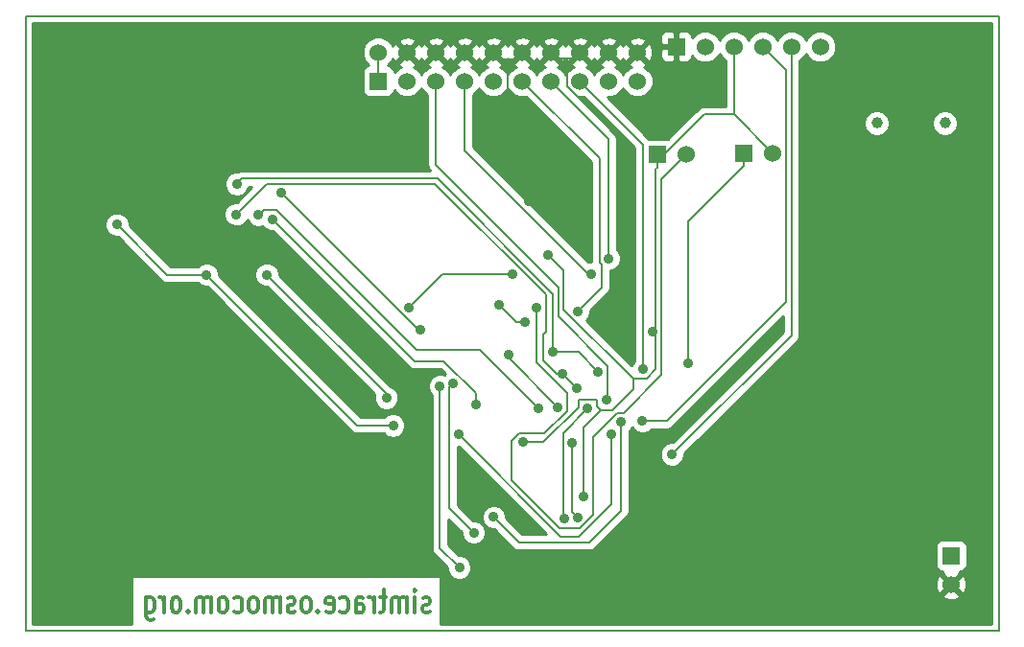
<source format=gbl>
G04 (created by PCBNEW-RS274X (2010-00-09 BZR 23xx)-stable) date So 22 Mai 2011 15:51:25 CEST*
G01*
G70*
G90*
%MOIN*%
G04 Gerber Fmt 3.4, Leading zero omitted, Abs format*
%FSLAX34Y34*%
G04 APERTURE LIST*
%ADD10C,0.006000*%
%ADD11C,0.008000*%
%ADD12C,0.012000*%
%ADD13C,0.039400*%
%ADD14R,0.060000X0.060000*%
%ADD15C,0.060000*%
%ADD16C,0.035000*%
%ADD17C,0.010000*%
G04 APERTURE END LIST*
G54D10*
G54D11*
X14450Y-56300D02*
X14450Y-34950D01*
X48250Y-56300D02*
X14450Y-56300D01*
X48250Y-34950D02*
X48250Y-56300D01*
X15250Y-34950D02*
X48250Y-34950D01*
X14450Y-34950D02*
X15250Y-34950D01*
G54D12*
X28493Y-55636D02*
X28436Y-55674D01*
X28321Y-55674D01*
X28264Y-55636D01*
X28236Y-55560D01*
X28236Y-55521D01*
X28264Y-55445D01*
X28321Y-55407D01*
X28407Y-55407D01*
X28464Y-55369D01*
X28493Y-55293D01*
X28493Y-55255D01*
X28464Y-55179D01*
X28407Y-55140D01*
X28321Y-55140D01*
X28264Y-55179D01*
X27978Y-55674D02*
X27978Y-55140D01*
X27978Y-54874D02*
X28007Y-54912D01*
X27978Y-54950D01*
X27950Y-54912D01*
X27978Y-54874D01*
X27978Y-54950D01*
X27692Y-55674D02*
X27692Y-55140D01*
X27692Y-55217D02*
X27664Y-55179D01*
X27606Y-55140D01*
X27521Y-55140D01*
X27464Y-55179D01*
X27435Y-55255D01*
X27435Y-55674D01*
X27435Y-55255D02*
X27406Y-55179D01*
X27349Y-55140D01*
X27264Y-55140D01*
X27206Y-55179D01*
X27178Y-55255D01*
X27178Y-55674D01*
X26978Y-55140D02*
X26749Y-55140D01*
X26892Y-54874D02*
X26892Y-55560D01*
X26864Y-55636D01*
X26806Y-55674D01*
X26749Y-55674D01*
X26549Y-55674D02*
X26549Y-55140D01*
X26549Y-55293D02*
X26521Y-55217D01*
X26492Y-55179D01*
X26435Y-55140D01*
X26378Y-55140D01*
X25921Y-55674D02*
X25921Y-55255D01*
X25950Y-55179D01*
X26007Y-55140D01*
X26121Y-55140D01*
X26178Y-55179D01*
X25921Y-55636D02*
X25978Y-55674D01*
X26121Y-55674D01*
X26178Y-55636D01*
X26207Y-55560D01*
X26207Y-55483D01*
X26178Y-55407D01*
X26121Y-55369D01*
X25978Y-55369D01*
X25921Y-55331D01*
X25378Y-55636D02*
X25435Y-55674D01*
X25549Y-55674D01*
X25607Y-55636D01*
X25635Y-55598D01*
X25664Y-55521D01*
X25664Y-55293D01*
X25635Y-55217D01*
X25607Y-55179D01*
X25549Y-55140D01*
X25435Y-55140D01*
X25378Y-55179D01*
X24893Y-55636D02*
X24950Y-55674D01*
X25064Y-55674D01*
X25121Y-55636D01*
X25150Y-55560D01*
X25150Y-55255D01*
X25121Y-55179D01*
X25064Y-55140D01*
X24950Y-55140D01*
X24893Y-55179D01*
X24864Y-55255D01*
X24864Y-55331D01*
X25150Y-55407D01*
X24607Y-55598D02*
X24579Y-55636D01*
X24607Y-55674D01*
X24636Y-55636D01*
X24607Y-55598D01*
X24607Y-55674D01*
X24235Y-55674D02*
X24293Y-55636D01*
X24321Y-55598D01*
X24350Y-55521D01*
X24350Y-55293D01*
X24321Y-55217D01*
X24293Y-55179D01*
X24235Y-55140D01*
X24150Y-55140D01*
X24093Y-55179D01*
X24064Y-55217D01*
X24035Y-55293D01*
X24035Y-55521D01*
X24064Y-55598D01*
X24093Y-55636D01*
X24150Y-55674D01*
X24235Y-55674D01*
X23807Y-55636D02*
X23750Y-55674D01*
X23635Y-55674D01*
X23578Y-55636D01*
X23550Y-55560D01*
X23550Y-55521D01*
X23578Y-55445D01*
X23635Y-55407D01*
X23721Y-55407D01*
X23778Y-55369D01*
X23807Y-55293D01*
X23807Y-55255D01*
X23778Y-55179D01*
X23721Y-55140D01*
X23635Y-55140D01*
X23578Y-55179D01*
X23292Y-55674D02*
X23292Y-55140D01*
X23292Y-55217D02*
X23264Y-55179D01*
X23206Y-55140D01*
X23121Y-55140D01*
X23064Y-55179D01*
X23035Y-55255D01*
X23035Y-55674D01*
X23035Y-55255D02*
X23006Y-55179D01*
X22949Y-55140D01*
X22864Y-55140D01*
X22806Y-55179D01*
X22778Y-55255D01*
X22778Y-55674D01*
X22406Y-55674D02*
X22464Y-55636D01*
X22492Y-55598D01*
X22521Y-55521D01*
X22521Y-55293D01*
X22492Y-55217D01*
X22464Y-55179D01*
X22406Y-55140D01*
X22321Y-55140D01*
X22264Y-55179D01*
X22235Y-55217D01*
X22206Y-55293D01*
X22206Y-55521D01*
X22235Y-55598D01*
X22264Y-55636D01*
X22321Y-55674D01*
X22406Y-55674D01*
X21692Y-55636D02*
X21749Y-55674D01*
X21863Y-55674D01*
X21921Y-55636D01*
X21949Y-55598D01*
X21978Y-55521D01*
X21978Y-55293D01*
X21949Y-55217D01*
X21921Y-55179D01*
X21863Y-55140D01*
X21749Y-55140D01*
X21692Y-55179D01*
X21349Y-55674D02*
X21407Y-55636D01*
X21435Y-55598D01*
X21464Y-55521D01*
X21464Y-55293D01*
X21435Y-55217D01*
X21407Y-55179D01*
X21349Y-55140D01*
X21264Y-55140D01*
X21207Y-55179D01*
X21178Y-55217D01*
X21149Y-55293D01*
X21149Y-55521D01*
X21178Y-55598D01*
X21207Y-55636D01*
X21264Y-55674D01*
X21349Y-55674D01*
X20892Y-55674D02*
X20892Y-55140D01*
X20892Y-55217D02*
X20864Y-55179D01*
X20806Y-55140D01*
X20721Y-55140D01*
X20664Y-55179D01*
X20635Y-55255D01*
X20635Y-55674D01*
X20635Y-55255D02*
X20606Y-55179D01*
X20549Y-55140D01*
X20464Y-55140D01*
X20406Y-55179D01*
X20378Y-55255D01*
X20378Y-55674D01*
X20092Y-55598D02*
X20064Y-55636D01*
X20092Y-55674D01*
X20121Y-55636D01*
X20092Y-55598D01*
X20092Y-55674D01*
X19720Y-55674D02*
X19778Y-55636D01*
X19806Y-55598D01*
X19835Y-55521D01*
X19835Y-55293D01*
X19806Y-55217D01*
X19778Y-55179D01*
X19720Y-55140D01*
X19635Y-55140D01*
X19578Y-55179D01*
X19549Y-55217D01*
X19520Y-55293D01*
X19520Y-55521D01*
X19549Y-55598D01*
X19578Y-55636D01*
X19635Y-55674D01*
X19720Y-55674D01*
X19263Y-55674D02*
X19263Y-55140D01*
X19263Y-55293D02*
X19235Y-55217D01*
X19206Y-55179D01*
X19149Y-55140D01*
X19092Y-55140D01*
X18635Y-55140D02*
X18635Y-55788D01*
X18664Y-55864D01*
X18692Y-55902D01*
X18749Y-55940D01*
X18835Y-55940D01*
X18892Y-55902D01*
X18635Y-55636D02*
X18692Y-55674D01*
X18806Y-55674D01*
X18864Y-55636D01*
X18892Y-55598D01*
X18921Y-55521D01*
X18921Y-55293D01*
X18892Y-55217D01*
X18864Y-55179D01*
X18806Y-55140D01*
X18692Y-55140D01*
X18635Y-55179D01*
G54D13*
X46381Y-38650D03*
X44019Y-38650D03*
G54D14*
X26700Y-37200D03*
G54D15*
X26700Y-36200D03*
X27700Y-37200D03*
X27700Y-36200D03*
X28700Y-37200D03*
X28700Y-36200D03*
X29700Y-37200D03*
X29700Y-36200D03*
X30700Y-37200D03*
X30700Y-36200D03*
X31700Y-37200D03*
X31700Y-36200D03*
X32700Y-37200D03*
X32700Y-36200D03*
X33700Y-37200D03*
X33700Y-36200D03*
X34700Y-37200D03*
X34700Y-36200D03*
X35700Y-37200D03*
X35700Y-36200D03*
G54D14*
X36400Y-39750D03*
G54D15*
X37400Y-39750D03*
G54D14*
X39400Y-39700D03*
G54D15*
X40400Y-39700D03*
G54D14*
X46600Y-53700D03*
G54D15*
X46600Y-54700D03*
G54D14*
X37050Y-36000D03*
G54D15*
X38050Y-36000D03*
X39050Y-36000D03*
X40050Y-36000D03*
X41050Y-36000D03*
X42050Y-36000D03*
G54D16*
X31231Y-46702D03*
X32935Y-48528D03*
X35908Y-47209D03*
X31803Y-45583D03*
X30885Y-44984D03*
X32760Y-46623D03*
X21785Y-40770D03*
X34344Y-47293D03*
X33174Y-52409D03*
X33972Y-48587D03*
X35875Y-49017D03*
X36906Y-50171D03*
X20733Y-43930D03*
X27217Y-49168D03*
X17632Y-42186D03*
X33597Y-47881D03*
X33086Y-47370D03*
X21766Y-41832D03*
X26986Y-48216D03*
X22829Y-43929D03*
X30016Y-52898D03*
X29300Y-47712D03*
X29516Y-54115D03*
X28845Y-47808D03*
X33628Y-52363D03*
X33443Y-49767D03*
X32261Y-48563D03*
X22544Y-41844D03*
X30086Y-48456D03*
X23025Y-41993D03*
X34784Y-49479D03*
X29484Y-49487D03*
X33639Y-45194D03*
X34614Y-48277D03*
X34698Y-43367D03*
X37463Y-47025D03*
X34103Y-43902D03*
X28150Y-45859D03*
X23323Y-41090D03*
X35131Y-49051D03*
X30709Y-52356D03*
X33832Y-51634D03*
X36219Y-45915D03*
X32598Y-43246D03*
X31733Y-49757D03*
X35129Y-42418D03*
X31928Y-41381D03*
X31356Y-43907D03*
X27752Y-45069D03*
X32209Y-45081D03*
G54D11*
X31232Y-46825D02*
X32935Y-48528D01*
X31232Y-46702D02*
X31232Y-46825D01*
X31231Y-46702D02*
X31232Y-46702D01*
X35901Y-47202D02*
X35908Y-47209D01*
X35901Y-39401D02*
X35901Y-47202D01*
X33700Y-37200D02*
X35901Y-39401D01*
X31484Y-45583D02*
X31803Y-45583D01*
X30885Y-44984D02*
X31484Y-45583D01*
X32760Y-44597D02*
X32760Y-46623D01*
X28750Y-40587D02*
X32760Y-44597D01*
X21968Y-40587D02*
X28750Y-40587D01*
X21785Y-40770D02*
X21968Y-40587D01*
X33674Y-46623D02*
X34344Y-47293D01*
X32760Y-46623D02*
X33674Y-46623D01*
X33114Y-52349D02*
X33174Y-52409D01*
X33114Y-49445D02*
X33114Y-52349D01*
X33972Y-48587D02*
X33114Y-49445D01*
X36718Y-49017D02*
X35875Y-49017D01*
X40866Y-44869D02*
X36718Y-49017D01*
X40866Y-36816D02*
X40866Y-44869D01*
X40050Y-36000D02*
X40866Y-36816D01*
X41050Y-46027D02*
X36906Y-50171D01*
X41050Y-36000D02*
X41050Y-46027D01*
X19376Y-43930D02*
X20733Y-43930D01*
X17632Y-42186D02*
X19376Y-43930D01*
X25971Y-49168D02*
X27217Y-49168D01*
X20733Y-43930D02*
X25971Y-49168D01*
X32897Y-47370D02*
X33086Y-47370D01*
X32432Y-46905D02*
X32897Y-47370D01*
X32432Y-45995D02*
X32432Y-46905D01*
X32528Y-45899D02*
X32432Y-45995D01*
X32528Y-44625D02*
X32528Y-45899D01*
X28673Y-40770D02*
X32528Y-44625D01*
X22828Y-40770D02*
X28673Y-40770D01*
X21766Y-41832D02*
X22828Y-40770D01*
X33086Y-47370D02*
X33597Y-47881D01*
X26986Y-48086D02*
X26986Y-48216D01*
X22829Y-43929D02*
X26986Y-48086D01*
X29165Y-47847D02*
X29300Y-47712D01*
X29165Y-52047D02*
X29165Y-47847D01*
X30016Y-52898D02*
X29165Y-52047D01*
X28845Y-53444D02*
X28845Y-47808D01*
X29516Y-54115D02*
X28845Y-53444D01*
X33443Y-52178D02*
X33628Y-52363D01*
X33443Y-49767D02*
X33443Y-52178D01*
X22713Y-41675D02*
X22544Y-41844D01*
X23158Y-41675D02*
X22713Y-41675D01*
X28013Y-46530D02*
X23158Y-41675D01*
X30228Y-46530D02*
X28013Y-46530D01*
X32261Y-48563D02*
X30228Y-46530D01*
X30086Y-48038D02*
X30086Y-48456D01*
X28978Y-46930D02*
X30086Y-48038D01*
X27962Y-46930D02*
X28978Y-46930D01*
X23025Y-41993D02*
X27962Y-46930D01*
X33044Y-53047D02*
X29484Y-49487D01*
X33656Y-53047D02*
X33044Y-53047D01*
X34784Y-51919D02*
X33656Y-53047D01*
X34784Y-49479D02*
X34784Y-51919D01*
X34464Y-44369D02*
X33639Y-45194D01*
X34464Y-43583D02*
X34464Y-44369D01*
X34380Y-43499D02*
X34464Y-43583D01*
X34380Y-39880D02*
X34380Y-43499D01*
X31700Y-37200D02*
X34380Y-39880D01*
X34675Y-48216D02*
X34614Y-48277D01*
X34675Y-47093D02*
X34675Y-48216D01*
X32957Y-45375D02*
X34675Y-47093D01*
X32957Y-44363D02*
X32957Y-45375D01*
X28700Y-40106D02*
X32957Y-44363D01*
X28700Y-37200D02*
X28700Y-40106D01*
X34698Y-39198D02*
X32700Y-37200D01*
X34698Y-43367D02*
X34698Y-39198D01*
X37463Y-42080D02*
X37463Y-47025D01*
X39400Y-40143D02*
X37463Y-42080D01*
X39400Y-39700D02*
X39400Y-40143D01*
X33999Y-43902D02*
X34103Y-43902D01*
X29700Y-39603D02*
X33999Y-43902D01*
X29700Y-37200D02*
X29700Y-39603D01*
X28092Y-45859D02*
X23323Y-41090D01*
X28150Y-45859D02*
X28092Y-45859D01*
X35131Y-52131D02*
X35131Y-49051D01*
X34031Y-53231D02*
X35131Y-52131D01*
X31584Y-53231D02*
X34031Y-53231D01*
X30709Y-52356D02*
X31584Y-53231D01*
X26700Y-36200D02*
X26700Y-37200D01*
X36346Y-45915D02*
X36219Y-45915D01*
X36015Y-47554D02*
X35548Y-47554D01*
X36346Y-47223D02*
X36015Y-47554D01*
X36346Y-45915D02*
X36346Y-47223D01*
X33141Y-43789D02*
X32598Y-43246D01*
X33141Y-45147D02*
X33141Y-43789D01*
X35548Y-47554D02*
X33141Y-45147D01*
X32423Y-49757D02*
X31733Y-49757D01*
X33653Y-48527D02*
X32423Y-49757D01*
X33653Y-48290D02*
X33653Y-48527D01*
X33675Y-48268D02*
X33653Y-48290D01*
X34273Y-48268D02*
X33675Y-48268D01*
X34295Y-48290D02*
X34273Y-48268D01*
X34295Y-48499D02*
X34295Y-48290D01*
X34435Y-48639D02*
X34295Y-48499D01*
X34828Y-48639D02*
X34435Y-48639D01*
X35548Y-47919D02*
X34828Y-48639D01*
X35548Y-47554D02*
X35548Y-47919D01*
X33832Y-49242D02*
X33832Y-51634D01*
X34435Y-48639D02*
X33832Y-49242D01*
X36400Y-40193D02*
X36400Y-39971D01*
X36346Y-40247D02*
X36400Y-40193D01*
X36346Y-45915D02*
X36346Y-40247D01*
X36400Y-39971D02*
X36400Y-39750D01*
X38021Y-38350D02*
X39050Y-38350D01*
X36400Y-39971D02*
X38021Y-38350D01*
X40400Y-39700D02*
X39050Y-38350D01*
X39050Y-38350D02*
X39050Y-36000D01*
X33478Y-36422D02*
X33256Y-36422D01*
X33700Y-36200D02*
X33478Y-36422D01*
X32922Y-36422D02*
X32700Y-36200D01*
X33256Y-36422D02*
X32922Y-36422D01*
X35129Y-39256D02*
X35129Y-42418D01*
X33256Y-37383D02*
X35129Y-39256D01*
X33256Y-36422D02*
X33256Y-37383D01*
X31200Y-40653D02*
X31928Y-41381D01*
X31200Y-36450D02*
X31200Y-40653D01*
X31450Y-36450D02*
X31200Y-36450D01*
X31700Y-36200D02*
X31450Y-36450D01*
X30950Y-36450D02*
X30700Y-36200D01*
X31200Y-36450D02*
X30950Y-36450D01*
X28914Y-43907D02*
X27752Y-45069D01*
X31356Y-43907D02*
X28914Y-43907D01*
X36537Y-40613D02*
X37400Y-39750D01*
X36537Y-47423D02*
X36537Y-40613D01*
X35228Y-48732D02*
X36537Y-47423D01*
X34998Y-48732D02*
X35228Y-48732D01*
X34158Y-49572D02*
X34998Y-48732D01*
X34158Y-52284D02*
X34158Y-49572D01*
X33707Y-52735D02*
X34158Y-52284D01*
X32993Y-52735D02*
X33707Y-52735D01*
X31320Y-51062D02*
X32993Y-52735D01*
X31320Y-49720D02*
X31320Y-51062D01*
X31601Y-49439D02*
X31320Y-49720D01*
X32477Y-49439D02*
X31601Y-49439D01*
X33254Y-48662D02*
X32477Y-49439D01*
X33254Y-48032D02*
X33254Y-48662D01*
X32209Y-46987D02*
X33254Y-48032D01*
X32209Y-45081D02*
X32209Y-46987D01*
G54D17*
X14690Y-35190D02*
X48010Y-35190D01*
X14690Y-35270D02*
X48010Y-35270D01*
X14690Y-35350D02*
X48010Y-35350D01*
X14690Y-35430D02*
X48010Y-35430D01*
X14690Y-35510D02*
X36588Y-35510D01*
X36998Y-35510D02*
X37102Y-35510D01*
X37512Y-35510D02*
X37800Y-35510D01*
X38301Y-35510D02*
X38800Y-35510D01*
X39301Y-35510D02*
X39800Y-35510D01*
X40301Y-35510D02*
X40800Y-35510D01*
X41301Y-35510D02*
X41800Y-35510D01*
X42301Y-35510D02*
X48010Y-35510D01*
X14690Y-35590D02*
X36527Y-35590D01*
X37000Y-35590D02*
X37100Y-35590D01*
X37574Y-35590D02*
X37684Y-35590D01*
X38416Y-35590D02*
X38684Y-35590D01*
X39416Y-35590D02*
X39684Y-35590D01*
X40416Y-35590D02*
X40684Y-35590D01*
X41416Y-35590D02*
X41684Y-35590D01*
X42416Y-35590D02*
X48010Y-35590D01*
X14690Y-35670D02*
X26546Y-35670D01*
X26855Y-35670D02*
X27562Y-35670D01*
X27816Y-35670D02*
X28562Y-35670D01*
X28816Y-35670D02*
X29562Y-35670D01*
X29816Y-35670D02*
X30562Y-35670D01*
X30816Y-35670D02*
X31562Y-35670D01*
X31816Y-35670D02*
X32562Y-35670D01*
X32816Y-35670D02*
X33562Y-35670D01*
X33816Y-35670D02*
X34562Y-35670D01*
X34816Y-35670D02*
X35562Y-35670D01*
X35816Y-35670D02*
X36501Y-35670D01*
X37000Y-35670D02*
X37100Y-35670D01*
X37599Y-35670D02*
X37604Y-35670D01*
X38496Y-35670D02*
X38604Y-35670D01*
X39496Y-35670D02*
X39604Y-35670D01*
X40496Y-35670D02*
X40604Y-35670D01*
X41496Y-35670D02*
X41604Y-35670D01*
X42496Y-35670D02*
X48010Y-35670D01*
X14690Y-35750D02*
X26374Y-35750D01*
X27026Y-35750D02*
X27413Y-35750D01*
X27988Y-35750D02*
X28413Y-35750D01*
X28988Y-35750D02*
X29413Y-35750D01*
X29988Y-35750D02*
X30413Y-35750D01*
X30988Y-35750D02*
X31413Y-35750D01*
X31988Y-35750D02*
X32413Y-35750D01*
X32988Y-35750D02*
X33413Y-35750D01*
X33988Y-35750D02*
X34413Y-35750D01*
X34988Y-35750D02*
X35413Y-35750D01*
X35988Y-35750D02*
X36501Y-35750D01*
X37000Y-35750D02*
X37100Y-35750D01*
X38541Y-35750D02*
X38560Y-35750D01*
X39541Y-35750D02*
X39560Y-35750D01*
X40541Y-35750D02*
X40560Y-35750D01*
X41541Y-35750D02*
X41560Y-35750D01*
X42541Y-35750D02*
X48010Y-35750D01*
X14690Y-35830D02*
X26294Y-35830D01*
X27106Y-35830D02*
X27400Y-35830D01*
X27999Y-35830D02*
X28400Y-35830D01*
X28999Y-35830D02*
X29400Y-35830D01*
X29999Y-35830D02*
X30400Y-35830D01*
X30999Y-35830D02*
X31400Y-35830D01*
X31999Y-35830D02*
X32400Y-35830D01*
X32999Y-35830D02*
X33400Y-35830D01*
X33999Y-35830D02*
X34400Y-35830D01*
X34999Y-35830D02*
X35400Y-35830D01*
X35999Y-35830D02*
X36501Y-35830D01*
X37000Y-35830D02*
X37100Y-35830D01*
X42574Y-35830D02*
X48010Y-35830D01*
X14690Y-35910D02*
X26227Y-35910D01*
X27174Y-35910D02*
X27260Y-35910D01*
X27340Y-35910D02*
X27480Y-35910D01*
X27919Y-35910D02*
X28061Y-35910D01*
X28141Y-35910D02*
X28260Y-35910D01*
X28340Y-35910D02*
X28480Y-35910D01*
X28919Y-35910D02*
X29061Y-35910D01*
X29141Y-35910D02*
X29260Y-35910D01*
X29340Y-35910D02*
X29480Y-35910D01*
X29919Y-35910D02*
X30061Y-35910D01*
X30141Y-35910D02*
X30260Y-35910D01*
X30340Y-35910D02*
X30480Y-35910D01*
X30919Y-35910D02*
X31061Y-35910D01*
X31141Y-35910D02*
X31260Y-35910D01*
X31340Y-35910D02*
X31480Y-35910D01*
X31919Y-35910D02*
X32061Y-35910D01*
X32141Y-35910D02*
X32260Y-35910D01*
X32340Y-35910D02*
X32480Y-35910D01*
X32919Y-35910D02*
X33061Y-35910D01*
X33141Y-35910D02*
X33260Y-35910D01*
X33340Y-35910D02*
X33480Y-35910D01*
X33919Y-35910D02*
X34061Y-35910D01*
X34141Y-35910D02*
X34260Y-35910D01*
X34340Y-35910D02*
X34480Y-35910D01*
X34919Y-35910D02*
X35061Y-35910D01*
X35141Y-35910D02*
X35260Y-35910D01*
X35340Y-35910D02*
X35480Y-35910D01*
X35919Y-35910D02*
X36061Y-35910D01*
X36141Y-35910D02*
X36522Y-35910D01*
X37000Y-35910D02*
X37100Y-35910D01*
X42599Y-35910D02*
X48010Y-35910D01*
X14690Y-35990D02*
X26193Y-35990D01*
X27420Y-35990D02*
X27560Y-35990D01*
X27839Y-35990D02*
X27981Y-35990D01*
X28202Y-35990D02*
X28203Y-35990D01*
X28420Y-35990D02*
X28560Y-35990D01*
X28839Y-35990D02*
X28981Y-35990D01*
X29202Y-35990D02*
X29203Y-35990D01*
X29420Y-35990D02*
X29560Y-35990D01*
X29839Y-35990D02*
X29981Y-35990D01*
X30202Y-35990D02*
X30203Y-35990D01*
X30420Y-35990D02*
X30560Y-35990D01*
X30839Y-35990D02*
X30981Y-35990D01*
X31202Y-35990D02*
X31203Y-35990D01*
X31420Y-35990D02*
X31560Y-35990D01*
X31839Y-35990D02*
X31981Y-35990D01*
X32202Y-35990D02*
X32203Y-35990D01*
X32420Y-35990D02*
X32560Y-35990D01*
X32839Y-35990D02*
X32981Y-35990D01*
X33202Y-35990D02*
X33203Y-35990D01*
X33420Y-35990D02*
X33560Y-35990D01*
X33839Y-35990D02*
X33981Y-35990D01*
X34202Y-35990D02*
X34203Y-35990D01*
X34420Y-35990D02*
X34560Y-35990D01*
X34839Y-35990D02*
X34981Y-35990D01*
X35202Y-35990D02*
X35203Y-35990D01*
X35420Y-35990D02*
X35560Y-35990D01*
X35839Y-35990D02*
X35981Y-35990D01*
X36201Y-35990D02*
X37100Y-35990D01*
X42599Y-35990D02*
X48010Y-35990D01*
X14690Y-36070D02*
X26160Y-36070D01*
X27500Y-36070D02*
X27640Y-36070D01*
X27759Y-36070D02*
X27901Y-36070D01*
X28500Y-36070D02*
X28640Y-36070D01*
X28759Y-36070D02*
X28901Y-36070D01*
X29500Y-36070D02*
X29640Y-36070D01*
X29759Y-36070D02*
X29901Y-36070D01*
X30500Y-36070D02*
X30640Y-36070D01*
X30759Y-36070D02*
X30901Y-36070D01*
X31500Y-36070D02*
X31640Y-36070D01*
X31759Y-36070D02*
X31901Y-36070D01*
X32500Y-36070D02*
X32640Y-36070D01*
X32759Y-36070D02*
X32901Y-36070D01*
X33500Y-36070D02*
X33640Y-36070D01*
X33759Y-36070D02*
X33901Y-36070D01*
X34500Y-36070D02*
X34640Y-36070D01*
X34759Y-36070D02*
X34901Y-36070D01*
X35500Y-36070D02*
X35640Y-36070D01*
X35759Y-36070D02*
X35901Y-36070D01*
X36233Y-36070D02*
X36542Y-36070D01*
X37000Y-36070D02*
X37100Y-36070D01*
X42599Y-36070D02*
X48010Y-36070D01*
X14690Y-36150D02*
X26151Y-36150D01*
X27580Y-36150D02*
X27821Y-36150D01*
X28580Y-36150D02*
X28821Y-36150D01*
X29580Y-36150D02*
X29821Y-36150D01*
X30580Y-36150D02*
X30821Y-36150D01*
X31580Y-36150D02*
X31821Y-36150D01*
X32580Y-36150D02*
X32821Y-36150D01*
X33580Y-36150D02*
X33821Y-36150D01*
X34580Y-36150D02*
X34821Y-36150D01*
X35580Y-36150D02*
X35821Y-36150D01*
X36237Y-36150D02*
X36500Y-36150D01*
X37000Y-36150D02*
X37100Y-36150D01*
X42581Y-36150D02*
X48010Y-36150D01*
X14690Y-36230D02*
X26151Y-36230D01*
X27599Y-36230D02*
X27800Y-36230D01*
X28599Y-36230D02*
X28800Y-36230D01*
X29599Y-36230D02*
X29800Y-36230D01*
X30599Y-36230D02*
X30800Y-36230D01*
X31599Y-36230D02*
X31800Y-36230D01*
X32599Y-36230D02*
X32800Y-36230D01*
X33599Y-36230D02*
X33800Y-36230D01*
X34599Y-36230D02*
X34800Y-36230D01*
X35599Y-36230D02*
X35800Y-36230D01*
X36241Y-36230D02*
X36500Y-36230D01*
X37000Y-36230D02*
X37100Y-36230D01*
X38548Y-36230D02*
X38551Y-36230D01*
X41548Y-36230D02*
X41551Y-36230D01*
X42548Y-36230D02*
X48010Y-36230D01*
X14690Y-36310D02*
X26151Y-36310D01*
X27519Y-36310D02*
X27661Y-36310D01*
X27740Y-36310D02*
X27880Y-36310D01*
X28519Y-36310D02*
X28661Y-36310D01*
X28740Y-36310D02*
X28880Y-36310D01*
X29519Y-36310D02*
X29661Y-36310D01*
X29740Y-36310D02*
X29880Y-36310D01*
X30519Y-36310D02*
X30661Y-36310D01*
X30740Y-36310D02*
X30880Y-36310D01*
X31519Y-36310D02*
X31661Y-36310D01*
X31740Y-36310D02*
X31880Y-36310D01*
X32519Y-36310D02*
X32661Y-36310D01*
X32740Y-36310D02*
X32880Y-36310D01*
X33519Y-36310D02*
X33661Y-36310D01*
X33740Y-36310D02*
X33880Y-36310D01*
X34519Y-36310D02*
X34661Y-36310D01*
X34740Y-36310D02*
X34880Y-36310D01*
X35519Y-36310D02*
X35661Y-36310D01*
X35740Y-36310D02*
X35880Y-36310D01*
X36232Y-36310D02*
X36501Y-36310D01*
X37000Y-36310D02*
X37100Y-36310D01*
X38515Y-36310D02*
X38584Y-36310D01*
X41515Y-36310D02*
X41584Y-36310D01*
X42515Y-36310D02*
X48010Y-36310D01*
X14690Y-36390D02*
X26184Y-36390D01*
X27439Y-36390D02*
X27581Y-36390D01*
X27820Y-36390D02*
X27960Y-36390D01*
X28439Y-36390D02*
X28581Y-36390D01*
X28820Y-36390D02*
X28960Y-36390D01*
X29439Y-36390D02*
X29581Y-36390D01*
X29820Y-36390D02*
X29960Y-36390D01*
X30439Y-36390D02*
X30581Y-36390D01*
X30820Y-36390D02*
X30960Y-36390D01*
X31439Y-36390D02*
X31581Y-36390D01*
X31820Y-36390D02*
X31960Y-36390D01*
X32439Y-36390D02*
X32581Y-36390D01*
X32820Y-36390D02*
X32960Y-36390D01*
X33439Y-36390D02*
X33581Y-36390D01*
X33820Y-36390D02*
X33960Y-36390D01*
X34439Y-36390D02*
X34581Y-36390D01*
X34820Y-36390D02*
X34960Y-36390D01*
X35439Y-36390D02*
X35581Y-36390D01*
X35820Y-36390D02*
X35960Y-36390D01*
X36203Y-36390D02*
X36517Y-36390D01*
X37000Y-36390D02*
X37100Y-36390D01*
X37582Y-36390D02*
X37664Y-36390D01*
X38436Y-36390D02*
X38664Y-36390D01*
X41436Y-36390D02*
X41664Y-36390D01*
X42436Y-36390D02*
X48010Y-36390D01*
X14690Y-36470D02*
X26217Y-36470D01*
X27181Y-36470D02*
X27223Y-36470D01*
X27359Y-36470D02*
X27501Y-36470D01*
X27900Y-36470D02*
X28040Y-36470D01*
X28175Y-36470D02*
X28223Y-36470D01*
X28359Y-36470D02*
X28501Y-36470D01*
X28900Y-36470D02*
X29040Y-36470D01*
X29175Y-36470D02*
X29223Y-36470D01*
X29359Y-36470D02*
X29501Y-36470D01*
X29900Y-36470D02*
X30040Y-36470D01*
X30175Y-36470D02*
X30223Y-36470D01*
X30359Y-36470D02*
X30501Y-36470D01*
X30900Y-36470D02*
X31040Y-36470D01*
X31175Y-36470D02*
X31223Y-36470D01*
X31359Y-36470D02*
X31501Y-36470D01*
X31900Y-36470D02*
X32040Y-36470D01*
X32175Y-36470D02*
X32223Y-36470D01*
X32359Y-36470D02*
X32501Y-36470D01*
X32900Y-36470D02*
X33040Y-36470D01*
X33175Y-36470D02*
X33223Y-36470D01*
X33359Y-36470D02*
X33501Y-36470D01*
X33900Y-36470D02*
X34040Y-36470D01*
X34175Y-36470D02*
X34223Y-36470D01*
X34359Y-36470D02*
X34501Y-36470D01*
X34900Y-36470D02*
X35040Y-36470D01*
X35175Y-36470D02*
X35223Y-36470D01*
X35359Y-36470D02*
X35501Y-36470D01*
X35900Y-36470D02*
X36040Y-36470D01*
X36175Y-36470D02*
X36568Y-36470D01*
X37000Y-36470D02*
X37100Y-36470D01*
X37532Y-36470D02*
X37751Y-36470D01*
X38348Y-36470D02*
X38752Y-36470D01*
X41347Y-36470D02*
X41751Y-36470D01*
X42348Y-36470D02*
X48010Y-36470D01*
X14690Y-36550D02*
X26274Y-36550D01*
X27126Y-36550D02*
X27421Y-36550D01*
X27980Y-36550D02*
X28421Y-36550D01*
X28980Y-36550D02*
X29421Y-36550D01*
X29980Y-36550D02*
X30421Y-36550D01*
X30980Y-36550D02*
X31421Y-36550D01*
X31980Y-36550D02*
X32421Y-36550D01*
X32980Y-36550D02*
X33421Y-36550D01*
X33980Y-36550D02*
X34421Y-36550D01*
X34980Y-36550D02*
X35421Y-36550D01*
X35980Y-36550D02*
X38760Y-36550D01*
X41340Y-36550D02*
X48010Y-36550D01*
X14690Y-36630D02*
X26354Y-36630D01*
X27046Y-36630D02*
X27406Y-36630D01*
X27993Y-36630D02*
X28406Y-36630D01*
X28993Y-36630D02*
X29406Y-36630D01*
X29993Y-36630D02*
X30406Y-36630D01*
X30993Y-36630D02*
X31406Y-36630D01*
X31993Y-36630D02*
X32406Y-36630D01*
X32993Y-36630D02*
X33406Y-36630D01*
X33993Y-36630D02*
X34406Y-36630D01*
X34993Y-36630D02*
X35406Y-36630D01*
X35993Y-36630D02*
X38760Y-36630D01*
X41340Y-36630D02*
X48010Y-36630D01*
X14690Y-36710D02*
X26238Y-36710D01*
X27162Y-36710D02*
X27449Y-36710D01*
X27951Y-36710D02*
X28449Y-36710D01*
X28951Y-36710D02*
X29449Y-36710D01*
X29951Y-36710D02*
X30449Y-36710D01*
X30951Y-36710D02*
X31449Y-36710D01*
X31951Y-36710D02*
X32449Y-36710D01*
X32951Y-36710D02*
X33449Y-36710D01*
X33951Y-36710D02*
X34449Y-36710D01*
X34951Y-36710D02*
X35449Y-36710D01*
X35951Y-36710D02*
X38760Y-36710D01*
X41340Y-36710D02*
X48010Y-36710D01*
X14690Y-36790D02*
X26177Y-36790D01*
X27224Y-36790D02*
X27334Y-36790D01*
X28066Y-36790D02*
X28334Y-36790D01*
X29066Y-36790D02*
X29334Y-36790D01*
X30066Y-36790D02*
X30334Y-36790D01*
X31066Y-36790D02*
X31334Y-36790D01*
X32066Y-36790D02*
X32334Y-36790D01*
X33066Y-36790D02*
X33334Y-36790D01*
X34066Y-36790D02*
X34334Y-36790D01*
X35066Y-36790D02*
X35334Y-36790D01*
X36066Y-36790D02*
X38760Y-36790D01*
X41340Y-36790D02*
X48010Y-36790D01*
X14690Y-36870D02*
X26151Y-36870D01*
X27249Y-36870D02*
X27254Y-36870D01*
X28146Y-36870D02*
X28254Y-36870D01*
X29146Y-36870D02*
X29254Y-36870D01*
X30146Y-36870D02*
X30254Y-36870D01*
X31146Y-36870D02*
X31254Y-36870D01*
X32146Y-36870D02*
X32254Y-36870D01*
X33146Y-36870D02*
X33254Y-36870D01*
X34146Y-36870D02*
X34254Y-36870D01*
X35146Y-36870D02*
X35254Y-36870D01*
X36146Y-36870D02*
X38760Y-36870D01*
X41340Y-36870D02*
X48010Y-36870D01*
X14690Y-36950D02*
X26151Y-36950D01*
X28191Y-36950D02*
X28210Y-36950D01*
X29191Y-36950D02*
X29210Y-36950D01*
X30191Y-36950D02*
X30210Y-36950D01*
X31191Y-36950D02*
X31210Y-36950D01*
X32191Y-36950D02*
X32210Y-36950D01*
X33191Y-36950D02*
X33210Y-36950D01*
X34191Y-36950D02*
X34210Y-36950D01*
X35191Y-36950D02*
X35210Y-36950D01*
X36191Y-36950D02*
X38760Y-36950D01*
X41340Y-36950D02*
X48010Y-36950D01*
X14690Y-37030D02*
X26151Y-37030D01*
X36224Y-37030D02*
X38760Y-37030D01*
X41340Y-37030D02*
X48010Y-37030D01*
X14690Y-37110D02*
X26151Y-37110D01*
X36249Y-37110D02*
X38760Y-37110D01*
X41340Y-37110D02*
X48010Y-37110D01*
X14690Y-37190D02*
X26151Y-37190D01*
X36249Y-37190D02*
X38760Y-37190D01*
X41340Y-37190D02*
X48010Y-37190D01*
X14690Y-37270D02*
X26151Y-37270D01*
X36249Y-37270D02*
X38760Y-37270D01*
X41340Y-37270D02*
X48010Y-37270D01*
X14690Y-37350D02*
X26151Y-37350D01*
X36231Y-37350D02*
X38760Y-37350D01*
X41340Y-37350D02*
X48010Y-37350D01*
X14690Y-37430D02*
X26151Y-37430D01*
X28198Y-37430D02*
X28201Y-37430D01*
X35198Y-37430D02*
X35201Y-37430D01*
X36198Y-37430D02*
X38760Y-37430D01*
X41340Y-37430D02*
X48010Y-37430D01*
X14690Y-37510D02*
X26151Y-37510D01*
X28165Y-37510D02*
X28234Y-37510D01*
X35165Y-37510D02*
X35234Y-37510D01*
X36165Y-37510D02*
X38760Y-37510D01*
X41340Y-37510D02*
X48010Y-37510D01*
X14690Y-37590D02*
X26167Y-37590D01*
X27232Y-37590D02*
X27314Y-37590D01*
X28086Y-37590D02*
X28314Y-37590D01*
X35086Y-37590D02*
X35314Y-37590D01*
X36086Y-37590D02*
X38760Y-37590D01*
X41340Y-37590D02*
X48010Y-37590D01*
X14690Y-37670D02*
X26218Y-37670D01*
X27182Y-37670D02*
X27401Y-37670D01*
X27998Y-37670D02*
X28402Y-37670D01*
X34998Y-37670D02*
X35401Y-37670D01*
X35998Y-37670D02*
X38760Y-37670D01*
X41340Y-37670D02*
X48010Y-37670D01*
X14690Y-37750D02*
X28410Y-37750D01*
X34661Y-37750D02*
X38760Y-37750D01*
X41340Y-37750D02*
X48010Y-37750D01*
X14690Y-37830D02*
X28410Y-37830D01*
X34741Y-37830D02*
X38760Y-37830D01*
X41340Y-37830D02*
X48010Y-37830D01*
X14690Y-37910D02*
X28410Y-37910D01*
X34821Y-37910D02*
X38760Y-37910D01*
X41340Y-37910D02*
X48010Y-37910D01*
X14690Y-37990D02*
X28410Y-37990D01*
X34901Y-37990D02*
X38760Y-37990D01*
X41340Y-37990D02*
X48010Y-37990D01*
X14690Y-38070D02*
X28410Y-38070D01*
X34981Y-38070D02*
X37971Y-38070D01*
X41340Y-38070D02*
X48010Y-38070D01*
X14690Y-38150D02*
X28410Y-38150D01*
X35061Y-38150D02*
X37811Y-38150D01*
X41340Y-38150D02*
X48010Y-38150D01*
X14690Y-38230D02*
X28410Y-38230D01*
X35141Y-38230D02*
X37731Y-38230D01*
X41340Y-38230D02*
X43869Y-38230D01*
X44171Y-38230D02*
X46231Y-38230D01*
X46533Y-38230D02*
X48010Y-38230D01*
X14690Y-38310D02*
X28410Y-38310D01*
X35221Y-38310D02*
X37651Y-38310D01*
X41340Y-38310D02*
X43729Y-38310D01*
X44310Y-38310D02*
X46091Y-38310D01*
X46672Y-38310D02*
X48010Y-38310D01*
X14690Y-38390D02*
X28410Y-38390D01*
X35301Y-38390D02*
X37571Y-38390D01*
X41340Y-38390D02*
X43649Y-38390D01*
X44390Y-38390D02*
X46011Y-38390D01*
X46752Y-38390D02*
X48010Y-38390D01*
X14690Y-38470D02*
X28410Y-38470D01*
X35381Y-38470D02*
X37491Y-38470D01*
X41340Y-38470D02*
X43611Y-38470D01*
X44427Y-38470D02*
X45973Y-38470D01*
X46789Y-38470D02*
X48010Y-38470D01*
X14690Y-38550D02*
X28410Y-38550D01*
X35461Y-38550D02*
X37411Y-38550D01*
X41340Y-38550D02*
X43578Y-38550D01*
X44461Y-38550D02*
X45940Y-38550D01*
X46823Y-38550D02*
X48010Y-38550D01*
X14690Y-38630D02*
X28410Y-38630D01*
X35541Y-38630D02*
X37331Y-38630D01*
X41340Y-38630D02*
X43573Y-38630D01*
X44465Y-38630D02*
X45935Y-38630D01*
X46827Y-38630D02*
X48010Y-38630D01*
X14690Y-38710D02*
X28410Y-38710D01*
X35621Y-38710D02*
X37251Y-38710D01*
X41340Y-38710D02*
X43573Y-38710D01*
X44465Y-38710D02*
X45935Y-38710D01*
X46827Y-38710D02*
X48010Y-38710D01*
X14690Y-38790D02*
X28410Y-38790D01*
X35701Y-38790D02*
X37171Y-38790D01*
X41340Y-38790D02*
X43594Y-38790D01*
X44443Y-38790D02*
X45956Y-38790D01*
X46805Y-38790D02*
X48010Y-38790D01*
X14690Y-38870D02*
X28410Y-38870D01*
X35781Y-38870D02*
X37091Y-38870D01*
X41340Y-38870D02*
X43627Y-38870D01*
X44410Y-38870D02*
X45989Y-38870D01*
X46772Y-38870D02*
X48010Y-38870D01*
X14690Y-38950D02*
X28410Y-38950D01*
X35861Y-38950D02*
X37011Y-38950D01*
X41340Y-38950D02*
X43688Y-38950D01*
X44349Y-38950D02*
X46050Y-38950D01*
X46711Y-38950D02*
X48010Y-38950D01*
X14690Y-39030D02*
X28410Y-39030D01*
X35941Y-39030D02*
X36930Y-39030D01*
X41340Y-39030D02*
X43770Y-39030D01*
X44266Y-39030D02*
X46132Y-39030D01*
X46628Y-39030D02*
X48010Y-39030D01*
X14690Y-39110D02*
X28410Y-39110D01*
X36021Y-39110D02*
X36850Y-39110D01*
X41340Y-39110D02*
X48010Y-39110D01*
X14690Y-39190D02*
X28410Y-39190D01*
X36101Y-39190D02*
X36770Y-39190D01*
X41340Y-39190D02*
X48010Y-39190D01*
X14690Y-39270D02*
X28410Y-39270D01*
X41340Y-39270D02*
X48010Y-39270D01*
X14690Y-39350D02*
X28410Y-39350D01*
X41340Y-39350D02*
X48010Y-39350D01*
X14690Y-39430D02*
X28410Y-39430D01*
X41340Y-39430D02*
X48010Y-39430D01*
X14690Y-39510D02*
X28410Y-39510D01*
X41340Y-39510D02*
X48010Y-39510D01*
X14690Y-39590D02*
X28410Y-39590D01*
X41340Y-39590D02*
X48010Y-39590D01*
X14690Y-39670D02*
X28410Y-39670D01*
X41340Y-39670D02*
X48010Y-39670D01*
X14690Y-39750D02*
X28410Y-39750D01*
X41340Y-39750D02*
X48010Y-39750D01*
X14690Y-39830D02*
X28410Y-39830D01*
X41340Y-39830D02*
X48010Y-39830D01*
X14690Y-39910D02*
X28410Y-39910D01*
X41340Y-39910D02*
X48010Y-39910D01*
X14690Y-39990D02*
X28410Y-39990D01*
X41340Y-39990D02*
X48010Y-39990D01*
X14690Y-40070D02*
X28410Y-40070D01*
X41340Y-40070D02*
X48010Y-40070D01*
X14690Y-40150D02*
X28418Y-40150D01*
X41340Y-40150D02*
X48010Y-40150D01*
X14690Y-40230D02*
X28440Y-40230D01*
X41340Y-40230D02*
X48010Y-40230D01*
X14690Y-40310D02*
X21903Y-40310D01*
X41340Y-40310D02*
X48010Y-40310D01*
X14690Y-40390D02*
X21592Y-40390D01*
X41340Y-40390D02*
X48010Y-40390D01*
X14690Y-40470D02*
X21484Y-40470D01*
X41340Y-40470D02*
X48010Y-40470D01*
X14690Y-40550D02*
X21417Y-40550D01*
X41340Y-40550D02*
X48010Y-40550D01*
X14690Y-40630D02*
X21383Y-40630D01*
X41340Y-40630D02*
X48010Y-40630D01*
X14690Y-40710D02*
X21360Y-40710D01*
X41340Y-40710D02*
X48010Y-40710D01*
X14690Y-40790D02*
X21360Y-40790D01*
X41340Y-40790D02*
X48010Y-40790D01*
X14690Y-40870D02*
X21366Y-40870D01*
X41340Y-40870D02*
X48010Y-40870D01*
X14690Y-40950D02*
X21399Y-40950D01*
X22170Y-40950D02*
X22237Y-40950D01*
X41340Y-40950D02*
X48010Y-40950D01*
X14690Y-41030D02*
X21444Y-41030D01*
X22126Y-41030D02*
X22157Y-41030D01*
X41340Y-41030D02*
X48010Y-41030D01*
X14690Y-41110D02*
X21524Y-41110D01*
X22046Y-41110D02*
X22077Y-41110D01*
X41340Y-41110D02*
X48010Y-41110D01*
X14690Y-41190D02*
X21688Y-41190D01*
X21881Y-41190D02*
X21997Y-41190D01*
X41340Y-41190D02*
X48010Y-41190D01*
X14690Y-41270D02*
X21917Y-41270D01*
X41340Y-41270D02*
X48010Y-41270D01*
X14690Y-41350D02*
X21837Y-41350D01*
X41340Y-41350D02*
X48010Y-41350D01*
X14690Y-41430D02*
X21626Y-41430D01*
X41340Y-41430D02*
X48010Y-41430D01*
X14690Y-41510D02*
X21487Y-41510D01*
X41340Y-41510D02*
X48010Y-41510D01*
X14690Y-41590D02*
X21407Y-41590D01*
X41340Y-41590D02*
X48010Y-41590D01*
X14690Y-41670D02*
X21374Y-41670D01*
X41340Y-41670D02*
X48010Y-41670D01*
X14690Y-41750D02*
X21341Y-41750D01*
X41340Y-41750D02*
X48010Y-41750D01*
X14690Y-41830D02*
X17387Y-41830D01*
X17877Y-41830D02*
X21341Y-41830D01*
X41340Y-41830D02*
X48010Y-41830D01*
X14690Y-41910D02*
X17307Y-41910D01*
X17957Y-41910D02*
X21341Y-41910D01*
X41340Y-41910D02*
X48010Y-41910D01*
X14690Y-41990D02*
X17254Y-41990D01*
X18012Y-41990D02*
X21371Y-41990D01*
X41340Y-41990D02*
X48010Y-41990D01*
X14690Y-42070D02*
X17220Y-42070D01*
X18044Y-42070D02*
X21404Y-42070D01*
X22127Y-42070D02*
X22177Y-42070D01*
X41340Y-42070D02*
X48010Y-42070D01*
X14690Y-42150D02*
X17207Y-42150D01*
X18057Y-42150D02*
X21483Y-42150D01*
X22049Y-42150D02*
X22249Y-42150D01*
X41340Y-42150D02*
X48010Y-42150D01*
X14690Y-42230D02*
X17207Y-42230D01*
X18086Y-42230D02*
X21616Y-42230D01*
X21915Y-42230D02*
X22365Y-42230D01*
X41340Y-42230D02*
X48010Y-42230D01*
X14690Y-42310D02*
X17223Y-42310D01*
X18166Y-42310D02*
X22741Y-42310D01*
X41340Y-42310D02*
X48010Y-42310D01*
X14690Y-42390D02*
X17256Y-42390D01*
X18246Y-42390D02*
X22872Y-42390D01*
X41340Y-42390D02*
X48010Y-42390D01*
X14690Y-42470D02*
X17315Y-42470D01*
X18326Y-42470D02*
X23092Y-42470D01*
X41340Y-42470D02*
X48010Y-42470D01*
X14690Y-42550D02*
X17400Y-42550D01*
X18406Y-42550D02*
X23172Y-42550D01*
X41340Y-42550D02*
X48010Y-42550D01*
X14690Y-42630D02*
X17665Y-42630D01*
X18486Y-42630D02*
X23252Y-42630D01*
X41340Y-42630D02*
X48010Y-42630D01*
X14690Y-42710D02*
X17745Y-42710D01*
X18566Y-42710D02*
X23332Y-42710D01*
X41340Y-42710D02*
X48010Y-42710D01*
X14690Y-42790D02*
X17825Y-42790D01*
X18646Y-42790D02*
X23412Y-42790D01*
X41340Y-42790D02*
X48010Y-42790D01*
X14690Y-42870D02*
X17905Y-42870D01*
X18726Y-42870D02*
X23492Y-42870D01*
X41340Y-42870D02*
X48010Y-42870D01*
X14690Y-42950D02*
X17985Y-42950D01*
X18806Y-42950D02*
X23572Y-42950D01*
X41340Y-42950D02*
X48010Y-42950D01*
X14690Y-43030D02*
X18065Y-43030D01*
X18886Y-43030D02*
X23652Y-43030D01*
X41340Y-43030D02*
X48010Y-43030D01*
X14690Y-43110D02*
X18145Y-43110D01*
X18966Y-43110D02*
X23732Y-43110D01*
X41340Y-43110D02*
X48010Y-43110D01*
X14690Y-43190D02*
X18225Y-43190D01*
X19046Y-43190D02*
X23812Y-43190D01*
X41340Y-43190D02*
X48010Y-43190D01*
X14690Y-43270D02*
X18305Y-43270D01*
X19126Y-43270D02*
X23892Y-43270D01*
X41340Y-43270D02*
X48010Y-43270D01*
X14690Y-43350D02*
X18385Y-43350D01*
X19206Y-43350D02*
X23972Y-43350D01*
X41340Y-43350D02*
X48010Y-43350D01*
X14690Y-43430D02*
X18465Y-43430D01*
X19286Y-43430D02*
X24052Y-43430D01*
X41340Y-43430D02*
X48010Y-43430D01*
X14690Y-43510D02*
X18545Y-43510D01*
X19366Y-43510D02*
X20637Y-43510D01*
X20830Y-43510D02*
X22731Y-43510D01*
X22929Y-43510D02*
X24132Y-43510D01*
X41340Y-43510D02*
X48010Y-43510D01*
X14690Y-43590D02*
X18625Y-43590D01*
X19446Y-43590D02*
X20472Y-43590D01*
X20994Y-43590D02*
X22567Y-43590D01*
X23091Y-43590D02*
X24212Y-43590D01*
X41340Y-43590D02*
X48010Y-43590D01*
X14690Y-43670D02*
X18705Y-43670D01*
X21074Y-43670D02*
X22487Y-43670D01*
X23171Y-43670D02*
X24292Y-43670D01*
X41340Y-43670D02*
X48010Y-43670D01*
X14690Y-43750D02*
X18785Y-43750D01*
X21119Y-43750D02*
X22444Y-43750D01*
X23216Y-43750D02*
X24372Y-43750D01*
X41340Y-43750D02*
X48010Y-43750D01*
X14690Y-43830D02*
X18865Y-43830D01*
X21152Y-43830D02*
X22410Y-43830D01*
X23248Y-43830D02*
X24452Y-43830D01*
X41340Y-43830D02*
X48010Y-43830D01*
X14690Y-43910D02*
X18945Y-43910D01*
X21158Y-43910D02*
X22404Y-43910D01*
X23254Y-43910D02*
X24532Y-43910D01*
X41340Y-43910D02*
X48010Y-43910D01*
X14690Y-43990D02*
X19025Y-43990D01*
X21204Y-43990D02*
X22404Y-43990D01*
X23300Y-43990D02*
X24612Y-43990D01*
X41340Y-43990D02*
X48010Y-43990D01*
X14690Y-44070D02*
X19105Y-44070D01*
X21284Y-44070D02*
X22427Y-44070D01*
X23380Y-44070D02*
X24692Y-44070D01*
X41340Y-44070D02*
X48010Y-44070D01*
X14690Y-44150D02*
X19192Y-44150D01*
X21364Y-44150D02*
X22460Y-44150D01*
X23460Y-44150D02*
X24772Y-44150D01*
X41340Y-44150D02*
X48010Y-44150D01*
X14690Y-44230D02*
X20432Y-44230D01*
X21444Y-44230D02*
X22529Y-44230D01*
X23540Y-44230D02*
X24852Y-44230D01*
X41340Y-44230D02*
X48010Y-44230D01*
X14690Y-44310D02*
X20540Y-44310D01*
X21524Y-44310D02*
X22638Y-44310D01*
X23620Y-44310D02*
X24932Y-44310D01*
X41340Y-44310D02*
X48010Y-44310D01*
X14690Y-44390D02*
X20782Y-44390D01*
X21604Y-44390D02*
X22879Y-44390D01*
X23700Y-44390D02*
X25012Y-44390D01*
X41340Y-44390D02*
X48010Y-44390D01*
X14690Y-44470D02*
X20862Y-44470D01*
X21684Y-44470D02*
X22959Y-44470D01*
X23780Y-44470D02*
X25092Y-44470D01*
X41340Y-44470D02*
X48010Y-44470D01*
X14690Y-44550D02*
X20942Y-44550D01*
X21764Y-44550D02*
X23039Y-44550D01*
X23860Y-44550D02*
X25172Y-44550D01*
X41340Y-44550D02*
X48010Y-44550D01*
X14690Y-44630D02*
X21022Y-44630D01*
X21844Y-44630D02*
X23119Y-44630D01*
X23940Y-44630D02*
X25252Y-44630D01*
X41340Y-44630D02*
X48010Y-44630D01*
X14690Y-44710D02*
X21102Y-44710D01*
X21924Y-44710D02*
X23199Y-44710D01*
X24020Y-44710D02*
X25332Y-44710D01*
X41340Y-44710D02*
X48010Y-44710D01*
X14690Y-44790D02*
X21182Y-44790D01*
X22004Y-44790D02*
X23279Y-44790D01*
X24100Y-44790D02*
X25412Y-44790D01*
X41340Y-44790D02*
X48010Y-44790D01*
X14690Y-44870D02*
X21262Y-44870D01*
X22084Y-44870D02*
X23359Y-44870D01*
X24180Y-44870D02*
X25492Y-44870D01*
X41340Y-44870D02*
X48010Y-44870D01*
X14690Y-44950D02*
X21342Y-44950D01*
X22164Y-44950D02*
X23439Y-44950D01*
X24260Y-44950D02*
X25572Y-44950D01*
X41340Y-44950D02*
X48010Y-44950D01*
X14690Y-45030D02*
X21422Y-45030D01*
X22244Y-45030D02*
X23519Y-45030D01*
X24340Y-45030D02*
X25652Y-45030D01*
X41340Y-45030D02*
X48010Y-45030D01*
X14690Y-45110D02*
X21502Y-45110D01*
X22324Y-45110D02*
X23599Y-45110D01*
X24420Y-45110D02*
X25732Y-45110D01*
X41340Y-45110D02*
X48010Y-45110D01*
X14690Y-45190D02*
X21582Y-45190D01*
X22404Y-45190D02*
X23679Y-45190D01*
X24500Y-45190D02*
X25812Y-45190D01*
X41340Y-45190D02*
X48010Y-45190D01*
X14690Y-45270D02*
X21662Y-45270D01*
X22484Y-45270D02*
X23759Y-45270D01*
X24580Y-45270D02*
X25892Y-45270D01*
X41340Y-45270D02*
X48010Y-45270D01*
X14690Y-45350D02*
X21742Y-45350D01*
X22564Y-45350D02*
X23839Y-45350D01*
X24660Y-45350D02*
X25972Y-45350D01*
X41340Y-45350D02*
X48010Y-45350D01*
X14690Y-45430D02*
X21822Y-45430D01*
X22644Y-45430D02*
X23919Y-45430D01*
X24740Y-45430D02*
X26052Y-45430D01*
X40715Y-45430D02*
X40760Y-45430D01*
X41340Y-45430D02*
X48010Y-45430D01*
X14690Y-45510D02*
X21902Y-45510D01*
X22724Y-45510D02*
X23999Y-45510D01*
X24820Y-45510D02*
X26132Y-45510D01*
X40635Y-45510D02*
X40760Y-45510D01*
X41340Y-45510D02*
X48010Y-45510D01*
X14690Y-45590D02*
X21982Y-45590D01*
X22804Y-45590D02*
X24079Y-45590D01*
X24900Y-45590D02*
X26212Y-45590D01*
X40555Y-45590D02*
X40760Y-45590D01*
X41340Y-45590D02*
X48010Y-45590D01*
X14690Y-45670D02*
X22062Y-45670D01*
X22884Y-45670D02*
X24159Y-45670D01*
X24980Y-45670D02*
X26292Y-45670D01*
X40475Y-45670D02*
X40760Y-45670D01*
X41340Y-45670D02*
X48010Y-45670D01*
X14690Y-45750D02*
X22142Y-45750D01*
X22964Y-45750D02*
X24239Y-45750D01*
X25060Y-45750D02*
X26372Y-45750D01*
X40395Y-45750D02*
X40760Y-45750D01*
X41340Y-45750D02*
X48010Y-45750D01*
X14690Y-45830D02*
X22222Y-45830D01*
X23044Y-45830D02*
X24319Y-45830D01*
X25140Y-45830D02*
X26452Y-45830D01*
X40315Y-45830D02*
X40760Y-45830D01*
X41340Y-45830D02*
X48010Y-45830D01*
X14690Y-45910D02*
X22302Y-45910D01*
X23124Y-45910D02*
X24399Y-45910D01*
X25220Y-45910D02*
X26532Y-45910D01*
X40235Y-45910D02*
X40757Y-45910D01*
X41340Y-45910D02*
X48010Y-45910D01*
X14690Y-45990D02*
X22382Y-45990D01*
X23204Y-45990D02*
X24479Y-45990D01*
X25300Y-45990D02*
X26612Y-45990D01*
X40155Y-45990D02*
X40677Y-45990D01*
X41340Y-45990D02*
X48010Y-45990D01*
X14690Y-46070D02*
X22462Y-46070D01*
X23284Y-46070D02*
X24559Y-46070D01*
X25380Y-46070D02*
X26692Y-46070D01*
X40075Y-46070D02*
X40597Y-46070D01*
X41331Y-46070D02*
X48010Y-46070D01*
X14690Y-46150D02*
X22542Y-46150D01*
X23364Y-46150D02*
X24639Y-46150D01*
X25460Y-46150D02*
X26772Y-46150D01*
X39995Y-46150D02*
X40517Y-46150D01*
X41309Y-46150D02*
X48010Y-46150D01*
X14690Y-46230D02*
X22622Y-46230D01*
X23444Y-46230D02*
X24719Y-46230D01*
X25540Y-46230D02*
X26852Y-46230D01*
X39915Y-46230D02*
X40437Y-46230D01*
X41256Y-46230D02*
X48010Y-46230D01*
X14690Y-46310D02*
X22702Y-46310D01*
X23524Y-46310D02*
X24799Y-46310D01*
X25620Y-46310D02*
X26932Y-46310D01*
X39835Y-46310D02*
X40357Y-46310D01*
X41177Y-46310D02*
X48010Y-46310D01*
X14690Y-46390D02*
X22782Y-46390D01*
X23604Y-46390D02*
X24879Y-46390D01*
X25700Y-46390D02*
X27012Y-46390D01*
X39755Y-46390D02*
X40277Y-46390D01*
X41097Y-46390D02*
X48010Y-46390D01*
X14690Y-46470D02*
X22862Y-46470D01*
X23684Y-46470D02*
X24959Y-46470D01*
X25780Y-46470D02*
X27092Y-46470D01*
X39675Y-46470D02*
X40197Y-46470D01*
X41017Y-46470D02*
X48010Y-46470D01*
X14690Y-46550D02*
X22942Y-46550D01*
X23764Y-46550D02*
X25039Y-46550D01*
X25860Y-46550D02*
X27172Y-46550D01*
X39595Y-46550D02*
X40117Y-46550D01*
X40937Y-46550D02*
X48010Y-46550D01*
X14690Y-46630D02*
X23022Y-46630D01*
X23844Y-46630D02*
X25119Y-46630D01*
X25940Y-46630D02*
X27252Y-46630D01*
X39515Y-46630D02*
X40037Y-46630D01*
X40857Y-46630D02*
X48010Y-46630D01*
X14690Y-46710D02*
X23102Y-46710D01*
X23924Y-46710D02*
X25199Y-46710D01*
X26020Y-46710D02*
X27332Y-46710D01*
X39435Y-46710D02*
X39957Y-46710D01*
X40777Y-46710D02*
X48010Y-46710D01*
X14690Y-46790D02*
X23182Y-46790D01*
X24004Y-46790D02*
X25279Y-46790D01*
X26100Y-46790D02*
X27412Y-46790D01*
X39355Y-46790D02*
X39877Y-46790D01*
X40697Y-46790D02*
X48010Y-46790D01*
X14690Y-46870D02*
X23262Y-46870D01*
X24084Y-46870D02*
X25359Y-46870D01*
X26180Y-46870D02*
X27492Y-46870D01*
X39275Y-46870D02*
X39797Y-46870D01*
X40617Y-46870D02*
X48010Y-46870D01*
X14690Y-46950D02*
X23342Y-46950D01*
X24164Y-46950D02*
X25439Y-46950D01*
X26260Y-46950D02*
X27572Y-46950D01*
X39195Y-46950D02*
X39717Y-46950D01*
X40537Y-46950D02*
X48010Y-46950D01*
X14690Y-47030D02*
X23422Y-47030D01*
X24244Y-47030D02*
X25519Y-47030D01*
X26340Y-47030D02*
X27652Y-47030D01*
X39115Y-47030D02*
X39637Y-47030D01*
X40457Y-47030D02*
X48010Y-47030D01*
X14690Y-47110D02*
X23502Y-47110D01*
X24324Y-47110D02*
X25599Y-47110D01*
X26420Y-47110D02*
X27732Y-47110D01*
X39035Y-47110D02*
X39557Y-47110D01*
X40377Y-47110D02*
X48010Y-47110D01*
X14690Y-47190D02*
X23582Y-47190D01*
X24404Y-47190D02*
X25679Y-47190D01*
X26500Y-47190D02*
X27839Y-47190D01*
X38955Y-47190D02*
X39477Y-47190D01*
X40297Y-47190D02*
X48010Y-47190D01*
X14690Y-47270D02*
X23662Y-47270D01*
X24484Y-47270D02*
X25759Y-47270D01*
X26580Y-47270D02*
X28908Y-47270D01*
X38875Y-47270D02*
X39397Y-47270D01*
X40217Y-47270D02*
X48010Y-47270D01*
X14690Y-47350D02*
X23742Y-47350D01*
X24564Y-47350D02*
X25839Y-47350D01*
X26660Y-47350D02*
X28988Y-47350D01*
X38795Y-47350D02*
X39317Y-47350D01*
X40137Y-47350D02*
X48010Y-47350D01*
X14690Y-47430D02*
X23822Y-47430D01*
X24644Y-47430D02*
X25919Y-47430D01*
X26740Y-47430D02*
X28647Y-47430D01*
X38715Y-47430D02*
X39237Y-47430D01*
X40057Y-47430D02*
X48010Y-47430D01*
X14690Y-47510D02*
X23902Y-47510D01*
X24724Y-47510D02*
X25999Y-47510D01*
X26820Y-47510D02*
X28542Y-47510D01*
X38635Y-47510D02*
X39157Y-47510D01*
X39977Y-47510D02*
X48010Y-47510D01*
X14690Y-47590D02*
X23982Y-47590D01*
X24804Y-47590D02*
X26079Y-47590D01*
X26900Y-47590D02*
X28476Y-47590D01*
X38555Y-47590D02*
X39077Y-47590D01*
X39897Y-47590D02*
X48010Y-47590D01*
X14690Y-47670D02*
X24062Y-47670D01*
X24884Y-47670D02*
X26159Y-47670D01*
X26980Y-47670D02*
X28443Y-47670D01*
X38475Y-47670D02*
X38997Y-47670D01*
X39817Y-47670D02*
X48010Y-47670D01*
X14690Y-47750D02*
X24142Y-47750D01*
X24964Y-47750D02*
X26239Y-47750D01*
X27060Y-47750D02*
X28420Y-47750D01*
X38395Y-47750D02*
X38917Y-47750D01*
X39737Y-47750D02*
X48010Y-47750D01*
X14690Y-47830D02*
X24222Y-47830D01*
X25044Y-47830D02*
X26319Y-47830D01*
X27165Y-47830D02*
X28420Y-47830D01*
X38315Y-47830D02*
X38837Y-47830D01*
X39657Y-47830D02*
X48010Y-47830D01*
X14690Y-47910D02*
X24302Y-47910D01*
X25124Y-47910D02*
X26399Y-47910D01*
X27281Y-47910D02*
X28427Y-47910D01*
X38235Y-47910D02*
X38757Y-47910D01*
X39577Y-47910D02*
X48010Y-47910D01*
X14690Y-47990D02*
X24382Y-47990D01*
X25204Y-47990D02*
X26479Y-47990D01*
X27353Y-47990D02*
X28460Y-47990D01*
X38155Y-47990D02*
X38677Y-47990D01*
X39497Y-47990D02*
X48010Y-47990D01*
X14690Y-48070D02*
X24462Y-48070D01*
X25284Y-48070D02*
X26559Y-48070D01*
X27386Y-48070D02*
X28506Y-48070D01*
X38075Y-48070D02*
X38597Y-48070D01*
X39417Y-48070D02*
X48010Y-48070D01*
X14690Y-48150D02*
X24542Y-48150D01*
X25364Y-48150D02*
X26561Y-48150D01*
X27411Y-48150D02*
X28555Y-48150D01*
X37995Y-48150D02*
X38517Y-48150D01*
X39337Y-48150D02*
X48010Y-48150D01*
X14690Y-48230D02*
X24622Y-48230D01*
X25444Y-48230D02*
X26561Y-48230D01*
X27411Y-48230D02*
X28555Y-48230D01*
X37915Y-48230D02*
X38437Y-48230D01*
X39257Y-48230D02*
X48010Y-48230D01*
X14690Y-48310D02*
X24702Y-48310D01*
X25524Y-48310D02*
X26565Y-48310D01*
X27407Y-48310D02*
X28555Y-48310D01*
X37835Y-48310D02*
X38357Y-48310D01*
X39177Y-48310D02*
X48010Y-48310D01*
X14690Y-48390D02*
X24782Y-48390D01*
X25604Y-48390D02*
X26597Y-48390D01*
X27373Y-48390D02*
X28555Y-48390D01*
X37755Y-48390D02*
X38277Y-48390D01*
X39097Y-48390D02*
X48010Y-48390D01*
X14690Y-48470D02*
X24862Y-48470D01*
X25684Y-48470D02*
X26639Y-48470D01*
X27333Y-48470D02*
X28555Y-48470D01*
X37675Y-48470D02*
X38197Y-48470D01*
X39017Y-48470D02*
X48010Y-48470D01*
X14690Y-48550D02*
X24942Y-48550D01*
X25764Y-48550D02*
X26719Y-48550D01*
X27253Y-48550D02*
X28555Y-48550D01*
X37595Y-48550D02*
X38117Y-48550D01*
X38937Y-48550D02*
X48010Y-48550D01*
X14690Y-48630D02*
X25022Y-48630D01*
X25844Y-48630D02*
X26874Y-48630D01*
X27096Y-48630D02*
X28555Y-48630D01*
X37515Y-48630D02*
X38037Y-48630D01*
X38857Y-48630D02*
X48010Y-48630D01*
X14690Y-48710D02*
X25102Y-48710D01*
X25924Y-48710D02*
X28555Y-48710D01*
X37435Y-48710D02*
X37957Y-48710D01*
X38777Y-48710D02*
X48010Y-48710D01*
X14690Y-48790D02*
X25182Y-48790D01*
X26004Y-48790D02*
X27019Y-48790D01*
X27415Y-48790D02*
X28555Y-48790D01*
X37355Y-48790D02*
X37877Y-48790D01*
X38697Y-48790D02*
X48010Y-48790D01*
X14690Y-48870D02*
X25262Y-48870D01*
X26084Y-48870D02*
X26914Y-48870D01*
X27520Y-48870D02*
X28555Y-48870D01*
X37275Y-48870D02*
X37797Y-48870D01*
X38617Y-48870D02*
X48010Y-48870D01*
X14690Y-48950D02*
X25342Y-48950D01*
X27588Y-48950D02*
X28555Y-48950D01*
X37195Y-48950D02*
X37717Y-48950D01*
X38537Y-48950D02*
X48010Y-48950D01*
X14690Y-49030D02*
X25422Y-49030D01*
X27620Y-49030D02*
X28555Y-49030D01*
X37115Y-49030D02*
X37637Y-49030D01*
X38457Y-49030D02*
X48010Y-49030D01*
X14690Y-49110D02*
X25502Y-49110D01*
X27642Y-49110D02*
X28555Y-49110D01*
X37035Y-49110D02*
X37557Y-49110D01*
X38377Y-49110D02*
X48010Y-49110D01*
X14690Y-49190D02*
X25582Y-49190D01*
X27642Y-49190D02*
X28555Y-49190D01*
X36955Y-49190D02*
X37477Y-49190D01*
X38297Y-49190D02*
X48010Y-49190D01*
X14690Y-49270D02*
X25662Y-49270D01*
X27634Y-49270D02*
X28555Y-49270D01*
X35499Y-49270D02*
X35527Y-49270D01*
X36851Y-49270D02*
X37397Y-49270D01*
X38217Y-49270D02*
X48010Y-49270D01*
X14690Y-49350D02*
X25742Y-49350D01*
X27601Y-49350D02*
X28555Y-49350D01*
X35433Y-49350D02*
X35607Y-49350D01*
X36143Y-49350D02*
X37317Y-49350D01*
X38137Y-49350D02*
X48010Y-49350D01*
X14690Y-49430D02*
X25850Y-49430D01*
X27556Y-49430D02*
X28555Y-49430D01*
X35421Y-49430D02*
X35761Y-49430D01*
X35988Y-49430D02*
X37237Y-49430D01*
X38057Y-49430D02*
X48010Y-49430D01*
X14690Y-49510D02*
X26958Y-49510D01*
X27476Y-49510D02*
X28555Y-49510D01*
X35421Y-49510D02*
X37157Y-49510D01*
X37977Y-49510D02*
X48010Y-49510D01*
X14690Y-49590D02*
X27124Y-49590D01*
X27308Y-49590D02*
X28555Y-49590D01*
X35421Y-49590D02*
X37077Y-49590D01*
X37897Y-49590D02*
X48010Y-49590D01*
X14690Y-49670D02*
X28555Y-49670D01*
X35421Y-49670D02*
X36997Y-49670D01*
X37817Y-49670D02*
X48010Y-49670D01*
X14690Y-49750D02*
X28555Y-49750D01*
X35421Y-49750D02*
X36813Y-49750D01*
X37737Y-49750D02*
X48010Y-49750D01*
X14690Y-49830D02*
X28555Y-49830D01*
X35421Y-49830D02*
X36646Y-49830D01*
X37657Y-49830D02*
X48010Y-49830D01*
X14690Y-49910D02*
X28555Y-49910D01*
X35421Y-49910D02*
X36566Y-49910D01*
X37577Y-49910D02*
X48010Y-49910D01*
X14690Y-49990D02*
X28555Y-49990D01*
X29455Y-49990D02*
X29576Y-49990D01*
X35421Y-49990D02*
X36521Y-49990D01*
X37497Y-49990D02*
X48010Y-49990D01*
X14690Y-50070D02*
X28555Y-50070D01*
X29455Y-50070D02*
X29656Y-50070D01*
X35421Y-50070D02*
X36488Y-50070D01*
X37417Y-50070D02*
X48010Y-50070D01*
X14690Y-50150D02*
X28555Y-50150D01*
X29455Y-50150D02*
X29736Y-50150D01*
X35421Y-50150D02*
X36481Y-50150D01*
X37337Y-50150D02*
X48010Y-50150D01*
X14690Y-50230D02*
X28555Y-50230D01*
X29455Y-50230D02*
X29816Y-50230D01*
X35421Y-50230D02*
X36481Y-50230D01*
X37331Y-50230D02*
X48010Y-50230D01*
X14690Y-50310D02*
X28555Y-50310D01*
X29455Y-50310D02*
X29896Y-50310D01*
X35421Y-50310D02*
X36503Y-50310D01*
X37308Y-50310D02*
X48010Y-50310D01*
X14690Y-50390D02*
X28555Y-50390D01*
X29455Y-50390D02*
X29976Y-50390D01*
X35421Y-50390D02*
X36536Y-50390D01*
X37275Y-50390D02*
X48010Y-50390D01*
X14690Y-50470D02*
X28555Y-50470D01*
X29455Y-50470D02*
X30056Y-50470D01*
X35421Y-50470D02*
X36604Y-50470D01*
X37208Y-50470D02*
X48010Y-50470D01*
X14690Y-50550D02*
X28555Y-50550D01*
X29455Y-50550D02*
X30136Y-50550D01*
X35421Y-50550D02*
X36710Y-50550D01*
X37102Y-50550D02*
X48010Y-50550D01*
X14690Y-50630D02*
X28555Y-50630D01*
X29455Y-50630D02*
X30216Y-50630D01*
X35421Y-50630D02*
X48010Y-50630D01*
X14690Y-50710D02*
X28555Y-50710D01*
X29455Y-50710D02*
X30296Y-50710D01*
X35421Y-50710D02*
X48010Y-50710D01*
X14690Y-50790D02*
X28555Y-50790D01*
X29455Y-50790D02*
X30376Y-50790D01*
X35421Y-50790D02*
X48010Y-50790D01*
X14690Y-50870D02*
X28555Y-50870D01*
X29455Y-50870D02*
X30456Y-50870D01*
X35421Y-50870D02*
X48010Y-50870D01*
X14690Y-50950D02*
X28555Y-50950D01*
X29455Y-50950D02*
X30536Y-50950D01*
X35421Y-50950D02*
X48010Y-50950D01*
X14690Y-51030D02*
X28555Y-51030D01*
X29455Y-51030D02*
X30616Y-51030D01*
X35421Y-51030D02*
X48010Y-51030D01*
X14690Y-51110D02*
X28555Y-51110D01*
X29455Y-51110D02*
X30696Y-51110D01*
X35421Y-51110D02*
X48010Y-51110D01*
X14690Y-51190D02*
X28555Y-51190D01*
X29455Y-51190D02*
X30776Y-51190D01*
X35421Y-51190D02*
X48010Y-51190D01*
X14690Y-51270D02*
X28555Y-51270D01*
X29455Y-51270D02*
X30856Y-51270D01*
X35421Y-51270D02*
X48010Y-51270D01*
X14690Y-51350D02*
X28555Y-51350D01*
X29455Y-51350D02*
X30936Y-51350D01*
X35421Y-51350D02*
X48010Y-51350D01*
X14690Y-51430D02*
X28555Y-51430D01*
X29455Y-51430D02*
X31016Y-51430D01*
X35421Y-51430D02*
X48010Y-51430D01*
X14690Y-51510D02*
X28555Y-51510D01*
X29455Y-51510D02*
X31096Y-51510D01*
X35421Y-51510D02*
X48010Y-51510D01*
X14690Y-51590D02*
X28555Y-51590D01*
X29455Y-51590D02*
X31176Y-51590D01*
X35421Y-51590D02*
X48010Y-51590D01*
X14690Y-51670D02*
X28555Y-51670D01*
X29455Y-51670D02*
X31256Y-51670D01*
X35421Y-51670D02*
X48010Y-51670D01*
X14690Y-51750D02*
X28555Y-51750D01*
X29455Y-51750D02*
X31336Y-51750D01*
X35421Y-51750D02*
X48010Y-51750D01*
X14690Y-51830D02*
X28555Y-51830D01*
X29455Y-51830D02*
X31416Y-51830D01*
X35421Y-51830D02*
X48010Y-51830D01*
X14690Y-51910D02*
X28555Y-51910D01*
X29455Y-51910D02*
X31496Y-51910D01*
X35421Y-51910D02*
X48010Y-51910D01*
X14690Y-51990D02*
X28555Y-51990D01*
X29518Y-51990D02*
X30482Y-51990D01*
X30936Y-51990D02*
X31576Y-51990D01*
X35421Y-51990D02*
X48010Y-51990D01*
X14690Y-52070D02*
X28555Y-52070D01*
X29598Y-52070D02*
X30394Y-52070D01*
X31024Y-52070D02*
X31656Y-52070D01*
X35421Y-52070D02*
X48010Y-52070D01*
X14690Y-52150D02*
X28555Y-52150D01*
X29678Y-52150D02*
X30335Y-52150D01*
X31084Y-52150D02*
X31736Y-52150D01*
X35417Y-52150D02*
X48010Y-52150D01*
X14690Y-52230D02*
X28555Y-52230D01*
X29758Y-52230D02*
X30302Y-52230D01*
X31117Y-52230D02*
X31816Y-52230D01*
X35401Y-52230D02*
X48010Y-52230D01*
X14690Y-52310D02*
X28555Y-52310D01*
X29838Y-52310D02*
X30284Y-52310D01*
X31134Y-52310D02*
X31896Y-52310D01*
X35353Y-52310D02*
X48010Y-52310D01*
X14690Y-52390D02*
X28555Y-52390D01*
X29918Y-52390D02*
X30284Y-52390D01*
X31153Y-52390D02*
X31976Y-52390D01*
X35282Y-52390D02*
X48010Y-52390D01*
X14690Y-52470D02*
X28555Y-52470D01*
X29135Y-52470D02*
X29178Y-52470D01*
X29998Y-52470D02*
X30296Y-52470D01*
X31233Y-52470D02*
X32056Y-52470D01*
X35202Y-52470D02*
X48010Y-52470D01*
X14690Y-52550D02*
X28555Y-52550D01*
X29135Y-52550D02*
X29258Y-52550D01*
X30269Y-52550D02*
X30329Y-52550D01*
X31313Y-52550D02*
X32136Y-52550D01*
X35122Y-52550D02*
X48010Y-52550D01*
X14690Y-52630D02*
X28555Y-52630D01*
X29135Y-52630D02*
X29338Y-52630D01*
X30349Y-52630D02*
X30382Y-52630D01*
X31393Y-52630D02*
X32216Y-52630D01*
X35042Y-52630D02*
X48010Y-52630D01*
X14690Y-52710D02*
X28555Y-52710D01*
X29135Y-52710D02*
X29418Y-52710D01*
X30399Y-52710D02*
X30462Y-52710D01*
X31473Y-52710D02*
X32296Y-52710D01*
X34962Y-52710D02*
X48010Y-52710D01*
X14690Y-52790D02*
X28555Y-52790D01*
X29135Y-52790D02*
X29498Y-52790D01*
X30432Y-52790D02*
X30733Y-52790D01*
X31553Y-52790D02*
X32376Y-52790D01*
X34882Y-52790D02*
X48010Y-52790D01*
X14690Y-52870D02*
X28555Y-52870D01*
X29135Y-52870D02*
X29578Y-52870D01*
X30441Y-52870D02*
X30813Y-52870D01*
X31633Y-52870D02*
X32456Y-52870D01*
X34802Y-52870D02*
X48010Y-52870D01*
X14690Y-52950D02*
X28555Y-52950D01*
X29135Y-52950D02*
X29591Y-52950D01*
X30441Y-52950D02*
X30893Y-52950D01*
X34722Y-52950D02*
X48010Y-52950D01*
X14690Y-53030D02*
X28555Y-53030D01*
X29135Y-53030D02*
X29610Y-53030D01*
X30421Y-53030D02*
X30973Y-53030D01*
X34642Y-53030D02*
X48010Y-53030D01*
X14690Y-53110D02*
X28555Y-53110D01*
X29135Y-53110D02*
X29643Y-53110D01*
X30388Y-53110D02*
X31053Y-53110D01*
X34562Y-53110D02*
X48010Y-53110D01*
X14690Y-53190D02*
X28555Y-53190D01*
X29135Y-53190D02*
X29707Y-53190D01*
X30325Y-53190D02*
X31133Y-53190D01*
X34482Y-53190D02*
X46158Y-53190D01*
X47042Y-53190D02*
X48010Y-53190D01*
X14690Y-53270D02*
X28555Y-53270D01*
X29135Y-53270D02*
X29803Y-53270D01*
X30229Y-53270D02*
X31213Y-53270D01*
X34402Y-53270D02*
X46085Y-53270D01*
X47116Y-53270D02*
X48010Y-53270D01*
X14690Y-53350D02*
X28555Y-53350D01*
X29161Y-53350D02*
X31293Y-53350D01*
X34322Y-53350D02*
X46051Y-53350D01*
X47149Y-53350D02*
X48010Y-53350D01*
X14690Y-53430D02*
X28555Y-53430D01*
X29241Y-53430D02*
X31373Y-53430D01*
X34242Y-53430D02*
X46051Y-53430D01*
X47149Y-53430D02*
X48010Y-53430D01*
X14690Y-53510D02*
X28568Y-53510D01*
X29321Y-53510D02*
X31528Y-53510D01*
X34086Y-53510D02*
X46051Y-53510D01*
X47149Y-53510D02*
X48010Y-53510D01*
X14690Y-53590D02*
X28600Y-53590D01*
X29401Y-53590D02*
X46051Y-53590D01*
X47149Y-53590D02*
X48010Y-53590D01*
X14690Y-53670D02*
X28661Y-53670D01*
X29481Y-53670D02*
X46051Y-53670D01*
X47149Y-53670D02*
X48010Y-53670D01*
X14690Y-53750D02*
X28741Y-53750D01*
X29745Y-53750D02*
X46051Y-53750D01*
X47149Y-53750D02*
X48010Y-53750D01*
X14690Y-53830D02*
X28821Y-53830D01*
X29832Y-53830D02*
X46051Y-53830D01*
X47149Y-53830D02*
X48010Y-53830D01*
X14690Y-53910D02*
X28901Y-53910D01*
X29892Y-53910D02*
X46051Y-53910D01*
X47149Y-53910D02*
X48010Y-53910D01*
X14690Y-53990D02*
X28981Y-53990D01*
X29925Y-53990D02*
X46051Y-53990D01*
X47149Y-53990D02*
X48010Y-53990D01*
X14690Y-54070D02*
X29061Y-54070D01*
X29941Y-54070D02*
X46059Y-54070D01*
X47140Y-54070D02*
X48010Y-54070D01*
X14690Y-54150D02*
X29091Y-54150D01*
X29941Y-54150D02*
X46098Y-54150D01*
X47102Y-54150D02*
X48010Y-54150D01*
X14690Y-54230D02*
X29103Y-54230D01*
X29928Y-54230D02*
X46204Y-54230D01*
X46995Y-54230D02*
X48010Y-54230D01*
X14690Y-54310D02*
X29136Y-54310D01*
X29895Y-54310D02*
X46296Y-54310D01*
X46905Y-54310D02*
X48010Y-54310D01*
X14690Y-54390D02*
X29190Y-54390D01*
X29842Y-54390D02*
X46360Y-54390D01*
X46839Y-54390D02*
X48010Y-54390D01*
X14690Y-54470D02*
X18113Y-54470D01*
X28868Y-54470D02*
X29270Y-54470D01*
X29762Y-54470D02*
X46111Y-54470D01*
X46300Y-54470D02*
X46440Y-54470D01*
X46759Y-54470D02*
X46901Y-54470D01*
X47093Y-54470D02*
X48010Y-54470D01*
X14690Y-54550D02*
X18113Y-54550D01*
X28868Y-54550D02*
X46082Y-54550D01*
X46380Y-54550D02*
X46520Y-54550D01*
X46679Y-54550D02*
X46821Y-54550D01*
X47126Y-54550D02*
X48010Y-54550D01*
X14690Y-54630D02*
X18113Y-54630D01*
X28868Y-54630D02*
X46057Y-54630D01*
X46460Y-54630D02*
X46741Y-54630D01*
X47136Y-54630D02*
X48010Y-54630D01*
X14690Y-54710D02*
X18113Y-54710D01*
X28868Y-54710D02*
X46061Y-54710D01*
X46519Y-54710D02*
X46680Y-54710D01*
X47140Y-54710D02*
X48010Y-54710D01*
X14690Y-54790D02*
X18113Y-54790D01*
X28868Y-54790D02*
X46065Y-54790D01*
X46439Y-54790D02*
X46581Y-54790D01*
X46620Y-54790D02*
X46760Y-54790D01*
X47139Y-54790D02*
X48010Y-54790D01*
X14690Y-54870D02*
X18113Y-54870D01*
X28868Y-54870D02*
X46082Y-54870D01*
X46359Y-54870D02*
X46501Y-54870D01*
X46700Y-54870D02*
X46840Y-54870D01*
X47111Y-54870D02*
X48010Y-54870D01*
X14690Y-54950D02*
X18113Y-54950D01*
X28868Y-54950D02*
X46115Y-54950D01*
X46279Y-54950D02*
X46421Y-54950D01*
X46780Y-54950D02*
X46920Y-54950D01*
X47082Y-54950D02*
X48010Y-54950D01*
X14690Y-55030D02*
X18113Y-55030D01*
X28868Y-55030D02*
X46341Y-55030D01*
X46860Y-55030D02*
X48010Y-55030D01*
X14690Y-55110D02*
X18113Y-55110D01*
X28868Y-55110D02*
X46301Y-55110D01*
X46898Y-55110D02*
X48010Y-55110D01*
X14690Y-55190D02*
X18113Y-55190D01*
X28868Y-55190D02*
X46370Y-55190D01*
X46836Y-55190D02*
X48010Y-55190D01*
X14690Y-55270D02*
X18113Y-55270D01*
X28868Y-55270D02*
X48010Y-55270D01*
X14690Y-55350D02*
X18113Y-55350D01*
X28868Y-55350D02*
X48010Y-55350D01*
X14690Y-55430D02*
X18113Y-55430D01*
X28868Y-55430D02*
X48010Y-55430D01*
X14690Y-55510D02*
X18113Y-55510D01*
X28868Y-55510D02*
X48010Y-55510D01*
X14690Y-55590D02*
X18113Y-55590D01*
X28868Y-55590D02*
X48010Y-55590D01*
X14690Y-55670D02*
X18113Y-55670D01*
X28868Y-55670D02*
X48010Y-55670D01*
X14690Y-55750D02*
X18113Y-55750D01*
X28868Y-55750D02*
X48010Y-55750D01*
X14690Y-55830D02*
X18113Y-55830D01*
X28868Y-55830D02*
X48010Y-55830D01*
X14690Y-55910D02*
X18113Y-55910D01*
X28868Y-55910D02*
X48010Y-55910D01*
X14690Y-55990D02*
X18113Y-55990D01*
X28868Y-55990D02*
X48010Y-55990D01*
X33830Y-37740D02*
X33830Y-37740D01*
X33730Y-37820D02*
X33910Y-37820D01*
X33810Y-37900D02*
X33990Y-37900D01*
X33890Y-37980D02*
X34070Y-37980D01*
X33970Y-38060D02*
X34150Y-38060D01*
X34050Y-38140D02*
X34230Y-38140D01*
X34130Y-38220D02*
X34310Y-38220D01*
X34210Y-38300D02*
X34390Y-38300D01*
X34290Y-38380D02*
X34470Y-38380D01*
X34370Y-38460D02*
X34550Y-38460D01*
X34450Y-38540D02*
X34630Y-38540D01*
X34530Y-38620D02*
X34710Y-38620D01*
X34610Y-38700D02*
X34790Y-38700D01*
X34690Y-38780D02*
X34870Y-38780D01*
X34770Y-38860D02*
X34950Y-38860D01*
X34850Y-38940D02*
X35030Y-38940D01*
X34922Y-39020D02*
X35110Y-39020D01*
X34969Y-39100D02*
X35190Y-39100D01*
X34985Y-39180D02*
X35270Y-39180D01*
X34988Y-39260D02*
X35350Y-39260D01*
X34988Y-39340D02*
X35430Y-39340D01*
X34988Y-39420D02*
X35510Y-39420D01*
X34988Y-39500D02*
X35590Y-39500D01*
X34988Y-39580D02*
X35611Y-39580D01*
X34988Y-39660D02*
X35611Y-39660D01*
X34988Y-39740D02*
X35611Y-39740D01*
X34988Y-39820D02*
X35611Y-39820D01*
X34988Y-39900D02*
X35611Y-39900D01*
X34988Y-39980D02*
X35611Y-39980D01*
X34988Y-40060D02*
X35611Y-40060D01*
X34988Y-40140D02*
X35611Y-40140D01*
X34988Y-40220D02*
X35611Y-40220D01*
X34988Y-40300D02*
X35611Y-40300D01*
X34988Y-40380D02*
X35611Y-40380D01*
X34988Y-40460D02*
X35611Y-40460D01*
X34988Y-40540D02*
X35611Y-40540D01*
X34988Y-40620D02*
X35611Y-40620D01*
X34988Y-40700D02*
X35611Y-40700D01*
X34988Y-40780D02*
X35611Y-40780D01*
X34988Y-40860D02*
X35611Y-40860D01*
X34988Y-40940D02*
X35611Y-40940D01*
X34988Y-41020D02*
X35611Y-41020D01*
X34988Y-41100D02*
X35611Y-41100D01*
X34988Y-41180D02*
X35611Y-41180D01*
X34988Y-41260D02*
X35611Y-41260D01*
X34988Y-41340D02*
X35611Y-41340D01*
X34988Y-41420D02*
X35611Y-41420D01*
X34988Y-41500D02*
X35611Y-41500D01*
X34988Y-41580D02*
X35611Y-41580D01*
X34988Y-41660D02*
X35611Y-41660D01*
X34988Y-41740D02*
X35611Y-41740D01*
X34988Y-41820D02*
X35611Y-41820D01*
X34988Y-41900D02*
X35611Y-41900D01*
X34988Y-41980D02*
X35611Y-41980D01*
X34988Y-42060D02*
X35611Y-42060D01*
X34988Y-42140D02*
X35611Y-42140D01*
X34988Y-42220D02*
X35611Y-42220D01*
X34988Y-42300D02*
X35611Y-42300D01*
X34988Y-42380D02*
X35611Y-42380D01*
X34988Y-42460D02*
X35611Y-42460D01*
X34988Y-42540D02*
X35611Y-42540D01*
X34988Y-42620D02*
X35611Y-42620D01*
X34988Y-42700D02*
X35611Y-42700D01*
X34988Y-42780D02*
X35611Y-42780D01*
X34988Y-42860D02*
X35611Y-42860D01*
X34988Y-42940D02*
X35611Y-42940D01*
X34988Y-43020D02*
X35611Y-43020D01*
X35032Y-43100D02*
X35611Y-43100D01*
X35081Y-43180D02*
X35611Y-43180D01*
X35114Y-43260D02*
X35611Y-43260D01*
X35123Y-43340D02*
X35611Y-43340D01*
X35123Y-43420D02*
X35611Y-43420D01*
X35103Y-43500D02*
X35611Y-43500D01*
X35069Y-43580D02*
X35611Y-43580D01*
X35006Y-43660D02*
X35611Y-43660D01*
X34908Y-43740D02*
X35611Y-43740D01*
X34754Y-43820D02*
X35611Y-43820D01*
X34754Y-43900D02*
X35611Y-43900D01*
X34754Y-43980D02*
X35611Y-43980D01*
X34754Y-44060D02*
X35611Y-44060D01*
X34754Y-44140D02*
X35611Y-44140D01*
X34754Y-44220D02*
X35611Y-44220D01*
X34754Y-44300D02*
X35611Y-44300D01*
X34751Y-44380D02*
X35611Y-44380D01*
X34735Y-44460D02*
X35611Y-44460D01*
X34691Y-44540D02*
X35611Y-44540D01*
X34623Y-44620D02*
X35611Y-44620D01*
X34543Y-44700D02*
X35611Y-44700D01*
X34463Y-44780D02*
X35611Y-44780D01*
X34383Y-44860D02*
X35611Y-44860D01*
X34303Y-44940D02*
X35611Y-44940D01*
X34223Y-45020D02*
X35611Y-45020D01*
X34143Y-45100D02*
X35611Y-45100D01*
X34064Y-45180D02*
X35611Y-45180D01*
X34064Y-45260D02*
X35611Y-45260D01*
X34038Y-45340D02*
X35611Y-45340D01*
X34005Y-45420D02*
X35611Y-45420D01*
X33934Y-45500D02*
X35611Y-45500D01*
X33984Y-45580D02*
X35611Y-45580D01*
X34064Y-45660D02*
X35611Y-45660D01*
X34144Y-45740D02*
X35611Y-45740D01*
X34224Y-45820D02*
X35611Y-45820D01*
X34304Y-45900D02*
X35611Y-45900D01*
X34384Y-45980D02*
X35611Y-45980D01*
X34464Y-46060D02*
X35611Y-46060D01*
X34544Y-46140D02*
X35611Y-46140D01*
X34624Y-46220D02*
X35611Y-46220D01*
X34704Y-46300D02*
X35611Y-46300D01*
X34784Y-46380D02*
X35611Y-46380D01*
X34864Y-46460D02*
X35611Y-46460D01*
X34944Y-46540D02*
X35611Y-46540D01*
X35024Y-46620D02*
X35611Y-46620D01*
X35104Y-46700D02*
X35611Y-46700D01*
X35184Y-46780D02*
X35611Y-46780D01*
X35264Y-46860D02*
X35611Y-46860D01*
X35344Y-46940D02*
X35576Y-46940D01*
X35424Y-47020D02*
X35527Y-47020D01*
X30200Y-37426D02*
X30200Y-37426D01*
X31200Y-37426D02*
X31200Y-37426D01*
X30167Y-37506D02*
X30232Y-37506D01*
X31167Y-37506D02*
X31232Y-37506D01*
X30090Y-37586D02*
X30310Y-37586D01*
X31090Y-37586D02*
X31310Y-37586D01*
X30008Y-37666D02*
X30391Y-37666D01*
X31008Y-37666D02*
X31391Y-37666D01*
X29990Y-37746D02*
X30583Y-37746D01*
X30816Y-37746D02*
X31583Y-37746D01*
X31816Y-37746D02*
X31836Y-37746D01*
X29990Y-37826D02*
X31916Y-37826D01*
X29990Y-37906D02*
X31996Y-37906D01*
X29990Y-37986D02*
X32076Y-37986D01*
X29990Y-38066D02*
X32156Y-38066D01*
X29990Y-38146D02*
X32236Y-38146D01*
X29990Y-38226D02*
X32316Y-38226D01*
X29990Y-38306D02*
X32396Y-38306D01*
X29990Y-38386D02*
X32476Y-38386D01*
X29990Y-38466D02*
X32556Y-38466D01*
X29990Y-38546D02*
X32636Y-38546D01*
X29990Y-38626D02*
X32716Y-38626D01*
X29990Y-38706D02*
X32796Y-38706D01*
X29990Y-38786D02*
X32876Y-38786D01*
X29990Y-38866D02*
X32956Y-38866D01*
X29990Y-38946D02*
X33036Y-38946D01*
X29990Y-39026D02*
X33116Y-39026D01*
X29990Y-39106D02*
X33196Y-39106D01*
X29990Y-39186D02*
X33276Y-39186D01*
X29990Y-39266D02*
X33356Y-39266D01*
X29990Y-39346D02*
X33436Y-39346D01*
X29990Y-39426D02*
X33516Y-39426D01*
X30014Y-39506D02*
X33596Y-39506D01*
X30094Y-39586D02*
X33676Y-39586D01*
X30174Y-39666D02*
X33756Y-39666D01*
X30254Y-39746D02*
X33836Y-39746D01*
X30334Y-39826D02*
X33916Y-39826D01*
X30414Y-39906D02*
X33996Y-39906D01*
X30494Y-39986D02*
X34076Y-39986D01*
X30574Y-40066D02*
X34090Y-40066D01*
X30654Y-40146D02*
X34090Y-40146D01*
X30734Y-40226D02*
X34090Y-40226D01*
X30814Y-40306D02*
X34090Y-40306D01*
X30894Y-40386D02*
X34090Y-40386D01*
X30974Y-40466D02*
X34090Y-40466D01*
X31054Y-40546D02*
X34090Y-40546D01*
X31134Y-40626D02*
X34090Y-40626D01*
X31214Y-40706D02*
X34090Y-40706D01*
X31294Y-40786D02*
X34090Y-40786D01*
X31374Y-40866D02*
X34090Y-40866D01*
X31454Y-40946D02*
X34090Y-40946D01*
X31534Y-41026D02*
X34090Y-41026D01*
X31614Y-41106D02*
X34090Y-41106D01*
X31694Y-41186D02*
X34090Y-41186D01*
X31774Y-41266D02*
X34090Y-41266D01*
X31854Y-41346D02*
X34090Y-41346D01*
X31934Y-41426D02*
X34090Y-41426D01*
X32014Y-41506D02*
X34090Y-41506D01*
X32094Y-41586D02*
X34090Y-41586D01*
X32174Y-41666D02*
X34090Y-41666D01*
X32254Y-41746D02*
X34090Y-41746D01*
X32334Y-41826D02*
X34090Y-41826D01*
X32414Y-41906D02*
X34090Y-41906D01*
X32494Y-41986D02*
X34090Y-41986D01*
X32574Y-42066D02*
X34090Y-42066D01*
X32654Y-42146D02*
X34090Y-42146D01*
X32734Y-42226D02*
X34090Y-42226D01*
X32814Y-42306D02*
X34090Y-42306D01*
X32894Y-42386D02*
X34090Y-42386D01*
X32974Y-42466D02*
X34090Y-42466D01*
X33054Y-42546D02*
X34090Y-42546D01*
X33134Y-42626D02*
X34090Y-42626D01*
X33214Y-42706D02*
X34090Y-42706D01*
X33294Y-42786D02*
X34090Y-42786D01*
X33374Y-42866D02*
X34090Y-42866D01*
X33454Y-42946D02*
X34090Y-42946D01*
X33534Y-43026D02*
X34090Y-43026D01*
X33614Y-43106D02*
X34090Y-43106D01*
X33694Y-43186D02*
X34090Y-43186D01*
X33774Y-43266D02*
X34090Y-43266D01*
X33854Y-43346D02*
X34090Y-43346D01*
X33934Y-43426D02*
X34090Y-43426D01*
X48010Y-56060D02*
X48010Y-35190D01*
X14690Y-35190D01*
X14690Y-56060D01*
X18113Y-56060D01*
X18113Y-54410D01*
X27132Y-54410D01*
X27132Y-49593D01*
X26976Y-49528D01*
X26906Y-49458D01*
X25971Y-49458D01*
X25860Y-49436D01*
X25765Y-49373D01*
X20747Y-44355D01*
X20648Y-44355D01*
X20492Y-44290D01*
X20422Y-44220D01*
X19376Y-44220D01*
X19265Y-44198D01*
X19170Y-44135D01*
X17647Y-42611D01*
X17547Y-42611D01*
X17391Y-42546D01*
X17271Y-42426D01*
X17207Y-42270D01*
X17207Y-42101D01*
X17272Y-41945D01*
X17392Y-41825D01*
X17548Y-41761D01*
X17717Y-41761D01*
X17873Y-41826D01*
X17993Y-41946D01*
X18057Y-42102D01*
X18057Y-42201D01*
X19496Y-43640D01*
X20421Y-43640D01*
X20493Y-43569D01*
X20649Y-43505D01*
X20818Y-43505D01*
X20974Y-43570D01*
X21094Y-43690D01*
X21158Y-43846D01*
X21158Y-43944D01*
X26091Y-48878D01*
X26901Y-48878D01*
X26901Y-48641D01*
X26745Y-48576D01*
X26625Y-48456D01*
X26561Y-48300D01*
X26561Y-48131D01*
X26578Y-48088D01*
X22843Y-44354D01*
X22744Y-44354D01*
X22588Y-44289D01*
X22468Y-44169D01*
X22404Y-44013D01*
X22404Y-43844D01*
X22469Y-43688D01*
X22589Y-43568D01*
X22745Y-43504D01*
X22914Y-43504D01*
X23070Y-43569D01*
X23190Y-43689D01*
X23254Y-43845D01*
X23254Y-43944D01*
X27122Y-47812D01*
X27227Y-47856D01*
X27347Y-47976D01*
X27411Y-48132D01*
X27411Y-48301D01*
X27346Y-48457D01*
X27226Y-48577D01*
X27070Y-48641D01*
X26901Y-48641D01*
X26901Y-48878D01*
X26905Y-48878D01*
X26977Y-48807D01*
X27133Y-48743D01*
X27302Y-48743D01*
X27458Y-48808D01*
X27578Y-48928D01*
X27642Y-49084D01*
X27642Y-49253D01*
X27577Y-49409D01*
X27457Y-49529D01*
X27301Y-49593D01*
X27132Y-49593D01*
X27132Y-54410D01*
X28868Y-54410D01*
X28868Y-56060D01*
X29431Y-56060D01*
X29431Y-54540D01*
X29275Y-54475D01*
X29155Y-54355D01*
X29091Y-54199D01*
X29091Y-54100D01*
X28640Y-53649D01*
X28577Y-53555D01*
X28555Y-53444D01*
X28555Y-48119D01*
X28484Y-48048D01*
X28420Y-47892D01*
X28420Y-47723D01*
X28485Y-47567D01*
X28605Y-47447D01*
X28761Y-47383D01*
X28930Y-47383D01*
X28999Y-47411D01*
X29024Y-47386D01*
X28857Y-47219D01*
X27962Y-47220D01*
X27851Y-47198D01*
X27757Y-47135D01*
X23040Y-42418D01*
X22940Y-42418D01*
X22784Y-42353D01*
X22679Y-42248D01*
X22628Y-42269D01*
X22459Y-42269D01*
X22303Y-42204D01*
X22183Y-42084D01*
X22152Y-42009D01*
X22126Y-42073D01*
X22006Y-42193D01*
X21850Y-42257D01*
X21681Y-42257D01*
X21525Y-42192D01*
X21405Y-42072D01*
X21341Y-41916D01*
X21341Y-41747D01*
X21406Y-41591D01*
X21526Y-41471D01*
X21682Y-41407D01*
X21780Y-41407D01*
X22310Y-40877D01*
X22200Y-40877D01*
X22145Y-41011D01*
X22025Y-41131D01*
X21869Y-41195D01*
X21700Y-41195D01*
X21544Y-41130D01*
X21424Y-41010D01*
X21360Y-40854D01*
X21360Y-40685D01*
X21425Y-40529D01*
X21545Y-40409D01*
X21701Y-40345D01*
X21818Y-40345D01*
X21857Y-40319D01*
X21968Y-40297D01*
X28485Y-40296D01*
X28432Y-40217D01*
X28410Y-40106D01*
X28410Y-37673D01*
X28389Y-37665D01*
X28235Y-37511D01*
X28200Y-37426D01*
X28165Y-37511D01*
X28011Y-37665D01*
X27809Y-37749D01*
X27591Y-37749D01*
X27389Y-37665D01*
X27249Y-37525D01*
X27249Y-37550D01*
X27211Y-37641D01*
X27141Y-37711D01*
X27049Y-37749D01*
X26350Y-37749D01*
X26259Y-37711D01*
X26189Y-37641D01*
X26151Y-37549D01*
X26151Y-36850D01*
X26189Y-36759D01*
X26259Y-36689D01*
X26351Y-36651D01*
X26375Y-36651D01*
X26235Y-36511D01*
X26151Y-36309D01*
X26151Y-36091D01*
X26235Y-35889D01*
X26389Y-35735D01*
X26591Y-35651D01*
X26809Y-35651D01*
X27011Y-35735D01*
X27165Y-35889D01*
X27204Y-35984D01*
X27228Y-35919D01*
X27322Y-35892D01*
X27629Y-36200D01*
X27322Y-36508D01*
X27228Y-36481D01*
X27202Y-36419D01*
X27165Y-36511D01*
X27025Y-36651D01*
X27050Y-36651D01*
X27141Y-36689D01*
X27211Y-36759D01*
X27249Y-36851D01*
X27249Y-36875D01*
X27389Y-36735D01*
X27484Y-36695D01*
X27419Y-36672D01*
X27392Y-36578D01*
X27700Y-36271D01*
X27700Y-36129D01*
X27392Y-35822D01*
X27419Y-35728D01*
X27566Y-35668D01*
X27779Y-35657D01*
X27981Y-35728D01*
X28008Y-35822D01*
X27700Y-36129D01*
X27700Y-36271D01*
X28008Y-36578D01*
X27981Y-36672D01*
X27919Y-36697D01*
X28011Y-36735D01*
X28165Y-36889D01*
X28200Y-36973D01*
X28235Y-36889D01*
X28322Y-36802D01*
X28322Y-36508D01*
X28228Y-36481D01*
X28197Y-36407D01*
X28172Y-36481D01*
X28078Y-36508D01*
X27771Y-36200D01*
X28078Y-35892D01*
X28172Y-35919D01*
X28202Y-35992D01*
X28228Y-35919D01*
X28322Y-35892D01*
X28629Y-36200D01*
X28322Y-36508D01*
X28322Y-36802D01*
X28389Y-36735D01*
X28484Y-36695D01*
X28419Y-36672D01*
X28392Y-36578D01*
X28700Y-36271D01*
X28700Y-36129D01*
X28392Y-35822D01*
X28419Y-35728D01*
X28566Y-35668D01*
X28779Y-35657D01*
X28981Y-35728D01*
X29008Y-35822D01*
X28700Y-36129D01*
X28700Y-36271D01*
X29008Y-36578D01*
X28981Y-36672D01*
X28919Y-36697D01*
X29011Y-36735D01*
X29165Y-36889D01*
X29200Y-36973D01*
X29235Y-36889D01*
X29322Y-36802D01*
X29322Y-36508D01*
X29228Y-36481D01*
X29197Y-36407D01*
X29172Y-36481D01*
X29078Y-36508D01*
X28771Y-36200D01*
X29078Y-35892D01*
X29172Y-35919D01*
X29202Y-35992D01*
X29228Y-35919D01*
X29322Y-35892D01*
X29629Y-36200D01*
X29322Y-36508D01*
X29322Y-36802D01*
X29389Y-36735D01*
X29484Y-36695D01*
X29419Y-36672D01*
X29392Y-36578D01*
X29700Y-36271D01*
X29700Y-36129D01*
X29392Y-35822D01*
X29419Y-35728D01*
X29566Y-35668D01*
X29779Y-35657D01*
X29981Y-35728D01*
X30008Y-35822D01*
X29700Y-36129D01*
X29700Y-36271D01*
X30008Y-36578D01*
X29981Y-36672D01*
X29919Y-36697D01*
X30011Y-36735D01*
X30165Y-36889D01*
X30200Y-36973D01*
X30235Y-36889D01*
X30322Y-36802D01*
X30322Y-36508D01*
X30228Y-36481D01*
X30197Y-36407D01*
X30172Y-36481D01*
X30078Y-36508D01*
X29771Y-36200D01*
X30078Y-35892D01*
X30172Y-35919D01*
X30202Y-35992D01*
X30228Y-35919D01*
X30322Y-35892D01*
X30629Y-36200D01*
X30322Y-36508D01*
X30322Y-36802D01*
X30389Y-36735D01*
X30484Y-36695D01*
X30419Y-36672D01*
X30392Y-36578D01*
X30700Y-36271D01*
X30700Y-36129D01*
X30392Y-35822D01*
X30419Y-35728D01*
X30566Y-35668D01*
X30779Y-35657D01*
X30981Y-35728D01*
X31008Y-35822D01*
X30700Y-36129D01*
X30700Y-36271D01*
X31008Y-36578D01*
X30981Y-36672D01*
X30919Y-36697D01*
X31011Y-36735D01*
X31165Y-36889D01*
X31200Y-36973D01*
X31235Y-36889D01*
X31322Y-36802D01*
X31322Y-36508D01*
X31228Y-36481D01*
X31197Y-36407D01*
X31172Y-36481D01*
X31078Y-36508D01*
X30771Y-36200D01*
X31078Y-35892D01*
X31172Y-35919D01*
X31202Y-35992D01*
X31228Y-35919D01*
X31322Y-35892D01*
X31629Y-36200D01*
X31322Y-36508D01*
X31322Y-36802D01*
X31389Y-36735D01*
X31484Y-36695D01*
X31419Y-36672D01*
X31392Y-36578D01*
X31700Y-36271D01*
X31700Y-36129D01*
X31392Y-35822D01*
X31419Y-35728D01*
X31566Y-35668D01*
X31779Y-35657D01*
X31981Y-35728D01*
X32008Y-35822D01*
X31700Y-36129D01*
X31700Y-36271D01*
X32008Y-36578D01*
X31981Y-36672D01*
X31919Y-36697D01*
X32011Y-36735D01*
X32165Y-36889D01*
X32200Y-36973D01*
X32235Y-36889D01*
X32322Y-36801D01*
X32322Y-36508D01*
X32228Y-36481D01*
X32197Y-36407D01*
X32172Y-36481D01*
X32078Y-36508D01*
X31771Y-36200D01*
X32078Y-35892D01*
X32172Y-35919D01*
X32202Y-35992D01*
X32228Y-35919D01*
X32322Y-35892D01*
X32629Y-36200D01*
X32322Y-36508D01*
X32322Y-36801D01*
X32389Y-36735D01*
X32484Y-36695D01*
X32419Y-36672D01*
X32392Y-36578D01*
X32700Y-36271D01*
X32700Y-36129D01*
X32392Y-35822D01*
X32419Y-35728D01*
X32566Y-35668D01*
X32779Y-35657D01*
X32981Y-35728D01*
X33008Y-35822D01*
X32700Y-36129D01*
X32700Y-36271D01*
X33008Y-36578D01*
X32981Y-36672D01*
X32919Y-36697D01*
X33011Y-36735D01*
X33165Y-36889D01*
X33200Y-36973D01*
X33235Y-36889D01*
X33322Y-36802D01*
X33322Y-36508D01*
X33228Y-36481D01*
X33197Y-36407D01*
X33172Y-36481D01*
X33078Y-36508D01*
X32771Y-36200D01*
X33078Y-35892D01*
X33172Y-35919D01*
X33202Y-35992D01*
X33228Y-35919D01*
X33322Y-35892D01*
X33629Y-36200D01*
X33322Y-36508D01*
X33322Y-36802D01*
X33389Y-36735D01*
X33484Y-36695D01*
X33419Y-36672D01*
X33392Y-36578D01*
X33700Y-36271D01*
X33700Y-36129D01*
X33392Y-35822D01*
X33419Y-35728D01*
X33566Y-35668D01*
X33779Y-35657D01*
X33981Y-35728D01*
X34008Y-35822D01*
X33700Y-36129D01*
X33700Y-36271D01*
X34008Y-36578D01*
X33981Y-36672D01*
X33919Y-36697D01*
X34011Y-36735D01*
X34165Y-36889D01*
X34200Y-36973D01*
X34235Y-36889D01*
X34322Y-36802D01*
X34322Y-36508D01*
X34228Y-36481D01*
X34197Y-36407D01*
X34172Y-36481D01*
X34078Y-36508D01*
X33771Y-36200D01*
X34078Y-35892D01*
X34172Y-35919D01*
X34202Y-35992D01*
X34228Y-35919D01*
X34322Y-35892D01*
X34629Y-36200D01*
X34322Y-36508D01*
X34322Y-36802D01*
X34389Y-36735D01*
X34484Y-36695D01*
X34419Y-36672D01*
X34392Y-36578D01*
X34700Y-36271D01*
X34700Y-36129D01*
X34392Y-35822D01*
X34419Y-35728D01*
X34566Y-35668D01*
X34779Y-35657D01*
X34981Y-35728D01*
X35008Y-35822D01*
X34700Y-36129D01*
X34700Y-36271D01*
X35008Y-36578D01*
X34981Y-36672D01*
X34919Y-36697D01*
X35011Y-36735D01*
X35165Y-36889D01*
X35200Y-36973D01*
X35235Y-36889D01*
X35322Y-36802D01*
X35322Y-36508D01*
X35228Y-36481D01*
X35197Y-36407D01*
X35172Y-36481D01*
X35078Y-36508D01*
X34771Y-36200D01*
X35078Y-35892D01*
X35172Y-35919D01*
X35202Y-35992D01*
X35228Y-35919D01*
X35322Y-35892D01*
X35629Y-36200D01*
X35322Y-36508D01*
X35322Y-36802D01*
X35389Y-36735D01*
X35484Y-36695D01*
X35419Y-36672D01*
X35392Y-36578D01*
X35700Y-36271D01*
X35700Y-36129D01*
X35392Y-35822D01*
X35419Y-35728D01*
X35566Y-35668D01*
X35779Y-35657D01*
X35981Y-35728D01*
X36008Y-35822D01*
X35700Y-36129D01*
X35700Y-36271D01*
X36008Y-36578D01*
X35981Y-36672D01*
X35919Y-36697D01*
X36011Y-36735D01*
X36078Y-36802D01*
X36078Y-36508D01*
X35771Y-36200D01*
X36078Y-35892D01*
X36172Y-35919D01*
X36232Y-36066D01*
X36243Y-36279D01*
X36172Y-36481D01*
X36078Y-36508D01*
X36078Y-36802D01*
X36165Y-36889D01*
X36249Y-37091D01*
X36249Y-37309D01*
X36165Y-37511D01*
X36011Y-37665D01*
X35809Y-37749D01*
X35591Y-37749D01*
X35389Y-37665D01*
X35235Y-37511D01*
X35200Y-37426D01*
X35165Y-37511D01*
X35011Y-37665D01*
X34809Y-37749D01*
X34659Y-37749D01*
X36106Y-39195D01*
X36109Y-39201D01*
X36750Y-39201D01*
X36757Y-39203D01*
X36938Y-39022D01*
X36938Y-36550D01*
X36701Y-36549D01*
X36609Y-36511D01*
X36539Y-36441D01*
X36501Y-36350D01*
X36501Y-36251D01*
X36500Y-36112D01*
X36562Y-36050D01*
X36562Y-35950D01*
X36500Y-35888D01*
X36501Y-35749D01*
X36501Y-35650D01*
X36539Y-35559D01*
X36609Y-35489D01*
X36701Y-35451D01*
X36938Y-35450D01*
X37000Y-35512D01*
X37000Y-35950D01*
X36562Y-35950D01*
X36562Y-36050D01*
X37000Y-36050D01*
X37000Y-36488D01*
X36938Y-36550D01*
X36938Y-39022D01*
X37816Y-38145D01*
X37910Y-38082D01*
X38021Y-38060D01*
X38760Y-38060D01*
X38760Y-36473D01*
X38739Y-36465D01*
X38585Y-36311D01*
X38550Y-36226D01*
X38515Y-36311D01*
X38361Y-36465D01*
X38159Y-36549D01*
X37941Y-36549D01*
X37739Y-36465D01*
X37599Y-36325D01*
X37599Y-36350D01*
X37561Y-36441D01*
X37491Y-36511D01*
X37399Y-36549D01*
X37162Y-36550D01*
X37100Y-36488D01*
X37100Y-36050D01*
X37100Y-35950D01*
X37100Y-35512D01*
X37162Y-35450D01*
X37399Y-35451D01*
X37491Y-35489D01*
X37561Y-35559D01*
X37599Y-35650D01*
X37599Y-35675D01*
X37739Y-35535D01*
X37941Y-35451D01*
X38159Y-35451D01*
X38361Y-35535D01*
X38515Y-35689D01*
X38550Y-35773D01*
X38585Y-35689D01*
X38739Y-35535D01*
X38941Y-35451D01*
X39159Y-35451D01*
X39361Y-35535D01*
X39515Y-35689D01*
X39550Y-35773D01*
X39585Y-35689D01*
X39739Y-35535D01*
X39941Y-35451D01*
X40159Y-35451D01*
X40361Y-35535D01*
X40515Y-35689D01*
X40550Y-35773D01*
X40585Y-35689D01*
X40739Y-35535D01*
X40941Y-35451D01*
X41159Y-35451D01*
X41361Y-35535D01*
X41515Y-35689D01*
X41550Y-35773D01*
X41585Y-35689D01*
X41739Y-35535D01*
X41941Y-35451D01*
X42159Y-35451D01*
X42361Y-35535D01*
X42515Y-35689D01*
X42599Y-35891D01*
X42599Y-36109D01*
X42515Y-36311D01*
X42361Y-36465D01*
X42159Y-36549D01*
X41941Y-36549D01*
X41739Y-36465D01*
X41585Y-36311D01*
X41550Y-36226D01*
X41515Y-36311D01*
X41361Y-36465D01*
X41340Y-36473D01*
X41340Y-46027D01*
X41318Y-46138D01*
X41255Y-46232D01*
X37331Y-50156D01*
X37331Y-50256D01*
X37266Y-50412D01*
X37146Y-50532D01*
X36990Y-50596D01*
X36821Y-50596D01*
X36665Y-50531D01*
X36545Y-50411D01*
X36481Y-50255D01*
X36481Y-50086D01*
X36546Y-49930D01*
X36666Y-49810D01*
X36822Y-49746D01*
X36920Y-49746D01*
X40760Y-45907D01*
X40760Y-45385D01*
X36923Y-49222D01*
X36829Y-49285D01*
X36718Y-49307D01*
X36186Y-49307D01*
X36115Y-49378D01*
X35959Y-49442D01*
X35790Y-49442D01*
X35634Y-49377D01*
X35514Y-49257D01*
X35509Y-49246D01*
X35491Y-49292D01*
X35421Y-49362D01*
X35421Y-52131D01*
X35399Y-52242D01*
X35336Y-52337D01*
X34236Y-53436D01*
X34142Y-53499D01*
X34031Y-53521D01*
X31584Y-53521D01*
X31473Y-53499D01*
X31379Y-53436D01*
X30724Y-52781D01*
X30624Y-52781D01*
X30468Y-52716D01*
X30348Y-52596D01*
X30284Y-52440D01*
X30284Y-52271D01*
X30349Y-52115D01*
X30469Y-51995D01*
X30625Y-51931D01*
X30794Y-51931D01*
X30950Y-51996D01*
X31070Y-52116D01*
X31134Y-52272D01*
X31134Y-52371D01*
X31704Y-52941D01*
X32527Y-52941D01*
X29498Y-49912D01*
X29455Y-49912D01*
X29455Y-51927D01*
X30001Y-52473D01*
X30101Y-52473D01*
X30257Y-52538D01*
X30377Y-52658D01*
X30441Y-52814D01*
X30441Y-52983D01*
X30376Y-53139D01*
X30256Y-53259D01*
X30100Y-53323D01*
X29931Y-53323D01*
X29775Y-53258D01*
X29655Y-53138D01*
X29591Y-52982D01*
X29591Y-52883D01*
X29135Y-52427D01*
X29135Y-53324D01*
X29501Y-53690D01*
X29601Y-53690D01*
X29757Y-53755D01*
X29877Y-53875D01*
X29941Y-54031D01*
X29941Y-54200D01*
X29876Y-54356D01*
X29756Y-54476D01*
X29600Y-54540D01*
X29431Y-54540D01*
X29431Y-56060D01*
X43930Y-56060D01*
X43930Y-39096D01*
X43766Y-39028D01*
X43641Y-38902D01*
X43573Y-38738D01*
X43573Y-38561D01*
X43641Y-38397D01*
X43767Y-38272D01*
X43931Y-38204D01*
X44108Y-38204D01*
X44272Y-38272D01*
X44397Y-38398D01*
X44465Y-38562D01*
X44465Y-38739D01*
X44397Y-38903D01*
X44271Y-39028D01*
X44107Y-39096D01*
X43930Y-39096D01*
X43930Y-56060D01*
X46222Y-56060D01*
X46222Y-55008D01*
X46128Y-54981D01*
X46068Y-54834D01*
X46057Y-54621D01*
X46128Y-54419D01*
X46222Y-54392D01*
X46250Y-54420D01*
X46529Y-54700D01*
X46250Y-54979D01*
X46222Y-55008D01*
X46222Y-56060D01*
X46521Y-56060D01*
X46521Y-55243D01*
X46319Y-55172D01*
X46292Y-55078D01*
X46600Y-54771D01*
X46600Y-54629D01*
X46292Y-54322D01*
X46312Y-54249D01*
X46250Y-54249D01*
X46159Y-54211D01*
X46089Y-54141D01*
X46051Y-54049D01*
X46051Y-53350D01*
X46089Y-53259D01*
X46159Y-53189D01*
X46251Y-53151D01*
X46292Y-53151D01*
X46292Y-39096D01*
X46128Y-39028D01*
X46003Y-38902D01*
X45935Y-38738D01*
X45935Y-38561D01*
X46003Y-38397D01*
X46129Y-38272D01*
X46293Y-38204D01*
X46470Y-38204D01*
X46634Y-38272D01*
X46759Y-38398D01*
X46827Y-38562D01*
X46827Y-38739D01*
X46759Y-38903D01*
X46633Y-39028D01*
X46469Y-39096D01*
X46292Y-39096D01*
X46292Y-53151D01*
X46950Y-53151D01*
X47041Y-53189D01*
X47111Y-53259D01*
X47149Y-53351D01*
X47149Y-54050D01*
X47111Y-54141D01*
X47041Y-54211D01*
X46949Y-54249D01*
X46887Y-54249D01*
X46908Y-54322D01*
X46600Y-54629D01*
X46600Y-54771D01*
X46908Y-55078D01*
X46881Y-55172D01*
X46734Y-55232D01*
X46521Y-55243D01*
X46521Y-56060D01*
X46978Y-56060D01*
X46978Y-55008D01*
X46671Y-54700D01*
X46978Y-54392D01*
X47072Y-54419D01*
X47132Y-54566D01*
X47143Y-54779D01*
X47072Y-54981D01*
X46978Y-55008D01*
X46978Y-56060D01*
X48010Y-56060D01*
X14690Y-35190D02*
X48010Y-35190D01*
X14690Y-35270D02*
X48010Y-35270D01*
X14690Y-35350D02*
X48010Y-35350D01*
X14690Y-35430D02*
X48010Y-35430D01*
X14690Y-35510D02*
X36588Y-35510D01*
X36998Y-35510D02*
X37102Y-35510D01*
X37512Y-35510D02*
X37800Y-35510D01*
X38301Y-35510D02*
X38800Y-35510D01*
X39301Y-35510D02*
X39800Y-35510D01*
X40301Y-35510D02*
X40800Y-35510D01*
X41301Y-35510D02*
X41800Y-35510D01*
X42301Y-35510D02*
X48010Y-35510D01*
X14690Y-35590D02*
X36527Y-35590D01*
X37000Y-35590D02*
X37100Y-35590D01*
X37574Y-35590D02*
X37684Y-35590D01*
X38416Y-35590D02*
X38684Y-35590D01*
X39416Y-35590D02*
X39684Y-35590D01*
X40416Y-35590D02*
X40684Y-35590D01*
X41416Y-35590D02*
X41684Y-35590D01*
X42416Y-35590D02*
X48010Y-35590D01*
X14690Y-35670D02*
X26546Y-35670D01*
X26855Y-35670D02*
X27562Y-35670D01*
X27816Y-35670D02*
X28562Y-35670D01*
X28816Y-35670D02*
X29562Y-35670D01*
X29816Y-35670D02*
X30562Y-35670D01*
X30816Y-35670D02*
X31562Y-35670D01*
X31816Y-35670D02*
X32562Y-35670D01*
X32816Y-35670D02*
X33562Y-35670D01*
X33816Y-35670D02*
X34562Y-35670D01*
X34816Y-35670D02*
X35562Y-35670D01*
X35816Y-35670D02*
X36501Y-35670D01*
X37000Y-35670D02*
X37100Y-35670D01*
X37599Y-35670D02*
X37604Y-35670D01*
X38496Y-35670D02*
X38604Y-35670D01*
X39496Y-35670D02*
X39604Y-35670D01*
X40496Y-35670D02*
X40604Y-35670D01*
X41496Y-35670D02*
X41604Y-35670D01*
X42496Y-35670D02*
X48010Y-35670D01*
X14690Y-35750D02*
X26374Y-35750D01*
X27026Y-35750D02*
X27413Y-35750D01*
X27988Y-35750D02*
X28413Y-35750D01*
X28988Y-35750D02*
X29413Y-35750D01*
X29988Y-35750D02*
X30413Y-35750D01*
X30988Y-35750D02*
X31413Y-35750D01*
X31988Y-35750D02*
X32413Y-35750D01*
X32988Y-35750D02*
X33413Y-35750D01*
X33988Y-35750D02*
X34413Y-35750D01*
X34988Y-35750D02*
X35413Y-35750D01*
X35988Y-35750D02*
X36501Y-35750D01*
X37000Y-35750D02*
X37100Y-35750D01*
X38541Y-35750D02*
X38560Y-35750D01*
X39541Y-35750D02*
X39560Y-35750D01*
X40541Y-35750D02*
X40560Y-35750D01*
X41541Y-35750D02*
X41560Y-35750D01*
X42541Y-35750D02*
X48010Y-35750D01*
X14690Y-35830D02*
X26294Y-35830D01*
X27106Y-35830D02*
X27400Y-35830D01*
X27999Y-35830D02*
X28400Y-35830D01*
X28999Y-35830D02*
X29400Y-35830D01*
X29999Y-35830D02*
X30400Y-35830D01*
X30999Y-35830D02*
X31400Y-35830D01*
X31999Y-35830D02*
X32400Y-35830D01*
X32999Y-35830D02*
X33400Y-35830D01*
X33999Y-35830D02*
X34400Y-35830D01*
X34999Y-35830D02*
X35400Y-35830D01*
X35999Y-35830D02*
X36501Y-35830D01*
X37000Y-35830D02*
X37100Y-35830D01*
X42574Y-35830D02*
X48010Y-35830D01*
X14690Y-35910D02*
X26227Y-35910D01*
X27174Y-35910D02*
X27260Y-35910D01*
X27340Y-35910D02*
X27480Y-35910D01*
X27919Y-35910D02*
X28061Y-35910D01*
X28141Y-35910D02*
X28260Y-35910D01*
X28340Y-35910D02*
X28480Y-35910D01*
X28919Y-35910D02*
X29061Y-35910D01*
X29141Y-35910D02*
X29260Y-35910D01*
X29340Y-35910D02*
X29480Y-35910D01*
X29919Y-35910D02*
X30061Y-35910D01*
X30141Y-35910D02*
X30260Y-35910D01*
X30340Y-35910D02*
X30480Y-35910D01*
X30919Y-35910D02*
X31061Y-35910D01*
X31141Y-35910D02*
X31260Y-35910D01*
X31340Y-35910D02*
X31480Y-35910D01*
X31919Y-35910D02*
X32061Y-35910D01*
X32141Y-35910D02*
X32260Y-35910D01*
X32340Y-35910D02*
X32480Y-35910D01*
X32919Y-35910D02*
X33061Y-35910D01*
X33141Y-35910D02*
X33260Y-35910D01*
X33340Y-35910D02*
X33480Y-35910D01*
X33919Y-35910D02*
X34061Y-35910D01*
X34141Y-35910D02*
X34260Y-35910D01*
X34340Y-35910D02*
X34480Y-35910D01*
X34919Y-35910D02*
X35061Y-35910D01*
X35141Y-35910D02*
X35260Y-35910D01*
X35340Y-35910D02*
X35480Y-35910D01*
X35919Y-35910D02*
X36061Y-35910D01*
X36141Y-35910D02*
X36522Y-35910D01*
X37000Y-35910D02*
X37100Y-35910D01*
X42599Y-35910D02*
X48010Y-35910D01*
X14690Y-35990D02*
X26193Y-35990D01*
X27420Y-35990D02*
X27560Y-35990D01*
X27839Y-35990D02*
X27981Y-35990D01*
X28202Y-35990D02*
X28203Y-35990D01*
X28420Y-35990D02*
X28560Y-35990D01*
X28839Y-35990D02*
X28981Y-35990D01*
X29202Y-35990D02*
X29203Y-35990D01*
X29420Y-35990D02*
X29560Y-35990D01*
X29839Y-35990D02*
X29981Y-35990D01*
X30202Y-35990D02*
X30203Y-35990D01*
X30420Y-35990D02*
X30560Y-35990D01*
X30839Y-35990D02*
X30981Y-35990D01*
X31202Y-35990D02*
X31203Y-35990D01*
X31420Y-35990D02*
X31560Y-35990D01*
X31839Y-35990D02*
X31981Y-35990D01*
X32202Y-35990D02*
X32203Y-35990D01*
X32420Y-35990D02*
X32560Y-35990D01*
X32839Y-35990D02*
X32981Y-35990D01*
X33202Y-35990D02*
X33203Y-35990D01*
X33420Y-35990D02*
X33560Y-35990D01*
X33839Y-35990D02*
X33981Y-35990D01*
X34202Y-35990D02*
X34203Y-35990D01*
X34420Y-35990D02*
X34560Y-35990D01*
X34839Y-35990D02*
X34981Y-35990D01*
X35202Y-35990D02*
X35203Y-35990D01*
X35420Y-35990D02*
X35560Y-35990D01*
X35839Y-35990D02*
X35981Y-35990D01*
X36201Y-35990D02*
X37100Y-35990D01*
X42599Y-35990D02*
X48010Y-35990D01*
X14690Y-36070D02*
X26160Y-36070D01*
X27500Y-36070D02*
X27640Y-36070D01*
X27759Y-36070D02*
X27901Y-36070D01*
X28500Y-36070D02*
X28640Y-36070D01*
X28759Y-36070D02*
X28901Y-36070D01*
X29500Y-36070D02*
X29640Y-36070D01*
X29759Y-36070D02*
X29901Y-36070D01*
X30500Y-36070D02*
X30640Y-36070D01*
X30759Y-36070D02*
X30901Y-36070D01*
X31500Y-36070D02*
X31640Y-36070D01*
X31759Y-36070D02*
X31901Y-36070D01*
X32500Y-36070D02*
X32640Y-36070D01*
X32759Y-36070D02*
X32901Y-36070D01*
X33500Y-36070D02*
X33640Y-36070D01*
X33759Y-36070D02*
X33901Y-36070D01*
X34500Y-36070D02*
X34640Y-36070D01*
X34759Y-36070D02*
X34901Y-36070D01*
X35500Y-36070D02*
X35640Y-36070D01*
X35759Y-36070D02*
X35901Y-36070D01*
X36233Y-36070D02*
X36542Y-36070D01*
X37000Y-36070D02*
X37100Y-36070D01*
X42599Y-36070D02*
X48010Y-36070D01*
X14690Y-36150D02*
X26151Y-36150D01*
X27580Y-36150D02*
X27821Y-36150D01*
X28580Y-36150D02*
X28821Y-36150D01*
X29580Y-36150D02*
X29821Y-36150D01*
X30580Y-36150D02*
X30821Y-36150D01*
X31580Y-36150D02*
X31821Y-36150D01*
X32580Y-36150D02*
X32821Y-36150D01*
X33580Y-36150D02*
X33821Y-36150D01*
X34580Y-36150D02*
X34821Y-36150D01*
X35580Y-36150D02*
X35821Y-36150D01*
X36237Y-36150D02*
X36500Y-36150D01*
X37000Y-36150D02*
X37100Y-36150D01*
X42581Y-36150D02*
X48010Y-36150D01*
X14690Y-36230D02*
X26151Y-36230D01*
X27599Y-36230D02*
X27800Y-36230D01*
X28599Y-36230D02*
X28800Y-36230D01*
X29599Y-36230D02*
X29800Y-36230D01*
X30599Y-36230D02*
X30800Y-36230D01*
X31599Y-36230D02*
X31800Y-36230D01*
X32599Y-36230D02*
X32800Y-36230D01*
X33599Y-36230D02*
X33800Y-36230D01*
X34599Y-36230D02*
X34800Y-36230D01*
X35599Y-36230D02*
X35800Y-36230D01*
X36241Y-36230D02*
X36500Y-36230D01*
X37000Y-36230D02*
X37100Y-36230D01*
X38548Y-36230D02*
X38551Y-36230D01*
X41548Y-36230D02*
X41551Y-36230D01*
X42548Y-36230D02*
X48010Y-36230D01*
X14690Y-36310D02*
X26151Y-36310D01*
X27519Y-36310D02*
X27661Y-36310D01*
X27740Y-36310D02*
X27880Y-36310D01*
X28519Y-36310D02*
X28661Y-36310D01*
X28740Y-36310D02*
X28880Y-36310D01*
X29519Y-36310D02*
X29661Y-36310D01*
X29740Y-36310D02*
X29880Y-36310D01*
X30519Y-36310D02*
X30661Y-36310D01*
X30740Y-36310D02*
X30880Y-36310D01*
X31519Y-36310D02*
X31661Y-36310D01*
X31740Y-36310D02*
X31880Y-36310D01*
X32519Y-36310D02*
X32661Y-36310D01*
X32740Y-36310D02*
X32880Y-36310D01*
X33519Y-36310D02*
X33661Y-36310D01*
X33740Y-36310D02*
X33880Y-36310D01*
X34519Y-36310D02*
X34661Y-36310D01*
X34740Y-36310D02*
X34880Y-36310D01*
X35519Y-36310D02*
X35661Y-36310D01*
X35740Y-36310D02*
X35880Y-36310D01*
X36232Y-36310D02*
X36501Y-36310D01*
X37000Y-36310D02*
X37100Y-36310D01*
X38515Y-36310D02*
X38584Y-36310D01*
X41515Y-36310D02*
X41584Y-36310D01*
X42515Y-36310D02*
X48010Y-36310D01*
X14690Y-36390D02*
X26184Y-36390D01*
X27439Y-36390D02*
X27581Y-36390D01*
X27820Y-36390D02*
X27960Y-36390D01*
X28439Y-36390D02*
X28581Y-36390D01*
X28820Y-36390D02*
X28960Y-36390D01*
X29439Y-36390D02*
X29581Y-36390D01*
X29820Y-36390D02*
X29960Y-36390D01*
X30439Y-36390D02*
X30581Y-36390D01*
X30820Y-36390D02*
X30960Y-36390D01*
X31439Y-36390D02*
X31581Y-36390D01*
X31820Y-36390D02*
X31960Y-36390D01*
X32439Y-36390D02*
X32581Y-36390D01*
X32820Y-36390D02*
X32960Y-36390D01*
X33439Y-36390D02*
X33581Y-36390D01*
X33820Y-36390D02*
X33960Y-36390D01*
X34439Y-36390D02*
X34581Y-36390D01*
X34820Y-36390D02*
X34960Y-36390D01*
X35439Y-36390D02*
X35581Y-36390D01*
X35820Y-36390D02*
X35960Y-36390D01*
X36203Y-36390D02*
X36517Y-36390D01*
X37000Y-36390D02*
X37100Y-36390D01*
X37582Y-36390D02*
X37664Y-36390D01*
X38436Y-36390D02*
X38664Y-36390D01*
X41436Y-36390D02*
X41664Y-36390D01*
X42436Y-36390D02*
X48010Y-36390D01*
X14690Y-36470D02*
X26217Y-36470D01*
X27181Y-36470D02*
X27223Y-36470D01*
X27359Y-36470D02*
X27501Y-36470D01*
X27900Y-36470D02*
X28040Y-36470D01*
X28175Y-36470D02*
X28223Y-36470D01*
X28359Y-36470D02*
X28501Y-36470D01*
X28900Y-36470D02*
X29040Y-36470D01*
X29175Y-36470D02*
X29223Y-36470D01*
X29359Y-36470D02*
X29501Y-36470D01*
X29900Y-36470D02*
X30040Y-36470D01*
X30175Y-36470D02*
X30223Y-36470D01*
X30359Y-36470D02*
X30501Y-36470D01*
X30900Y-36470D02*
X31040Y-36470D01*
X31175Y-36470D02*
X31223Y-36470D01*
X31359Y-36470D02*
X31501Y-36470D01*
X31900Y-36470D02*
X32040Y-36470D01*
X32175Y-36470D02*
X32223Y-36470D01*
X32359Y-36470D02*
X32501Y-36470D01*
X32900Y-36470D02*
X33040Y-36470D01*
X33175Y-36470D02*
X33223Y-36470D01*
X33359Y-36470D02*
X33501Y-36470D01*
X33900Y-36470D02*
X34040Y-36470D01*
X34175Y-36470D02*
X34223Y-36470D01*
X34359Y-36470D02*
X34501Y-36470D01*
X34900Y-36470D02*
X35040Y-36470D01*
X35175Y-36470D02*
X35223Y-36470D01*
X35359Y-36470D02*
X35501Y-36470D01*
X35900Y-36470D02*
X36040Y-36470D01*
X36175Y-36470D02*
X36568Y-36470D01*
X37000Y-36470D02*
X37100Y-36470D01*
X37532Y-36470D02*
X37751Y-36470D01*
X38348Y-36470D02*
X38752Y-36470D01*
X41347Y-36470D02*
X41751Y-36470D01*
X42348Y-36470D02*
X48010Y-36470D01*
X14690Y-36550D02*
X26274Y-36550D01*
X27126Y-36550D02*
X27421Y-36550D01*
X27980Y-36550D02*
X28421Y-36550D01*
X28980Y-36550D02*
X29421Y-36550D01*
X29980Y-36550D02*
X30421Y-36550D01*
X30980Y-36550D02*
X31421Y-36550D01*
X31980Y-36550D02*
X32421Y-36550D01*
X32980Y-36550D02*
X33421Y-36550D01*
X33980Y-36550D02*
X34421Y-36550D01*
X34980Y-36550D02*
X35421Y-36550D01*
X35980Y-36550D02*
X38760Y-36550D01*
X41340Y-36550D02*
X48010Y-36550D01*
X14690Y-36630D02*
X26354Y-36630D01*
X27046Y-36630D02*
X27406Y-36630D01*
X27993Y-36630D02*
X28406Y-36630D01*
X28993Y-36630D02*
X29406Y-36630D01*
X29993Y-36630D02*
X30406Y-36630D01*
X30993Y-36630D02*
X31406Y-36630D01*
X31993Y-36630D02*
X32406Y-36630D01*
X32993Y-36630D02*
X33406Y-36630D01*
X33993Y-36630D02*
X34406Y-36630D01*
X34993Y-36630D02*
X35406Y-36630D01*
X35993Y-36630D02*
X38760Y-36630D01*
X41340Y-36630D02*
X48010Y-36630D01*
X14690Y-36710D02*
X26238Y-36710D01*
X27162Y-36710D02*
X27449Y-36710D01*
X27951Y-36710D02*
X28449Y-36710D01*
X28951Y-36710D02*
X29449Y-36710D01*
X29951Y-36710D02*
X30449Y-36710D01*
X30951Y-36710D02*
X31449Y-36710D01*
X31951Y-36710D02*
X32449Y-36710D01*
X32951Y-36710D02*
X33449Y-36710D01*
X33951Y-36710D02*
X34449Y-36710D01*
X34951Y-36710D02*
X35449Y-36710D01*
X35951Y-36710D02*
X38760Y-36710D01*
X41340Y-36710D02*
X48010Y-36710D01*
X14690Y-36790D02*
X26177Y-36790D01*
X27224Y-36790D02*
X27334Y-36790D01*
X28066Y-36790D02*
X28334Y-36790D01*
X29066Y-36790D02*
X29334Y-36790D01*
X30066Y-36790D02*
X30334Y-36790D01*
X31066Y-36790D02*
X31334Y-36790D01*
X32066Y-36790D02*
X32334Y-36790D01*
X33066Y-36790D02*
X33334Y-36790D01*
X34066Y-36790D02*
X34334Y-36790D01*
X35066Y-36790D02*
X35334Y-36790D01*
X36066Y-36790D02*
X38760Y-36790D01*
X41340Y-36790D02*
X48010Y-36790D01*
X14690Y-36870D02*
X26151Y-36870D01*
X27249Y-36870D02*
X27254Y-36870D01*
X28146Y-36870D02*
X28254Y-36870D01*
X29146Y-36870D02*
X29254Y-36870D01*
X30146Y-36870D02*
X30254Y-36870D01*
X31146Y-36870D02*
X31254Y-36870D01*
X32146Y-36870D02*
X32254Y-36870D01*
X33146Y-36870D02*
X33254Y-36870D01*
X34146Y-36870D02*
X34254Y-36870D01*
X35146Y-36870D02*
X35254Y-36870D01*
X36146Y-36870D02*
X38760Y-36870D01*
X41340Y-36870D02*
X48010Y-36870D01*
X14690Y-36950D02*
X26151Y-36950D01*
X28191Y-36950D02*
X28210Y-36950D01*
X29191Y-36950D02*
X29210Y-36950D01*
X30191Y-36950D02*
X30210Y-36950D01*
X31191Y-36950D02*
X31210Y-36950D01*
X32191Y-36950D02*
X32210Y-36950D01*
X33191Y-36950D02*
X33210Y-36950D01*
X34191Y-36950D02*
X34210Y-36950D01*
X35191Y-36950D02*
X35210Y-36950D01*
X36191Y-36950D02*
X38760Y-36950D01*
X41340Y-36950D02*
X48010Y-36950D01*
X14690Y-37030D02*
X26151Y-37030D01*
X36224Y-37030D02*
X38760Y-37030D01*
X41340Y-37030D02*
X48010Y-37030D01*
X14690Y-37110D02*
X26151Y-37110D01*
X36249Y-37110D02*
X38760Y-37110D01*
X41340Y-37110D02*
X48010Y-37110D01*
X14690Y-37190D02*
X26151Y-37190D01*
X36249Y-37190D02*
X38760Y-37190D01*
X41340Y-37190D02*
X48010Y-37190D01*
X14690Y-37270D02*
X26151Y-37270D01*
X36249Y-37270D02*
X38760Y-37270D01*
X41340Y-37270D02*
X48010Y-37270D01*
X14690Y-37350D02*
X26151Y-37350D01*
X36231Y-37350D02*
X38760Y-37350D01*
X41340Y-37350D02*
X48010Y-37350D01*
X14690Y-37430D02*
X26151Y-37430D01*
X28198Y-37430D02*
X28201Y-37430D01*
X35198Y-37430D02*
X35201Y-37430D01*
X36198Y-37430D02*
X38760Y-37430D01*
X41340Y-37430D02*
X48010Y-37430D01*
X14690Y-37510D02*
X26151Y-37510D01*
X28165Y-37510D02*
X28234Y-37510D01*
X35165Y-37510D02*
X35234Y-37510D01*
X36165Y-37510D02*
X38760Y-37510D01*
X41340Y-37510D02*
X48010Y-37510D01*
X14690Y-37590D02*
X26167Y-37590D01*
X27232Y-37590D02*
X27314Y-37590D01*
X28086Y-37590D02*
X28314Y-37590D01*
X35086Y-37590D02*
X35314Y-37590D01*
X36086Y-37590D02*
X38760Y-37590D01*
X41340Y-37590D02*
X48010Y-37590D01*
X14690Y-37670D02*
X26218Y-37670D01*
X27182Y-37670D02*
X27401Y-37670D01*
X27998Y-37670D02*
X28402Y-37670D01*
X34998Y-37670D02*
X35401Y-37670D01*
X35998Y-37670D02*
X38760Y-37670D01*
X41340Y-37670D02*
X48010Y-37670D01*
X14690Y-37750D02*
X28410Y-37750D01*
X34661Y-37750D02*
X38760Y-37750D01*
X41340Y-37750D02*
X48010Y-37750D01*
X14690Y-37830D02*
X28410Y-37830D01*
X34741Y-37830D02*
X38760Y-37830D01*
X41340Y-37830D02*
X48010Y-37830D01*
X14690Y-37910D02*
X28410Y-37910D01*
X34821Y-37910D02*
X38760Y-37910D01*
X41340Y-37910D02*
X48010Y-37910D01*
X14690Y-37990D02*
X28410Y-37990D01*
X34901Y-37990D02*
X38760Y-37990D01*
X41340Y-37990D02*
X48010Y-37990D01*
X14690Y-38070D02*
X28410Y-38070D01*
X34981Y-38070D02*
X37971Y-38070D01*
X41340Y-38070D02*
X48010Y-38070D01*
X14690Y-38150D02*
X28410Y-38150D01*
X35061Y-38150D02*
X37811Y-38150D01*
X41340Y-38150D02*
X48010Y-38150D01*
X14690Y-38230D02*
X28410Y-38230D01*
X35141Y-38230D02*
X37731Y-38230D01*
X41340Y-38230D02*
X43869Y-38230D01*
X44171Y-38230D02*
X46231Y-38230D01*
X46533Y-38230D02*
X48010Y-38230D01*
X14690Y-38310D02*
X28410Y-38310D01*
X35221Y-38310D02*
X37651Y-38310D01*
X41340Y-38310D02*
X43729Y-38310D01*
X44310Y-38310D02*
X46091Y-38310D01*
X46672Y-38310D02*
X48010Y-38310D01*
X14690Y-38390D02*
X28410Y-38390D01*
X35301Y-38390D02*
X37571Y-38390D01*
X41340Y-38390D02*
X43649Y-38390D01*
X44390Y-38390D02*
X46011Y-38390D01*
X46752Y-38390D02*
X48010Y-38390D01*
X14690Y-38470D02*
X28410Y-38470D01*
X35381Y-38470D02*
X37491Y-38470D01*
X41340Y-38470D02*
X43611Y-38470D01*
X44427Y-38470D02*
X45973Y-38470D01*
X46789Y-38470D02*
X48010Y-38470D01*
X14690Y-38550D02*
X28410Y-38550D01*
X35461Y-38550D02*
X37411Y-38550D01*
X41340Y-38550D02*
X43578Y-38550D01*
X44461Y-38550D02*
X45940Y-38550D01*
X46823Y-38550D02*
X48010Y-38550D01*
X14690Y-38630D02*
X28410Y-38630D01*
X35541Y-38630D02*
X37331Y-38630D01*
X41340Y-38630D02*
X43573Y-38630D01*
X44465Y-38630D02*
X45935Y-38630D01*
X46827Y-38630D02*
X48010Y-38630D01*
X14690Y-38710D02*
X28410Y-38710D01*
X35621Y-38710D02*
X37251Y-38710D01*
X41340Y-38710D02*
X43573Y-38710D01*
X44465Y-38710D02*
X45935Y-38710D01*
X46827Y-38710D02*
X48010Y-38710D01*
X14690Y-38790D02*
X28410Y-38790D01*
X35701Y-38790D02*
X37171Y-38790D01*
X41340Y-38790D02*
X43594Y-38790D01*
X44443Y-38790D02*
X45956Y-38790D01*
X46805Y-38790D02*
X48010Y-38790D01*
X14690Y-38870D02*
X28410Y-38870D01*
X35781Y-38870D02*
X37091Y-38870D01*
X41340Y-38870D02*
X43627Y-38870D01*
X44410Y-38870D02*
X45989Y-38870D01*
X46772Y-38870D02*
X48010Y-38870D01*
X14690Y-38950D02*
X28410Y-38950D01*
X35861Y-38950D02*
X37011Y-38950D01*
X41340Y-38950D02*
X43688Y-38950D01*
X44349Y-38950D02*
X46050Y-38950D01*
X46711Y-38950D02*
X48010Y-38950D01*
X14690Y-39030D02*
X28410Y-39030D01*
X35941Y-39030D02*
X36930Y-39030D01*
X41340Y-39030D02*
X43770Y-39030D01*
X44266Y-39030D02*
X46132Y-39030D01*
X46628Y-39030D02*
X48010Y-39030D01*
X14690Y-39110D02*
X28410Y-39110D01*
X36021Y-39110D02*
X36850Y-39110D01*
X41340Y-39110D02*
X48010Y-39110D01*
X14690Y-39190D02*
X28410Y-39190D01*
X36101Y-39190D02*
X36770Y-39190D01*
X41340Y-39190D02*
X48010Y-39190D01*
X14690Y-39270D02*
X28410Y-39270D01*
X41340Y-39270D02*
X48010Y-39270D01*
X14690Y-39350D02*
X28410Y-39350D01*
X41340Y-39350D02*
X48010Y-39350D01*
X14690Y-39430D02*
X28410Y-39430D01*
X41340Y-39430D02*
X48010Y-39430D01*
X14690Y-39510D02*
X28410Y-39510D01*
X41340Y-39510D02*
X48010Y-39510D01*
X14690Y-39590D02*
X28410Y-39590D01*
X41340Y-39590D02*
X48010Y-39590D01*
X14690Y-39670D02*
X28410Y-39670D01*
X41340Y-39670D02*
X48010Y-39670D01*
X14690Y-39750D02*
X28410Y-39750D01*
X41340Y-39750D02*
X48010Y-39750D01*
X14690Y-39830D02*
X28410Y-39830D01*
X41340Y-39830D02*
X48010Y-39830D01*
X14690Y-39910D02*
X28410Y-39910D01*
X41340Y-39910D02*
X48010Y-39910D01*
X14690Y-39990D02*
X28410Y-39990D01*
X41340Y-39990D02*
X48010Y-39990D01*
X14690Y-40070D02*
X28410Y-40070D01*
X41340Y-40070D02*
X48010Y-40070D01*
X14690Y-40150D02*
X28418Y-40150D01*
X41340Y-40150D02*
X48010Y-40150D01*
X14690Y-40230D02*
X28440Y-40230D01*
X41340Y-40230D02*
X48010Y-40230D01*
X14690Y-40310D02*
X21903Y-40310D01*
X41340Y-40310D02*
X48010Y-40310D01*
X14690Y-40390D02*
X21592Y-40390D01*
X41340Y-40390D02*
X48010Y-40390D01*
X14690Y-40470D02*
X21484Y-40470D01*
X41340Y-40470D02*
X48010Y-40470D01*
X14690Y-40550D02*
X21417Y-40550D01*
X41340Y-40550D02*
X48010Y-40550D01*
X14690Y-40630D02*
X21383Y-40630D01*
X41340Y-40630D02*
X48010Y-40630D01*
X14690Y-40710D02*
X21360Y-40710D01*
X41340Y-40710D02*
X48010Y-40710D01*
X14690Y-40790D02*
X21360Y-40790D01*
X41340Y-40790D02*
X48010Y-40790D01*
X14690Y-40870D02*
X21366Y-40870D01*
X41340Y-40870D02*
X48010Y-40870D01*
X14690Y-40950D02*
X21399Y-40950D01*
X22170Y-40950D02*
X22237Y-40950D01*
X41340Y-40950D02*
X48010Y-40950D01*
X14690Y-41030D02*
X21444Y-41030D01*
X22126Y-41030D02*
X22157Y-41030D01*
X41340Y-41030D02*
X48010Y-41030D01*
X14690Y-41110D02*
X21524Y-41110D01*
X22046Y-41110D02*
X22077Y-41110D01*
X41340Y-41110D02*
X48010Y-41110D01*
X14690Y-41190D02*
X21688Y-41190D01*
X21881Y-41190D02*
X21997Y-41190D01*
X41340Y-41190D02*
X48010Y-41190D01*
X14690Y-41270D02*
X21917Y-41270D01*
X41340Y-41270D02*
X48010Y-41270D01*
X14690Y-41350D02*
X21837Y-41350D01*
X41340Y-41350D02*
X48010Y-41350D01*
X14690Y-41430D02*
X21626Y-41430D01*
X41340Y-41430D02*
X48010Y-41430D01*
X14690Y-41510D02*
X21487Y-41510D01*
X41340Y-41510D02*
X48010Y-41510D01*
X14690Y-41590D02*
X21407Y-41590D01*
X41340Y-41590D02*
X48010Y-41590D01*
X14690Y-41670D02*
X21374Y-41670D01*
X41340Y-41670D02*
X48010Y-41670D01*
X14690Y-41750D02*
X21341Y-41750D01*
X41340Y-41750D02*
X48010Y-41750D01*
X14690Y-41830D02*
X17387Y-41830D01*
X17877Y-41830D02*
X21341Y-41830D01*
X41340Y-41830D02*
X48010Y-41830D01*
X14690Y-41910D02*
X17307Y-41910D01*
X17957Y-41910D02*
X21341Y-41910D01*
X41340Y-41910D02*
X48010Y-41910D01*
X14690Y-41990D02*
X17254Y-41990D01*
X18012Y-41990D02*
X21371Y-41990D01*
X41340Y-41990D02*
X48010Y-41990D01*
X14690Y-42070D02*
X17220Y-42070D01*
X18044Y-42070D02*
X21404Y-42070D01*
X22127Y-42070D02*
X22177Y-42070D01*
X41340Y-42070D02*
X48010Y-42070D01*
X14690Y-42150D02*
X17207Y-42150D01*
X18057Y-42150D02*
X21483Y-42150D01*
X22049Y-42150D02*
X22249Y-42150D01*
X41340Y-42150D02*
X48010Y-42150D01*
X14690Y-42230D02*
X17207Y-42230D01*
X18086Y-42230D02*
X21616Y-42230D01*
X21915Y-42230D02*
X22365Y-42230D01*
X41340Y-42230D02*
X48010Y-42230D01*
X14690Y-42310D02*
X17223Y-42310D01*
X18166Y-42310D02*
X22741Y-42310D01*
X41340Y-42310D02*
X48010Y-42310D01*
X14690Y-42390D02*
X17256Y-42390D01*
X18246Y-42390D02*
X22872Y-42390D01*
X41340Y-42390D02*
X48010Y-42390D01*
X14690Y-42470D02*
X17315Y-42470D01*
X18326Y-42470D02*
X23092Y-42470D01*
X41340Y-42470D02*
X48010Y-42470D01*
X14690Y-42550D02*
X17400Y-42550D01*
X18406Y-42550D02*
X23172Y-42550D01*
X41340Y-42550D02*
X48010Y-42550D01*
X14690Y-42630D02*
X17665Y-42630D01*
X18486Y-42630D02*
X23252Y-42630D01*
X41340Y-42630D02*
X48010Y-42630D01*
X14690Y-42710D02*
X17745Y-42710D01*
X18566Y-42710D02*
X23332Y-42710D01*
X41340Y-42710D02*
X48010Y-42710D01*
X14690Y-42790D02*
X17825Y-42790D01*
X18646Y-42790D02*
X23412Y-42790D01*
X41340Y-42790D02*
X48010Y-42790D01*
X14690Y-42870D02*
X17905Y-42870D01*
X18726Y-42870D02*
X23492Y-42870D01*
X41340Y-42870D02*
X48010Y-42870D01*
X14690Y-42950D02*
X17985Y-42950D01*
X18806Y-42950D02*
X23572Y-42950D01*
X41340Y-42950D02*
X48010Y-42950D01*
X14690Y-43030D02*
X18065Y-43030D01*
X18886Y-43030D02*
X23652Y-43030D01*
X41340Y-43030D02*
X48010Y-43030D01*
X14690Y-43110D02*
X18145Y-43110D01*
X18966Y-43110D02*
X23732Y-43110D01*
X41340Y-43110D02*
X48010Y-43110D01*
X14690Y-43190D02*
X18225Y-43190D01*
X19046Y-43190D02*
X23812Y-43190D01*
X41340Y-43190D02*
X48010Y-43190D01*
X14690Y-43270D02*
X18305Y-43270D01*
X19126Y-43270D02*
X23892Y-43270D01*
X41340Y-43270D02*
X48010Y-43270D01*
X14690Y-43350D02*
X18385Y-43350D01*
X19206Y-43350D02*
X23972Y-43350D01*
X41340Y-43350D02*
X48010Y-43350D01*
X14690Y-43430D02*
X18465Y-43430D01*
X19286Y-43430D02*
X24052Y-43430D01*
X41340Y-43430D02*
X48010Y-43430D01*
X14690Y-43510D02*
X18545Y-43510D01*
X19366Y-43510D02*
X20637Y-43510D01*
X20830Y-43510D02*
X22731Y-43510D01*
X22929Y-43510D02*
X24132Y-43510D01*
X41340Y-43510D02*
X48010Y-43510D01*
X14690Y-43590D02*
X18625Y-43590D01*
X19446Y-43590D02*
X20472Y-43590D01*
X20994Y-43590D02*
X22567Y-43590D01*
X23091Y-43590D02*
X24212Y-43590D01*
X41340Y-43590D02*
X48010Y-43590D01*
X14690Y-43670D02*
X18705Y-43670D01*
X21074Y-43670D02*
X22487Y-43670D01*
X23171Y-43670D02*
X24292Y-43670D01*
X41340Y-43670D02*
X48010Y-43670D01*
X14690Y-43750D02*
X18785Y-43750D01*
X21119Y-43750D02*
X22444Y-43750D01*
X23216Y-43750D02*
X24372Y-43750D01*
X41340Y-43750D02*
X48010Y-43750D01*
X14690Y-43830D02*
X18865Y-43830D01*
X21152Y-43830D02*
X22410Y-43830D01*
X23248Y-43830D02*
X24452Y-43830D01*
X41340Y-43830D02*
X48010Y-43830D01*
X14690Y-43910D02*
X18945Y-43910D01*
X21158Y-43910D02*
X22404Y-43910D01*
X23254Y-43910D02*
X24532Y-43910D01*
X41340Y-43910D02*
X48010Y-43910D01*
X14690Y-43990D02*
X19025Y-43990D01*
X21204Y-43990D02*
X22404Y-43990D01*
X23300Y-43990D02*
X24612Y-43990D01*
X41340Y-43990D02*
X48010Y-43990D01*
X14690Y-44070D02*
X19105Y-44070D01*
X21284Y-44070D02*
X22427Y-44070D01*
X23380Y-44070D02*
X24692Y-44070D01*
X41340Y-44070D02*
X48010Y-44070D01*
X14690Y-44150D02*
X19192Y-44150D01*
X21364Y-44150D02*
X22460Y-44150D01*
X23460Y-44150D02*
X24772Y-44150D01*
X41340Y-44150D02*
X48010Y-44150D01*
X14690Y-44230D02*
X20432Y-44230D01*
X21444Y-44230D02*
X22529Y-44230D01*
X23540Y-44230D02*
X24852Y-44230D01*
X41340Y-44230D02*
X48010Y-44230D01*
X14690Y-44310D02*
X20540Y-44310D01*
X21524Y-44310D02*
X22638Y-44310D01*
X23620Y-44310D02*
X24932Y-44310D01*
X41340Y-44310D02*
X48010Y-44310D01*
X14690Y-44390D02*
X20782Y-44390D01*
X21604Y-44390D02*
X22879Y-44390D01*
X23700Y-44390D02*
X25012Y-44390D01*
X41340Y-44390D02*
X48010Y-44390D01*
X14690Y-44470D02*
X20862Y-44470D01*
X21684Y-44470D02*
X22959Y-44470D01*
X23780Y-44470D02*
X25092Y-44470D01*
X41340Y-44470D02*
X48010Y-44470D01*
X14690Y-44550D02*
X20942Y-44550D01*
X21764Y-44550D02*
X23039Y-44550D01*
X23860Y-44550D02*
X25172Y-44550D01*
X41340Y-44550D02*
X48010Y-44550D01*
X14690Y-44630D02*
X21022Y-44630D01*
X21844Y-44630D02*
X23119Y-44630D01*
X23940Y-44630D02*
X25252Y-44630D01*
X41340Y-44630D02*
X48010Y-44630D01*
X14690Y-44710D02*
X21102Y-44710D01*
X21924Y-44710D02*
X23199Y-44710D01*
X24020Y-44710D02*
X25332Y-44710D01*
X41340Y-44710D02*
X48010Y-44710D01*
X14690Y-44790D02*
X21182Y-44790D01*
X22004Y-44790D02*
X23279Y-44790D01*
X24100Y-44790D02*
X25412Y-44790D01*
X41340Y-44790D02*
X48010Y-44790D01*
X14690Y-44870D02*
X21262Y-44870D01*
X22084Y-44870D02*
X23359Y-44870D01*
X24180Y-44870D02*
X25492Y-44870D01*
X41340Y-44870D02*
X48010Y-44870D01*
X14690Y-44950D02*
X21342Y-44950D01*
X22164Y-44950D02*
X23439Y-44950D01*
X24260Y-44950D02*
X25572Y-44950D01*
X41340Y-44950D02*
X48010Y-44950D01*
X14690Y-45030D02*
X21422Y-45030D01*
X22244Y-45030D02*
X23519Y-45030D01*
X24340Y-45030D02*
X25652Y-45030D01*
X41340Y-45030D02*
X48010Y-45030D01*
X14690Y-45110D02*
X21502Y-45110D01*
X22324Y-45110D02*
X23599Y-45110D01*
X24420Y-45110D02*
X25732Y-45110D01*
X41340Y-45110D02*
X48010Y-45110D01*
X14690Y-45190D02*
X21582Y-45190D01*
X22404Y-45190D02*
X23679Y-45190D01*
X24500Y-45190D02*
X25812Y-45190D01*
X41340Y-45190D02*
X48010Y-45190D01*
X14690Y-45270D02*
X21662Y-45270D01*
X22484Y-45270D02*
X23759Y-45270D01*
X24580Y-45270D02*
X25892Y-45270D01*
X41340Y-45270D02*
X48010Y-45270D01*
X14690Y-45350D02*
X21742Y-45350D01*
X22564Y-45350D02*
X23839Y-45350D01*
X24660Y-45350D02*
X25972Y-45350D01*
X41340Y-45350D02*
X48010Y-45350D01*
X14690Y-45430D02*
X21822Y-45430D01*
X22644Y-45430D02*
X23919Y-45430D01*
X24740Y-45430D02*
X26052Y-45430D01*
X40715Y-45430D02*
X40760Y-45430D01*
X41340Y-45430D02*
X48010Y-45430D01*
X14690Y-45510D02*
X21902Y-45510D01*
X22724Y-45510D02*
X23999Y-45510D01*
X24820Y-45510D02*
X26132Y-45510D01*
X40635Y-45510D02*
X40760Y-45510D01*
X41340Y-45510D02*
X48010Y-45510D01*
X14690Y-45590D02*
X21982Y-45590D01*
X22804Y-45590D02*
X24079Y-45590D01*
X24900Y-45590D02*
X26212Y-45590D01*
X40555Y-45590D02*
X40760Y-45590D01*
X41340Y-45590D02*
X48010Y-45590D01*
X14690Y-45670D02*
X22062Y-45670D01*
X22884Y-45670D02*
X24159Y-45670D01*
X24980Y-45670D02*
X26292Y-45670D01*
X40475Y-45670D02*
X40760Y-45670D01*
X41340Y-45670D02*
X48010Y-45670D01*
X14690Y-45750D02*
X22142Y-45750D01*
X22964Y-45750D02*
X24239Y-45750D01*
X25060Y-45750D02*
X26372Y-45750D01*
X40395Y-45750D02*
X40760Y-45750D01*
X41340Y-45750D02*
X48010Y-45750D01*
X14690Y-45830D02*
X22222Y-45830D01*
X23044Y-45830D02*
X24319Y-45830D01*
X25140Y-45830D02*
X26452Y-45830D01*
X40315Y-45830D02*
X40760Y-45830D01*
X41340Y-45830D02*
X48010Y-45830D01*
X14690Y-45910D02*
X22302Y-45910D01*
X23124Y-45910D02*
X24399Y-45910D01*
X25220Y-45910D02*
X26532Y-45910D01*
X40235Y-45910D02*
X40757Y-45910D01*
X41340Y-45910D02*
X48010Y-45910D01*
X14690Y-45990D02*
X22382Y-45990D01*
X23204Y-45990D02*
X24479Y-45990D01*
X25300Y-45990D02*
X26612Y-45990D01*
X40155Y-45990D02*
X40677Y-45990D01*
X41340Y-45990D02*
X48010Y-45990D01*
X14690Y-46070D02*
X22462Y-46070D01*
X23284Y-46070D02*
X24559Y-46070D01*
X25380Y-46070D02*
X26692Y-46070D01*
X40075Y-46070D02*
X40597Y-46070D01*
X41331Y-46070D02*
X48010Y-46070D01*
X14690Y-46150D02*
X22542Y-46150D01*
X23364Y-46150D02*
X24639Y-46150D01*
X25460Y-46150D02*
X26772Y-46150D01*
X39995Y-46150D02*
X40517Y-46150D01*
X41309Y-46150D02*
X48010Y-46150D01*
X14690Y-46230D02*
X22622Y-46230D01*
X23444Y-46230D02*
X24719Y-46230D01*
X25540Y-46230D02*
X26852Y-46230D01*
X39915Y-46230D02*
X40437Y-46230D01*
X41256Y-46230D02*
X48010Y-46230D01*
X14690Y-46310D02*
X22702Y-46310D01*
X23524Y-46310D02*
X24799Y-46310D01*
X25620Y-46310D02*
X26932Y-46310D01*
X39835Y-46310D02*
X40357Y-46310D01*
X41177Y-46310D02*
X48010Y-46310D01*
X14690Y-46390D02*
X22782Y-46390D01*
X23604Y-46390D02*
X24879Y-46390D01*
X25700Y-46390D02*
X27012Y-46390D01*
X39755Y-46390D02*
X40277Y-46390D01*
X41097Y-46390D02*
X48010Y-46390D01*
X14690Y-46470D02*
X22862Y-46470D01*
X23684Y-46470D02*
X24959Y-46470D01*
X25780Y-46470D02*
X27092Y-46470D01*
X39675Y-46470D02*
X40197Y-46470D01*
X41017Y-46470D02*
X48010Y-46470D01*
X14690Y-46550D02*
X22942Y-46550D01*
X23764Y-46550D02*
X25039Y-46550D01*
X25860Y-46550D02*
X27172Y-46550D01*
X39595Y-46550D02*
X40117Y-46550D01*
X40937Y-46550D02*
X48010Y-46550D01*
X14690Y-46630D02*
X23022Y-46630D01*
X23844Y-46630D02*
X25119Y-46630D01*
X25940Y-46630D02*
X27252Y-46630D01*
X39515Y-46630D02*
X40037Y-46630D01*
X40857Y-46630D02*
X48010Y-46630D01*
X14690Y-46710D02*
X23102Y-46710D01*
X23924Y-46710D02*
X25199Y-46710D01*
X26020Y-46710D02*
X27332Y-46710D01*
X39435Y-46710D02*
X39957Y-46710D01*
X40777Y-46710D02*
X48010Y-46710D01*
X14690Y-46790D02*
X23182Y-46790D01*
X24004Y-46790D02*
X25279Y-46790D01*
X26100Y-46790D02*
X27412Y-46790D01*
X39355Y-46790D02*
X39877Y-46790D01*
X40697Y-46790D02*
X48010Y-46790D01*
X14690Y-46870D02*
X23262Y-46870D01*
X24084Y-46870D02*
X25359Y-46870D01*
X26180Y-46870D02*
X27492Y-46870D01*
X39275Y-46870D02*
X39797Y-46870D01*
X40617Y-46870D02*
X48010Y-46870D01*
X14690Y-46950D02*
X23342Y-46950D01*
X24164Y-46950D02*
X25439Y-46950D01*
X26260Y-46950D02*
X27572Y-46950D01*
X39195Y-46950D02*
X39717Y-46950D01*
X40537Y-46950D02*
X48010Y-46950D01*
X14690Y-47030D02*
X23422Y-47030D01*
X24244Y-47030D02*
X25519Y-47030D01*
X26340Y-47030D02*
X27652Y-47030D01*
X39115Y-47030D02*
X39637Y-47030D01*
X40457Y-47030D02*
X48010Y-47030D01*
X14690Y-47110D02*
X23502Y-47110D01*
X24324Y-47110D02*
X25599Y-47110D01*
X26420Y-47110D02*
X27732Y-47110D01*
X39035Y-47110D02*
X39557Y-47110D01*
X40377Y-47110D02*
X48010Y-47110D01*
X14690Y-47190D02*
X23582Y-47190D01*
X24404Y-47190D02*
X25679Y-47190D01*
X26500Y-47190D02*
X27839Y-47190D01*
X38955Y-47190D02*
X39477Y-47190D01*
X40297Y-47190D02*
X48010Y-47190D01*
X14690Y-47270D02*
X23662Y-47270D01*
X24484Y-47270D02*
X25759Y-47270D01*
X26580Y-47270D02*
X28908Y-47270D01*
X38875Y-47270D02*
X39397Y-47270D01*
X40217Y-47270D02*
X48010Y-47270D01*
X14690Y-47350D02*
X23742Y-47350D01*
X24564Y-47350D02*
X25839Y-47350D01*
X26660Y-47350D02*
X28988Y-47350D01*
X38795Y-47350D02*
X39317Y-47350D01*
X40137Y-47350D02*
X48010Y-47350D01*
X14690Y-47430D02*
X23822Y-47430D01*
X24644Y-47430D02*
X25919Y-47430D01*
X26740Y-47430D02*
X28647Y-47430D01*
X38715Y-47430D02*
X39237Y-47430D01*
X40057Y-47430D02*
X48010Y-47430D01*
X14690Y-47510D02*
X23902Y-47510D01*
X24724Y-47510D02*
X25999Y-47510D01*
X26820Y-47510D02*
X28542Y-47510D01*
X38635Y-47510D02*
X39157Y-47510D01*
X39977Y-47510D02*
X48010Y-47510D01*
X14690Y-47590D02*
X23982Y-47590D01*
X24804Y-47590D02*
X26079Y-47590D01*
X26900Y-47590D02*
X28476Y-47590D01*
X38555Y-47590D02*
X39077Y-47590D01*
X39897Y-47590D02*
X48010Y-47590D01*
X14690Y-47670D02*
X24062Y-47670D01*
X24884Y-47670D02*
X26159Y-47670D01*
X26980Y-47670D02*
X28443Y-47670D01*
X38475Y-47670D02*
X38997Y-47670D01*
X39817Y-47670D02*
X48010Y-47670D01*
X14690Y-47750D02*
X24142Y-47750D01*
X24964Y-47750D02*
X26239Y-47750D01*
X27060Y-47750D02*
X28420Y-47750D01*
X38395Y-47750D02*
X38917Y-47750D01*
X39737Y-47750D02*
X48010Y-47750D01*
X14690Y-47830D02*
X24222Y-47830D01*
X25044Y-47830D02*
X26319Y-47830D01*
X27165Y-47830D02*
X28420Y-47830D01*
X38315Y-47830D02*
X38837Y-47830D01*
X39657Y-47830D02*
X48010Y-47830D01*
X14690Y-47910D02*
X24302Y-47910D01*
X25124Y-47910D02*
X26399Y-47910D01*
X27281Y-47910D02*
X28427Y-47910D01*
X38235Y-47910D02*
X38757Y-47910D01*
X39577Y-47910D02*
X48010Y-47910D01*
X14690Y-47990D02*
X24382Y-47990D01*
X25204Y-47990D02*
X26479Y-47990D01*
X27353Y-47990D02*
X28460Y-47990D01*
X38155Y-47990D02*
X38677Y-47990D01*
X39497Y-47990D02*
X48010Y-47990D01*
X14690Y-48070D02*
X24462Y-48070D01*
X25284Y-48070D02*
X26559Y-48070D01*
X27386Y-48070D02*
X28506Y-48070D01*
X38075Y-48070D02*
X38597Y-48070D01*
X39417Y-48070D02*
X48010Y-48070D01*
X14690Y-48150D02*
X24542Y-48150D01*
X25364Y-48150D02*
X26561Y-48150D01*
X27411Y-48150D02*
X28555Y-48150D01*
X37995Y-48150D02*
X38517Y-48150D01*
X39337Y-48150D02*
X48010Y-48150D01*
X14690Y-48230D02*
X24622Y-48230D01*
X25444Y-48230D02*
X26561Y-48230D01*
X27411Y-48230D02*
X28555Y-48230D01*
X37915Y-48230D02*
X38437Y-48230D01*
X39257Y-48230D02*
X48010Y-48230D01*
X14690Y-48310D02*
X24702Y-48310D01*
X25524Y-48310D02*
X26565Y-48310D01*
X27407Y-48310D02*
X28555Y-48310D01*
X37835Y-48310D02*
X38357Y-48310D01*
X39177Y-48310D02*
X48010Y-48310D01*
X14690Y-48390D02*
X24782Y-48390D01*
X25604Y-48390D02*
X26597Y-48390D01*
X27373Y-48390D02*
X28555Y-48390D01*
X37755Y-48390D02*
X38277Y-48390D01*
X39097Y-48390D02*
X48010Y-48390D01*
X14690Y-48470D02*
X24862Y-48470D01*
X25684Y-48470D02*
X26639Y-48470D01*
X27333Y-48470D02*
X28555Y-48470D01*
X37675Y-48470D02*
X38197Y-48470D01*
X39017Y-48470D02*
X48010Y-48470D01*
X14690Y-48550D02*
X24942Y-48550D01*
X25764Y-48550D02*
X26719Y-48550D01*
X27253Y-48550D02*
X28555Y-48550D01*
X37595Y-48550D02*
X38117Y-48550D01*
X38937Y-48550D02*
X48010Y-48550D01*
X14690Y-48630D02*
X25022Y-48630D01*
X25844Y-48630D02*
X26874Y-48630D01*
X27096Y-48630D02*
X28555Y-48630D01*
X37515Y-48630D02*
X38037Y-48630D01*
X38857Y-48630D02*
X48010Y-48630D01*
X14690Y-48710D02*
X25102Y-48710D01*
X25924Y-48710D02*
X28555Y-48710D01*
X37435Y-48710D02*
X37957Y-48710D01*
X38777Y-48710D02*
X48010Y-48710D01*
X14690Y-48790D02*
X25182Y-48790D01*
X26004Y-48790D02*
X27019Y-48790D01*
X27415Y-48790D02*
X28555Y-48790D01*
X37355Y-48790D02*
X37877Y-48790D01*
X38697Y-48790D02*
X48010Y-48790D01*
X14690Y-48870D02*
X25262Y-48870D01*
X26084Y-48870D02*
X26914Y-48870D01*
X27520Y-48870D02*
X28555Y-48870D01*
X37275Y-48870D02*
X37797Y-48870D01*
X38617Y-48870D02*
X48010Y-48870D01*
X14690Y-48950D02*
X25342Y-48950D01*
X27588Y-48950D02*
X28555Y-48950D01*
X37195Y-48950D02*
X37717Y-48950D01*
X38537Y-48950D02*
X48010Y-48950D01*
X14690Y-49030D02*
X25422Y-49030D01*
X27620Y-49030D02*
X28555Y-49030D01*
X37115Y-49030D02*
X37637Y-49030D01*
X38457Y-49030D02*
X48010Y-49030D01*
X14690Y-49110D02*
X25502Y-49110D01*
X27642Y-49110D02*
X28555Y-49110D01*
X37035Y-49110D02*
X37557Y-49110D01*
X38377Y-49110D02*
X48010Y-49110D01*
X14690Y-49190D02*
X25582Y-49190D01*
X27642Y-49190D02*
X28555Y-49190D01*
X36955Y-49190D02*
X37477Y-49190D01*
X38297Y-49190D02*
X48010Y-49190D01*
X14690Y-49270D02*
X25662Y-49270D01*
X27634Y-49270D02*
X28555Y-49270D01*
X35499Y-49270D02*
X35527Y-49270D01*
X36851Y-49270D02*
X37397Y-49270D01*
X38217Y-49270D02*
X48010Y-49270D01*
X14690Y-49350D02*
X25742Y-49350D01*
X27601Y-49350D02*
X28555Y-49350D01*
X35433Y-49350D02*
X35607Y-49350D01*
X36143Y-49350D02*
X37317Y-49350D01*
X38137Y-49350D02*
X48010Y-49350D01*
X14690Y-49430D02*
X25850Y-49430D01*
X27556Y-49430D02*
X28555Y-49430D01*
X35421Y-49430D02*
X35761Y-49430D01*
X35988Y-49430D02*
X37237Y-49430D01*
X38057Y-49430D02*
X48010Y-49430D01*
X14690Y-49510D02*
X26958Y-49510D01*
X27476Y-49510D02*
X28555Y-49510D01*
X35421Y-49510D02*
X37157Y-49510D01*
X37977Y-49510D02*
X48010Y-49510D01*
X14690Y-49590D02*
X27124Y-49590D01*
X27308Y-49590D02*
X28555Y-49590D01*
X35421Y-49590D02*
X37077Y-49590D01*
X37897Y-49590D02*
X48010Y-49590D01*
X14690Y-49670D02*
X28555Y-49670D01*
X35421Y-49670D02*
X36997Y-49670D01*
X37817Y-49670D02*
X48010Y-49670D01*
X14690Y-49750D02*
X28555Y-49750D01*
X35421Y-49750D02*
X36813Y-49750D01*
X37737Y-49750D02*
X48010Y-49750D01*
X14690Y-49830D02*
X28555Y-49830D01*
X35421Y-49830D02*
X36646Y-49830D01*
X37657Y-49830D02*
X48010Y-49830D01*
X14690Y-49910D02*
X28555Y-49910D01*
X35421Y-49910D02*
X36566Y-49910D01*
X37577Y-49910D02*
X48010Y-49910D01*
X14690Y-49990D02*
X28555Y-49990D01*
X29455Y-49990D02*
X29576Y-49990D01*
X35421Y-49990D02*
X36521Y-49990D01*
X37497Y-49990D02*
X48010Y-49990D01*
X14690Y-50070D02*
X28555Y-50070D01*
X29455Y-50070D02*
X29656Y-50070D01*
X35421Y-50070D02*
X36488Y-50070D01*
X37417Y-50070D02*
X48010Y-50070D01*
X14690Y-50150D02*
X28555Y-50150D01*
X29455Y-50150D02*
X29736Y-50150D01*
X35421Y-50150D02*
X36481Y-50150D01*
X37337Y-50150D02*
X48010Y-50150D01*
X14690Y-50230D02*
X28555Y-50230D01*
X29455Y-50230D02*
X29816Y-50230D01*
X35421Y-50230D02*
X36481Y-50230D01*
X37331Y-50230D02*
X48010Y-50230D01*
X14690Y-50310D02*
X28555Y-50310D01*
X29455Y-50310D02*
X29896Y-50310D01*
X35421Y-50310D02*
X36503Y-50310D01*
X37308Y-50310D02*
X48010Y-50310D01*
X14690Y-50390D02*
X28555Y-50390D01*
X29455Y-50390D02*
X29976Y-50390D01*
X35421Y-50390D02*
X36536Y-50390D01*
X37275Y-50390D02*
X48010Y-50390D01*
X14690Y-50470D02*
X28555Y-50470D01*
X29455Y-50470D02*
X30056Y-50470D01*
X35421Y-50470D02*
X36604Y-50470D01*
X37208Y-50470D02*
X48010Y-50470D01*
X14690Y-50550D02*
X28555Y-50550D01*
X29455Y-50550D02*
X30136Y-50550D01*
X35421Y-50550D02*
X36710Y-50550D01*
X37102Y-50550D02*
X48010Y-50550D01*
X14690Y-50630D02*
X28555Y-50630D01*
X29455Y-50630D02*
X30216Y-50630D01*
X35421Y-50630D02*
X48010Y-50630D01*
X14690Y-50710D02*
X28555Y-50710D01*
X29455Y-50710D02*
X30296Y-50710D01*
X35421Y-50710D02*
X48010Y-50710D01*
X14690Y-50790D02*
X28555Y-50790D01*
X29455Y-50790D02*
X30376Y-50790D01*
X35421Y-50790D02*
X48010Y-50790D01*
X14690Y-50870D02*
X28555Y-50870D01*
X29455Y-50870D02*
X30456Y-50870D01*
X35421Y-50870D02*
X48010Y-50870D01*
X14690Y-50950D02*
X28555Y-50950D01*
X29455Y-50950D02*
X30536Y-50950D01*
X35421Y-50950D02*
X48010Y-50950D01*
X14690Y-51030D02*
X28555Y-51030D01*
X29455Y-51030D02*
X30616Y-51030D01*
X35421Y-51030D02*
X48010Y-51030D01*
X14690Y-51110D02*
X28555Y-51110D01*
X29455Y-51110D02*
X30696Y-51110D01*
X35421Y-51110D02*
X48010Y-51110D01*
X14690Y-51190D02*
X28555Y-51190D01*
X29455Y-51190D02*
X30776Y-51190D01*
X35421Y-51190D02*
X48010Y-51190D01*
X14690Y-51270D02*
X28555Y-51270D01*
X29455Y-51270D02*
X30856Y-51270D01*
X35421Y-51270D02*
X48010Y-51270D01*
X14690Y-51350D02*
X28555Y-51350D01*
X29455Y-51350D02*
X30936Y-51350D01*
X35421Y-51350D02*
X48010Y-51350D01*
X14690Y-51430D02*
X28555Y-51430D01*
X29455Y-51430D02*
X31016Y-51430D01*
X35421Y-51430D02*
X48010Y-51430D01*
X14690Y-51510D02*
X28555Y-51510D01*
X29455Y-51510D02*
X31096Y-51510D01*
X35421Y-51510D02*
X48010Y-51510D01*
X14690Y-51590D02*
X28555Y-51590D01*
X29455Y-51590D02*
X31176Y-51590D01*
X35421Y-51590D02*
X48010Y-51590D01*
X14690Y-51670D02*
X28555Y-51670D01*
X29455Y-51670D02*
X31256Y-51670D01*
X35421Y-51670D02*
X48010Y-51670D01*
X14690Y-51750D02*
X28555Y-51750D01*
X29455Y-51750D02*
X31336Y-51750D01*
X35421Y-51750D02*
X48010Y-51750D01*
X14690Y-51830D02*
X28555Y-51830D01*
X29455Y-51830D02*
X31416Y-51830D01*
X35421Y-51830D02*
X48010Y-51830D01*
X14690Y-51910D02*
X28555Y-51910D01*
X29455Y-51910D02*
X31496Y-51910D01*
X35421Y-51910D02*
X48010Y-51910D01*
X14690Y-51990D02*
X28555Y-51990D01*
X29518Y-51990D02*
X30482Y-51990D01*
X30936Y-51990D02*
X31576Y-51990D01*
X35421Y-51990D02*
X48010Y-51990D01*
X14690Y-52070D02*
X28555Y-52070D01*
X29598Y-52070D02*
X30394Y-52070D01*
X31024Y-52070D02*
X31656Y-52070D01*
X35421Y-52070D02*
X48010Y-52070D01*
X14690Y-52150D02*
X28555Y-52150D01*
X29678Y-52150D02*
X30335Y-52150D01*
X31084Y-52150D02*
X31736Y-52150D01*
X35417Y-52150D02*
X48010Y-52150D01*
X14690Y-52230D02*
X28555Y-52230D01*
X29758Y-52230D02*
X30302Y-52230D01*
X31117Y-52230D02*
X31816Y-52230D01*
X35401Y-52230D02*
X48010Y-52230D01*
X14690Y-52310D02*
X28555Y-52310D01*
X29838Y-52310D02*
X30284Y-52310D01*
X31134Y-52310D02*
X31896Y-52310D01*
X35353Y-52310D02*
X48010Y-52310D01*
X14690Y-52390D02*
X28555Y-52390D01*
X29918Y-52390D02*
X30284Y-52390D01*
X31153Y-52390D02*
X31976Y-52390D01*
X35282Y-52390D02*
X48010Y-52390D01*
X14690Y-52470D02*
X28555Y-52470D01*
X29135Y-52470D02*
X29178Y-52470D01*
X29998Y-52470D02*
X30296Y-52470D01*
X31233Y-52470D02*
X32056Y-52470D01*
X35202Y-52470D02*
X48010Y-52470D01*
X14690Y-52550D02*
X28555Y-52550D01*
X29135Y-52550D02*
X29258Y-52550D01*
X30269Y-52550D02*
X30329Y-52550D01*
X31313Y-52550D02*
X32136Y-52550D01*
X35122Y-52550D02*
X48010Y-52550D01*
X14690Y-52630D02*
X28555Y-52630D01*
X29135Y-52630D02*
X29338Y-52630D01*
X30349Y-52630D02*
X30382Y-52630D01*
X31393Y-52630D02*
X32216Y-52630D01*
X35042Y-52630D02*
X48010Y-52630D01*
X14690Y-52710D02*
X28555Y-52710D01*
X29135Y-52710D02*
X29418Y-52710D01*
X30399Y-52710D02*
X30462Y-52710D01*
X31473Y-52710D02*
X32296Y-52710D01*
X34962Y-52710D02*
X48010Y-52710D01*
X14690Y-52790D02*
X28555Y-52790D01*
X29135Y-52790D02*
X29498Y-52790D01*
X30432Y-52790D02*
X30733Y-52790D01*
X31553Y-52790D02*
X32376Y-52790D01*
X34882Y-52790D02*
X48010Y-52790D01*
X14690Y-52870D02*
X28555Y-52870D01*
X29135Y-52870D02*
X29578Y-52870D01*
X30441Y-52870D02*
X30813Y-52870D01*
X31633Y-52870D02*
X32456Y-52870D01*
X34802Y-52870D02*
X48010Y-52870D01*
X14690Y-52950D02*
X28555Y-52950D01*
X29135Y-52950D02*
X29591Y-52950D01*
X30441Y-52950D02*
X30893Y-52950D01*
X34722Y-52950D02*
X48010Y-52950D01*
X14690Y-53030D02*
X28555Y-53030D01*
X29135Y-53030D02*
X29610Y-53030D01*
X30421Y-53030D02*
X30973Y-53030D01*
X34642Y-53030D02*
X48010Y-53030D01*
X14690Y-53110D02*
X28555Y-53110D01*
X29135Y-53110D02*
X29643Y-53110D01*
X30388Y-53110D02*
X31053Y-53110D01*
X34562Y-53110D02*
X48010Y-53110D01*
X14690Y-53190D02*
X28555Y-53190D01*
X29135Y-53190D02*
X29707Y-53190D01*
X30325Y-53190D02*
X31133Y-53190D01*
X34482Y-53190D02*
X46158Y-53190D01*
X47042Y-53190D02*
X48010Y-53190D01*
X14690Y-53270D02*
X28555Y-53270D01*
X29135Y-53270D02*
X29803Y-53270D01*
X30229Y-53270D02*
X31213Y-53270D01*
X34402Y-53270D02*
X46085Y-53270D01*
X47116Y-53270D02*
X48010Y-53270D01*
X14690Y-53350D02*
X28555Y-53350D01*
X29161Y-53350D02*
X31293Y-53350D01*
X34322Y-53350D02*
X46051Y-53350D01*
X47149Y-53350D02*
X48010Y-53350D01*
X14690Y-53430D02*
X28555Y-53430D01*
X29241Y-53430D02*
X31373Y-53430D01*
X34242Y-53430D02*
X46051Y-53430D01*
X47149Y-53430D02*
X48010Y-53430D01*
X14690Y-53510D02*
X28568Y-53510D01*
X29321Y-53510D02*
X31528Y-53510D01*
X34086Y-53510D02*
X46051Y-53510D01*
X47149Y-53510D02*
X48010Y-53510D01*
X14690Y-53590D02*
X28600Y-53590D01*
X29401Y-53590D02*
X46051Y-53590D01*
X47149Y-53590D02*
X48010Y-53590D01*
X14690Y-53670D02*
X28661Y-53670D01*
X29481Y-53670D02*
X46051Y-53670D01*
X47149Y-53670D02*
X48010Y-53670D01*
X14690Y-53750D02*
X28741Y-53750D01*
X29745Y-53750D02*
X46051Y-53750D01*
X47149Y-53750D02*
X48010Y-53750D01*
X14690Y-53830D02*
X28821Y-53830D01*
X29832Y-53830D02*
X46051Y-53830D01*
X47149Y-53830D02*
X48010Y-53830D01*
X14690Y-53910D02*
X28901Y-53910D01*
X29892Y-53910D02*
X46051Y-53910D01*
X47149Y-53910D02*
X48010Y-53910D01*
X14690Y-53990D02*
X28981Y-53990D01*
X29925Y-53990D02*
X46051Y-53990D01*
X47149Y-53990D02*
X48010Y-53990D01*
X14690Y-54070D02*
X29061Y-54070D01*
X29941Y-54070D02*
X46059Y-54070D01*
X47140Y-54070D02*
X48010Y-54070D01*
X14690Y-54150D02*
X29091Y-54150D01*
X29941Y-54150D02*
X46098Y-54150D01*
X47102Y-54150D02*
X48010Y-54150D01*
X14690Y-54230D02*
X29103Y-54230D01*
X29928Y-54230D02*
X46204Y-54230D01*
X46995Y-54230D02*
X48010Y-54230D01*
X14690Y-54310D02*
X29136Y-54310D01*
X29895Y-54310D02*
X46296Y-54310D01*
X46905Y-54310D02*
X48010Y-54310D01*
X14690Y-54390D02*
X29190Y-54390D01*
X29842Y-54390D02*
X46360Y-54390D01*
X46839Y-54390D02*
X48010Y-54390D01*
X14690Y-54470D02*
X18113Y-54470D01*
X28868Y-54470D02*
X29270Y-54470D01*
X29762Y-54470D02*
X46111Y-54470D01*
X46300Y-54470D02*
X46440Y-54470D01*
X46759Y-54470D02*
X46901Y-54470D01*
X47093Y-54470D02*
X48010Y-54470D01*
X14690Y-54550D02*
X18113Y-54550D01*
X28868Y-54550D02*
X46082Y-54550D01*
X46380Y-54550D02*
X46520Y-54550D01*
X46679Y-54550D02*
X46821Y-54550D01*
X47126Y-54550D02*
X48010Y-54550D01*
X14690Y-54630D02*
X18113Y-54630D01*
X28868Y-54630D02*
X46057Y-54630D01*
X46460Y-54630D02*
X46741Y-54630D01*
X47136Y-54630D02*
X48010Y-54630D01*
X14690Y-54710D02*
X18113Y-54710D01*
X28868Y-54710D02*
X46061Y-54710D01*
X46519Y-54710D02*
X46680Y-54710D01*
X47140Y-54710D02*
X48010Y-54710D01*
X14690Y-54790D02*
X18113Y-54790D01*
X28868Y-54790D02*
X46065Y-54790D01*
X46439Y-54790D02*
X46581Y-54790D01*
X46620Y-54790D02*
X46760Y-54790D01*
X47139Y-54790D02*
X48010Y-54790D01*
X14690Y-54870D02*
X18113Y-54870D01*
X28868Y-54870D02*
X46082Y-54870D01*
X46359Y-54870D02*
X46501Y-54870D01*
X46700Y-54870D02*
X46840Y-54870D01*
X47111Y-54870D02*
X48010Y-54870D01*
X14690Y-54950D02*
X18113Y-54950D01*
X28868Y-54950D02*
X46115Y-54950D01*
X46279Y-54950D02*
X46421Y-54950D01*
X46780Y-54950D02*
X46920Y-54950D01*
X47082Y-54950D02*
X48010Y-54950D01*
X14690Y-55030D02*
X18113Y-55030D01*
X28868Y-55030D02*
X46341Y-55030D01*
X46860Y-55030D02*
X48010Y-55030D01*
X14690Y-55110D02*
X18113Y-55110D01*
X28868Y-55110D02*
X46301Y-55110D01*
X46898Y-55110D02*
X48010Y-55110D01*
X14690Y-55190D02*
X18113Y-55190D01*
X28868Y-55190D02*
X46370Y-55190D01*
X46836Y-55190D02*
X48010Y-55190D01*
X14690Y-55270D02*
X18113Y-55270D01*
X28868Y-55270D02*
X48010Y-55270D01*
X14690Y-55350D02*
X18113Y-55350D01*
X28868Y-55350D02*
X48010Y-55350D01*
X14690Y-55430D02*
X18113Y-55430D01*
X28868Y-55430D02*
X48010Y-55430D01*
X14690Y-55510D02*
X18113Y-55510D01*
X28868Y-55510D02*
X48010Y-55510D01*
X14690Y-55590D02*
X18113Y-55590D01*
X28868Y-55590D02*
X48010Y-55590D01*
X14690Y-55670D02*
X18113Y-55670D01*
X28868Y-55670D02*
X48010Y-55670D01*
X14690Y-55750D02*
X18113Y-55750D01*
X28868Y-55750D02*
X48010Y-55750D01*
X14690Y-55830D02*
X18113Y-55830D01*
X28868Y-55830D02*
X48010Y-55830D01*
X14690Y-55910D02*
X18113Y-55910D01*
X28868Y-55910D02*
X48010Y-55910D01*
X14690Y-55990D02*
X18113Y-55990D01*
X28868Y-55990D02*
X48010Y-55990D01*
X33830Y-37740D02*
X33830Y-37740D01*
X33730Y-37820D02*
X33910Y-37820D01*
X33810Y-37900D02*
X33990Y-37900D01*
X33890Y-37980D02*
X34070Y-37980D01*
X33970Y-38060D02*
X34150Y-38060D01*
X34050Y-38140D02*
X34230Y-38140D01*
X34130Y-38220D02*
X34310Y-38220D01*
X34210Y-38300D02*
X34390Y-38300D01*
X34290Y-38380D02*
X34470Y-38380D01*
X34370Y-38460D02*
X34550Y-38460D01*
X34450Y-38540D02*
X34630Y-38540D01*
X34530Y-38620D02*
X34710Y-38620D01*
X34610Y-38700D02*
X34790Y-38700D01*
X34690Y-38780D02*
X34870Y-38780D01*
X34770Y-38860D02*
X34950Y-38860D01*
X34850Y-38940D02*
X35030Y-38940D01*
X34922Y-39020D02*
X35110Y-39020D01*
X34969Y-39100D02*
X35190Y-39100D01*
X34985Y-39180D02*
X35270Y-39180D01*
X34988Y-39260D02*
X35350Y-39260D01*
X34988Y-39340D02*
X35430Y-39340D01*
X34988Y-39420D02*
X35510Y-39420D01*
X34988Y-39500D02*
X35590Y-39500D01*
X34988Y-39580D02*
X35611Y-39580D01*
X34988Y-39660D02*
X35611Y-39660D01*
X34988Y-39740D02*
X35611Y-39740D01*
X34988Y-39820D02*
X35611Y-39820D01*
X34988Y-39900D02*
X35611Y-39900D01*
X34988Y-39980D02*
X35611Y-39980D01*
X34988Y-40060D02*
X35611Y-40060D01*
X34988Y-40140D02*
X35611Y-40140D01*
X34988Y-40220D02*
X35611Y-40220D01*
X34988Y-40300D02*
X35611Y-40300D01*
X34988Y-40380D02*
X35611Y-40380D01*
X34988Y-40460D02*
X35611Y-40460D01*
X34988Y-40540D02*
X35611Y-40540D01*
X34988Y-40620D02*
X35611Y-40620D01*
X34988Y-40700D02*
X35611Y-40700D01*
X34988Y-40780D02*
X35611Y-40780D01*
X34988Y-40860D02*
X35611Y-40860D01*
X34988Y-40940D02*
X35611Y-40940D01*
X34988Y-41020D02*
X35611Y-41020D01*
X34988Y-41100D02*
X35611Y-41100D01*
X34988Y-41180D02*
X35611Y-41180D01*
X34988Y-41260D02*
X35611Y-41260D01*
X34988Y-41340D02*
X35611Y-41340D01*
X34988Y-41420D02*
X35611Y-41420D01*
X34988Y-41500D02*
X35611Y-41500D01*
X34988Y-41580D02*
X35611Y-41580D01*
X34988Y-41660D02*
X35611Y-41660D01*
X34988Y-41740D02*
X35611Y-41740D01*
X34988Y-41820D02*
X35611Y-41820D01*
X34988Y-41900D02*
X35611Y-41900D01*
X34988Y-41980D02*
X35611Y-41980D01*
X34988Y-42060D02*
X35611Y-42060D01*
X34988Y-42140D02*
X35611Y-42140D01*
X34988Y-42220D02*
X35611Y-42220D01*
X34988Y-42300D02*
X35611Y-42300D01*
X34988Y-42380D02*
X35611Y-42380D01*
X34988Y-42460D02*
X35611Y-42460D01*
X34988Y-42540D02*
X35611Y-42540D01*
X34988Y-42620D02*
X35611Y-42620D01*
X34988Y-42700D02*
X35611Y-42700D01*
X34988Y-42780D02*
X35611Y-42780D01*
X34988Y-42860D02*
X35611Y-42860D01*
X34988Y-42940D02*
X35611Y-42940D01*
X34988Y-43020D02*
X35611Y-43020D01*
X35032Y-43100D02*
X35611Y-43100D01*
X35081Y-43180D02*
X35611Y-43180D01*
X35114Y-43260D02*
X35611Y-43260D01*
X35123Y-43340D02*
X35611Y-43340D01*
X35123Y-43420D02*
X35611Y-43420D01*
X35103Y-43500D02*
X35611Y-43500D01*
X35069Y-43580D02*
X35611Y-43580D01*
X35006Y-43660D02*
X35611Y-43660D01*
X34908Y-43740D02*
X35611Y-43740D01*
X34754Y-43820D02*
X35611Y-43820D01*
X34754Y-43900D02*
X35611Y-43900D01*
X34754Y-43980D02*
X35611Y-43980D01*
X34754Y-44060D02*
X35611Y-44060D01*
X34754Y-44140D02*
X35611Y-44140D01*
X34754Y-44220D02*
X35611Y-44220D01*
X34754Y-44300D02*
X35611Y-44300D01*
X34751Y-44380D02*
X35611Y-44380D01*
X34735Y-44460D02*
X35611Y-44460D01*
X34691Y-44540D02*
X35611Y-44540D01*
X34623Y-44620D02*
X35611Y-44620D01*
X34543Y-44700D02*
X35611Y-44700D01*
X34463Y-44780D02*
X35611Y-44780D01*
X34383Y-44860D02*
X35611Y-44860D01*
X34303Y-44940D02*
X35611Y-44940D01*
X34223Y-45020D02*
X35611Y-45020D01*
X34143Y-45100D02*
X35611Y-45100D01*
X34064Y-45180D02*
X35611Y-45180D01*
X34064Y-45260D02*
X35611Y-45260D01*
X34038Y-45340D02*
X35611Y-45340D01*
X34005Y-45420D02*
X35611Y-45420D01*
X33934Y-45500D02*
X35611Y-45500D01*
X33984Y-45580D02*
X35611Y-45580D01*
X34064Y-45660D02*
X35611Y-45660D01*
X34144Y-45740D02*
X35611Y-45740D01*
X34224Y-45820D02*
X35611Y-45820D01*
X34304Y-45900D02*
X35611Y-45900D01*
X34384Y-45980D02*
X35611Y-45980D01*
X34464Y-46060D02*
X35611Y-46060D01*
X34544Y-46140D02*
X35611Y-46140D01*
X34624Y-46220D02*
X35611Y-46220D01*
X34704Y-46300D02*
X35611Y-46300D01*
X34784Y-46380D02*
X35611Y-46380D01*
X34864Y-46460D02*
X35611Y-46460D01*
X34944Y-46540D02*
X35611Y-46540D01*
X35024Y-46620D02*
X35611Y-46620D01*
X35104Y-46700D02*
X35611Y-46700D01*
X35184Y-46780D02*
X35611Y-46780D01*
X35264Y-46860D02*
X35611Y-46860D01*
X35344Y-46940D02*
X35576Y-46940D01*
X35424Y-47020D02*
X35527Y-47020D01*
X30200Y-37426D02*
X30200Y-37426D01*
X31200Y-37426D02*
X31200Y-37426D01*
X30167Y-37506D02*
X30232Y-37506D01*
X31167Y-37506D02*
X31232Y-37506D01*
X30090Y-37586D02*
X30310Y-37586D01*
X31090Y-37586D02*
X31310Y-37586D01*
X30008Y-37666D02*
X30391Y-37666D01*
X31008Y-37666D02*
X31391Y-37666D01*
X29990Y-37746D02*
X30583Y-37746D01*
X30816Y-37746D02*
X31583Y-37746D01*
X31816Y-37746D02*
X31836Y-37746D01*
X29990Y-37826D02*
X31916Y-37826D01*
X29990Y-37906D02*
X31996Y-37906D01*
X29990Y-37986D02*
X32076Y-37986D01*
X29990Y-38066D02*
X32156Y-38066D01*
X29990Y-38146D02*
X32236Y-38146D01*
X29990Y-38226D02*
X32316Y-38226D01*
X29990Y-38306D02*
X32396Y-38306D01*
X29990Y-38386D02*
X32476Y-38386D01*
X29990Y-38466D02*
X32556Y-38466D01*
X29990Y-38546D02*
X32636Y-38546D01*
X29990Y-38626D02*
X32716Y-38626D01*
X29990Y-38706D02*
X32796Y-38706D01*
X29990Y-38786D02*
X32876Y-38786D01*
X29990Y-38866D02*
X32956Y-38866D01*
X29990Y-38946D02*
X33036Y-38946D01*
X29990Y-39026D02*
X33116Y-39026D01*
X29990Y-39106D02*
X33196Y-39106D01*
X29990Y-39186D02*
X33276Y-39186D01*
X29990Y-39266D02*
X33356Y-39266D01*
X29990Y-39346D02*
X33436Y-39346D01*
X29990Y-39426D02*
X33516Y-39426D01*
X30014Y-39506D02*
X33596Y-39506D01*
X30094Y-39586D02*
X33676Y-39586D01*
X30174Y-39666D02*
X33756Y-39666D01*
X30254Y-39746D02*
X33836Y-39746D01*
X30334Y-39826D02*
X33916Y-39826D01*
X30414Y-39906D02*
X33996Y-39906D01*
X30494Y-39986D02*
X34076Y-39986D01*
X30574Y-40066D02*
X34090Y-40066D01*
X30654Y-40146D02*
X34090Y-40146D01*
X30734Y-40226D02*
X34090Y-40226D01*
X30814Y-40306D02*
X34090Y-40306D01*
X30894Y-40386D02*
X34090Y-40386D01*
X30974Y-40466D02*
X34090Y-40466D01*
X31054Y-40546D02*
X34090Y-40546D01*
X31134Y-40626D02*
X34090Y-40626D01*
X31214Y-40706D02*
X34090Y-40706D01*
X31294Y-40786D02*
X34090Y-40786D01*
X31374Y-40866D02*
X34090Y-40866D01*
X31454Y-40946D02*
X34090Y-40946D01*
X31534Y-41026D02*
X34090Y-41026D01*
X31614Y-41106D02*
X34090Y-41106D01*
X31694Y-41186D02*
X34090Y-41186D01*
X31774Y-41266D02*
X34090Y-41266D01*
X31854Y-41346D02*
X34090Y-41346D01*
X31934Y-41426D02*
X34090Y-41426D01*
X32014Y-41506D02*
X34090Y-41506D01*
X32094Y-41586D02*
X34090Y-41586D01*
X32174Y-41666D02*
X34090Y-41666D01*
X32254Y-41746D02*
X34090Y-41746D01*
X32334Y-41826D02*
X34090Y-41826D01*
X32414Y-41906D02*
X34090Y-41906D01*
X32494Y-41986D02*
X34090Y-41986D01*
X32574Y-42066D02*
X34090Y-42066D01*
X32654Y-42146D02*
X34090Y-42146D01*
X32734Y-42226D02*
X34090Y-42226D01*
X32814Y-42306D02*
X34090Y-42306D01*
X32894Y-42386D02*
X34090Y-42386D01*
X32974Y-42466D02*
X34090Y-42466D01*
X33054Y-42546D02*
X34090Y-42546D01*
X33134Y-42626D02*
X34090Y-42626D01*
X33214Y-42706D02*
X34090Y-42706D01*
X33294Y-42786D02*
X34090Y-42786D01*
X33374Y-42866D02*
X34090Y-42866D01*
X33454Y-42946D02*
X34090Y-42946D01*
X33534Y-43026D02*
X34090Y-43026D01*
X33614Y-43106D02*
X34090Y-43106D01*
X33694Y-43186D02*
X34090Y-43186D01*
X33774Y-43266D02*
X34090Y-43266D01*
X33854Y-43346D02*
X34090Y-43346D01*
X33934Y-43426D02*
X34090Y-43426D01*
X35496Y-47092D02*
X35548Y-46968D01*
X35611Y-46905D01*
X35611Y-39521D01*
X33830Y-37740D01*
X33809Y-37749D01*
X33659Y-37749D01*
X34903Y-38993D01*
X34966Y-39087D01*
X34988Y-39198D01*
X34988Y-43056D01*
X35059Y-43127D01*
X35123Y-43283D01*
X35123Y-43452D01*
X35058Y-43608D01*
X34938Y-43728D01*
X34782Y-43792D01*
X34754Y-43792D01*
X34754Y-44369D01*
X34732Y-44480D01*
X34710Y-44512D01*
X34669Y-44575D01*
X34064Y-45179D01*
X34064Y-45279D01*
X33999Y-45435D01*
X33919Y-45515D01*
X35496Y-47092D01*
X14690Y-35190D02*
X48010Y-35190D01*
X14690Y-35270D02*
X48010Y-35270D01*
X14690Y-35350D02*
X48010Y-35350D01*
X14690Y-35430D02*
X48010Y-35430D01*
X14690Y-35510D02*
X36588Y-35510D01*
X36998Y-35510D02*
X37102Y-35510D01*
X37512Y-35510D02*
X37800Y-35510D01*
X38301Y-35510D02*
X38800Y-35510D01*
X39301Y-35510D02*
X39800Y-35510D01*
X40301Y-35510D02*
X40800Y-35510D01*
X41301Y-35510D02*
X41800Y-35510D01*
X42301Y-35510D02*
X48010Y-35510D01*
X14690Y-35590D02*
X36527Y-35590D01*
X37000Y-35590D02*
X37100Y-35590D01*
X37574Y-35590D02*
X37684Y-35590D01*
X38416Y-35590D02*
X38684Y-35590D01*
X39416Y-35590D02*
X39684Y-35590D01*
X40416Y-35590D02*
X40684Y-35590D01*
X41416Y-35590D02*
X41684Y-35590D01*
X42416Y-35590D02*
X48010Y-35590D01*
X14690Y-35670D02*
X26546Y-35670D01*
X26855Y-35670D02*
X27562Y-35670D01*
X27816Y-35670D02*
X28562Y-35670D01*
X28816Y-35670D02*
X29562Y-35670D01*
X29816Y-35670D02*
X30562Y-35670D01*
X30816Y-35670D02*
X31562Y-35670D01*
X31816Y-35670D02*
X32562Y-35670D01*
X32816Y-35670D02*
X33562Y-35670D01*
X33816Y-35670D02*
X34562Y-35670D01*
X34816Y-35670D02*
X35562Y-35670D01*
X35816Y-35670D02*
X36501Y-35670D01*
X37000Y-35670D02*
X37100Y-35670D01*
X37599Y-35670D02*
X37604Y-35670D01*
X38496Y-35670D02*
X38604Y-35670D01*
X39496Y-35670D02*
X39604Y-35670D01*
X40496Y-35670D02*
X40604Y-35670D01*
X41496Y-35670D02*
X41604Y-35670D01*
X42496Y-35670D02*
X48010Y-35670D01*
X14690Y-35750D02*
X26374Y-35750D01*
X27026Y-35750D02*
X27413Y-35750D01*
X27988Y-35750D02*
X28413Y-35750D01*
X28988Y-35750D02*
X29413Y-35750D01*
X29988Y-35750D02*
X30413Y-35750D01*
X30988Y-35750D02*
X31413Y-35750D01*
X31988Y-35750D02*
X32413Y-35750D01*
X32988Y-35750D02*
X33413Y-35750D01*
X33988Y-35750D02*
X34413Y-35750D01*
X34988Y-35750D02*
X35413Y-35750D01*
X35988Y-35750D02*
X36501Y-35750D01*
X37000Y-35750D02*
X37100Y-35750D01*
X38541Y-35750D02*
X38560Y-35750D01*
X39541Y-35750D02*
X39560Y-35750D01*
X40541Y-35750D02*
X40560Y-35750D01*
X41541Y-35750D02*
X41560Y-35750D01*
X42541Y-35750D02*
X48010Y-35750D01*
X14690Y-35830D02*
X26294Y-35830D01*
X27106Y-35830D02*
X27400Y-35830D01*
X27999Y-35830D02*
X28400Y-35830D01*
X28999Y-35830D02*
X29400Y-35830D01*
X29999Y-35830D02*
X30400Y-35830D01*
X30999Y-35830D02*
X31400Y-35830D01*
X31999Y-35830D02*
X32400Y-35830D01*
X32999Y-35830D02*
X33400Y-35830D01*
X33999Y-35830D02*
X34400Y-35830D01*
X34999Y-35830D02*
X35400Y-35830D01*
X35999Y-35830D02*
X36501Y-35830D01*
X37000Y-35830D02*
X37100Y-35830D01*
X42574Y-35830D02*
X48010Y-35830D01*
X14690Y-35910D02*
X26227Y-35910D01*
X27174Y-35910D02*
X27260Y-35910D01*
X27340Y-35910D02*
X27480Y-35910D01*
X27919Y-35910D02*
X28061Y-35910D01*
X28141Y-35910D02*
X28260Y-35910D01*
X28340Y-35910D02*
X28480Y-35910D01*
X28919Y-35910D02*
X29061Y-35910D01*
X29141Y-35910D02*
X29260Y-35910D01*
X29340Y-35910D02*
X29480Y-35910D01*
X29919Y-35910D02*
X30061Y-35910D01*
X30141Y-35910D02*
X30260Y-35910D01*
X30340Y-35910D02*
X30480Y-35910D01*
X30919Y-35910D02*
X31061Y-35910D01*
X31141Y-35910D02*
X31260Y-35910D01*
X31340Y-35910D02*
X31480Y-35910D01*
X31919Y-35910D02*
X32061Y-35910D01*
X32141Y-35910D02*
X32260Y-35910D01*
X32340Y-35910D02*
X32480Y-35910D01*
X32919Y-35910D02*
X33061Y-35910D01*
X33141Y-35910D02*
X33260Y-35910D01*
X33340Y-35910D02*
X33480Y-35910D01*
X33919Y-35910D02*
X34061Y-35910D01*
X34141Y-35910D02*
X34260Y-35910D01*
X34340Y-35910D02*
X34480Y-35910D01*
X34919Y-35910D02*
X35061Y-35910D01*
X35141Y-35910D02*
X35260Y-35910D01*
X35340Y-35910D02*
X35480Y-35910D01*
X35919Y-35910D02*
X36061Y-35910D01*
X36141Y-35910D02*
X36522Y-35910D01*
X37000Y-35910D02*
X37100Y-35910D01*
X42599Y-35910D02*
X48010Y-35910D01*
X14690Y-35990D02*
X26193Y-35990D01*
X27420Y-35990D02*
X27560Y-35990D01*
X27839Y-35990D02*
X27981Y-35990D01*
X28202Y-35990D02*
X28203Y-35990D01*
X28420Y-35990D02*
X28560Y-35990D01*
X28839Y-35990D02*
X28981Y-35990D01*
X29202Y-35990D02*
X29203Y-35990D01*
X29420Y-35990D02*
X29560Y-35990D01*
X29839Y-35990D02*
X29981Y-35990D01*
X30202Y-35990D02*
X30203Y-35990D01*
X30420Y-35990D02*
X30560Y-35990D01*
X30839Y-35990D02*
X30981Y-35990D01*
X31202Y-35990D02*
X31203Y-35990D01*
X31420Y-35990D02*
X31560Y-35990D01*
X31839Y-35990D02*
X31981Y-35990D01*
X32202Y-35990D02*
X32203Y-35990D01*
X32420Y-35990D02*
X32560Y-35990D01*
X32839Y-35990D02*
X32981Y-35990D01*
X33202Y-35990D02*
X33203Y-35990D01*
X33420Y-35990D02*
X33560Y-35990D01*
X33839Y-35990D02*
X33981Y-35990D01*
X34202Y-35990D02*
X34203Y-35990D01*
X34420Y-35990D02*
X34560Y-35990D01*
X34839Y-35990D02*
X34981Y-35990D01*
X35202Y-35990D02*
X35203Y-35990D01*
X35420Y-35990D02*
X35560Y-35990D01*
X35839Y-35990D02*
X35981Y-35990D01*
X36201Y-35990D02*
X37100Y-35990D01*
X42599Y-35990D02*
X48010Y-35990D01*
X14690Y-36070D02*
X26160Y-36070D01*
X27500Y-36070D02*
X27640Y-36070D01*
X27759Y-36070D02*
X27901Y-36070D01*
X28500Y-36070D02*
X28640Y-36070D01*
X28759Y-36070D02*
X28901Y-36070D01*
X29500Y-36070D02*
X29640Y-36070D01*
X29759Y-36070D02*
X29901Y-36070D01*
X30500Y-36070D02*
X30640Y-36070D01*
X30759Y-36070D02*
X30901Y-36070D01*
X31500Y-36070D02*
X31640Y-36070D01*
X31759Y-36070D02*
X31901Y-36070D01*
X32500Y-36070D02*
X32640Y-36070D01*
X32759Y-36070D02*
X32901Y-36070D01*
X33500Y-36070D02*
X33640Y-36070D01*
X33759Y-36070D02*
X33901Y-36070D01*
X34500Y-36070D02*
X34640Y-36070D01*
X34759Y-36070D02*
X34901Y-36070D01*
X35500Y-36070D02*
X35640Y-36070D01*
X35759Y-36070D02*
X35901Y-36070D01*
X36233Y-36070D02*
X36542Y-36070D01*
X37000Y-36070D02*
X37100Y-36070D01*
X42599Y-36070D02*
X48010Y-36070D01*
X14690Y-36150D02*
X26151Y-36150D01*
X27580Y-36150D02*
X27821Y-36150D01*
X28580Y-36150D02*
X28821Y-36150D01*
X29580Y-36150D02*
X29821Y-36150D01*
X30580Y-36150D02*
X30821Y-36150D01*
X31580Y-36150D02*
X31821Y-36150D01*
X32580Y-36150D02*
X32821Y-36150D01*
X33580Y-36150D02*
X33821Y-36150D01*
X34580Y-36150D02*
X34821Y-36150D01*
X35580Y-36150D02*
X35821Y-36150D01*
X36237Y-36150D02*
X36500Y-36150D01*
X37000Y-36150D02*
X37100Y-36150D01*
X42581Y-36150D02*
X48010Y-36150D01*
X14690Y-36230D02*
X26151Y-36230D01*
X27599Y-36230D02*
X27800Y-36230D01*
X28599Y-36230D02*
X28800Y-36230D01*
X29599Y-36230D02*
X29800Y-36230D01*
X30599Y-36230D02*
X30800Y-36230D01*
X31599Y-36230D02*
X31800Y-36230D01*
X32599Y-36230D02*
X32800Y-36230D01*
X33599Y-36230D02*
X33800Y-36230D01*
X34599Y-36230D02*
X34800Y-36230D01*
X35599Y-36230D02*
X35800Y-36230D01*
X36241Y-36230D02*
X36500Y-36230D01*
X37000Y-36230D02*
X37100Y-36230D01*
X38548Y-36230D02*
X38551Y-36230D01*
X41548Y-36230D02*
X41551Y-36230D01*
X42548Y-36230D02*
X48010Y-36230D01*
X14690Y-36310D02*
X26151Y-36310D01*
X27519Y-36310D02*
X27661Y-36310D01*
X27740Y-36310D02*
X27880Y-36310D01*
X28519Y-36310D02*
X28661Y-36310D01*
X28740Y-36310D02*
X28880Y-36310D01*
X29519Y-36310D02*
X29661Y-36310D01*
X29740Y-36310D02*
X29880Y-36310D01*
X30519Y-36310D02*
X30661Y-36310D01*
X30740Y-36310D02*
X30880Y-36310D01*
X31519Y-36310D02*
X31661Y-36310D01*
X31740Y-36310D02*
X31880Y-36310D01*
X32519Y-36310D02*
X32661Y-36310D01*
X32740Y-36310D02*
X32880Y-36310D01*
X33519Y-36310D02*
X33661Y-36310D01*
X33740Y-36310D02*
X33880Y-36310D01*
X34519Y-36310D02*
X34661Y-36310D01*
X34740Y-36310D02*
X34880Y-36310D01*
X35519Y-36310D02*
X35661Y-36310D01*
X35740Y-36310D02*
X35880Y-36310D01*
X36232Y-36310D02*
X36501Y-36310D01*
X37000Y-36310D02*
X37100Y-36310D01*
X38515Y-36310D02*
X38584Y-36310D01*
X41515Y-36310D02*
X41584Y-36310D01*
X42515Y-36310D02*
X48010Y-36310D01*
X14690Y-36390D02*
X26184Y-36390D01*
X27439Y-36390D02*
X27581Y-36390D01*
X27820Y-36390D02*
X27960Y-36390D01*
X28439Y-36390D02*
X28581Y-36390D01*
X28820Y-36390D02*
X28960Y-36390D01*
X29439Y-36390D02*
X29581Y-36390D01*
X29820Y-36390D02*
X29960Y-36390D01*
X30439Y-36390D02*
X30581Y-36390D01*
X30820Y-36390D02*
X30960Y-36390D01*
X31439Y-36390D02*
X31581Y-36390D01*
X31820Y-36390D02*
X31960Y-36390D01*
X32439Y-36390D02*
X32581Y-36390D01*
X32820Y-36390D02*
X32960Y-36390D01*
X33439Y-36390D02*
X33581Y-36390D01*
X33820Y-36390D02*
X33960Y-36390D01*
X34439Y-36390D02*
X34581Y-36390D01*
X34820Y-36390D02*
X34960Y-36390D01*
X35439Y-36390D02*
X35581Y-36390D01*
X35820Y-36390D02*
X35960Y-36390D01*
X36203Y-36390D02*
X36517Y-36390D01*
X37000Y-36390D02*
X37100Y-36390D01*
X37582Y-36390D02*
X37664Y-36390D01*
X38436Y-36390D02*
X38664Y-36390D01*
X41436Y-36390D02*
X41664Y-36390D01*
X42436Y-36390D02*
X48010Y-36390D01*
X14690Y-36470D02*
X26217Y-36470D01*
X27181Y-36470D02*
X27223Y-36470D01*
X27359Y-36470D02*
X27501Y-36470D01*
X27900Y-36470D02*
X28040Y-36470D01*
X28175Y-36470D02*
X28223Y-36470D01*
X28359Y-36470D02*
X28501Y-36470D01*
X28900Y-36470D02*
X29040Y-36470D01*
X29175Y-36470D02*
X29223Y-36470D01*
X29359Y-36470D02*
X29501Y-36470D01*
X29900Y-36470D02*
X30040Y-36470D01*
X30175Y-36470D02*
X30223Y-36470D01*
X30359Y-36470D02*
X30501Y-36470D01*
X30900Y-36470D02*
X31040Y-36470D01*
X31175Y-36470D02*
X31223Y-36470D01*
X31359Y-36470D02*
X31501Y-36470D01*
X31900Y-36470D02*
X32040Y-36470D01*
X32175Y-36470D02*
X32223Y-36470D01*
X32359Y-36470D02*
X32501Y-36470D01*
X32900Y-36470D02*
X33040Y-36470D01*
X33175Y-36470D02*
X33223Y-36470D01*
X33359Y-36470D02*
X33501Y-36470D01*
X33900Y-36470D02*
X34040Y-36470D01*
X34175Y-36470D02*
X34223Y-36470D01*
X34359Y-36470D02*
X34501Y-36470D01*
X34900Y-36470D02*
X35040Y-36470D01*
X35175Y-36470D02*
X35223Y-36470D01*
X35359Y-36470D02*
X35501Y-36470D01*
X35900Y-36470D02*
X36040Y-36470D01*
X36175Y-36470D02*
X36568Y-36470D01*
X37000Y-36470D02*
X37100Y-36470D01*
X37532Y-36470D02*
X37751Y-36470D01*
X38348Y-36470D02*
X38752Y-36470D01*
X41347Y-36470D02*
X41751Y-36470D01*
X42348Y-36470D02*
X48010Y-36470D01*
X14690Y-36550D02*
X26274Y-36550D01*
X27126Y-36550D02*
X27421Y-36550D01*
X27980Y-36550D02*
X28421Y-36550D01*
X28980Y-36550D02*
X29421Y-36550D01*
X29980Y-36550D02*
X30421Y-36550D01*
X30980Y-36550D02*
X31421Y-36550D01*
X31980Y-36550D02*
X32421Y-36550D01*
X32980Y-36550D02*
X33421Y-36550D01*
X33980Y-36550D02*
X34421Y-36550D01*
X34980Y-36550D02*
X35421Y-36550D01*
X35980Y-36550D02*
X38760Y-36550D01*
X41340Y-36550D02*
X48010Y-36550D01*
X14690Y-36630D02*
X26354Y-36630D01*
X27046Y-36630D02*
X27406Y-36630D01*
X27993Y-36630D02*
X28406Y-36630D01*
X28993Y-36630D02*
X29406Y-36630D01*
X29993Y-36630D02*
X30406Y-36630D01*
X30993Y-36630D02*
X31406Y-36630D01*
X31993Y-36630D02*
X32406Y-36630D01*
X32993Y-36630D02*
X33406Y-36630D01*
X33993Y-36630D02*
X34406Y-36630D01*
X34993Y-36630D02*
X35406Y-36630D01*
X35993Y-36630D02*
X38760Y-36630D01*
X41340Y-36630D02*
X48010Y-36630D01*
X14690Y-36710D02*
X26238Y-36710D01*
X27162Y-36710D02*
X27449Y-36710D01*
X27951Y-36710D02*
X28449Y-36710D01*
X28951Y-36710D02*
X29449Y-36710D01*
X29951Y-36710D02*
X30449Y-36710D01*
X30951Y-36710D02*
X31449Y-36710D01*
X31951Y-36710D02*
X32449Y-36710D01*
X32951Y-36710D02*
X33449Y-36710D01*
X33951Y-36710D02*
X34449Y-36710D01*
X34951Y-36710D02*
X35449Y-36710D01*
X35951Y-36710D02*
X38760Y-36710D01*
X41340Y-36710D02*
X48010Y-36710D01*
X14690Y-36790D02*
X26177Y-36790D01*
X27224Y-36790D02*
X27334Y-36790D01*
X28066Y-36790D02*
X28334Y-36790D01*
X29066Y-36790D02*
X29334Y-36790D01*
X30066Y-36790D02*
X30334Y-36790D01*
X31066Y-36790D02*
X31334Y-36790D01*
X32066Y-36790D02*
X32334Y-36790D01*
X33066Y-36790D02*
X33334Y-36790D01*
X34066Y-36790D02*
X34334Y-36790D01*
X35066Y-36790D02*
X35334Y-36790D01*
X36066Y-36790D02*
X38760Y-36790D01*
X41340Y-36790D02*
X48010Y-36790D01*
X14690Y-36870D02*
X26151Y-36870D01*
X27249Y-36870D02*
X27254Y-36870D01*
X28146Y-36870D02*
X28254Y-36870D01*
X29146Y-36870D02*
X29254Y-36870D01*
X30146Y-36870D02*
X30254Y-36870D01*
X31146Y-36870D02*
X31254Y-36870D01*
X32146Y-36870D02*
X32254Y-36870D01*
X33146Y-36870D02*
X33254Y-36870D01*
X34146Y-36870D02*
X34254Y-36870D01*
X35146Y-36870D02*
X35254Y-36870D01*
X36146Y-36870D02*
X38760Y-36870D01*
X41340Y-36870D02*
X48010Y-36870D01*
X14690Y-36950D02*
X26151Y-36950D01*
X28191Y-36950D02*
X28210Y-36950D01*
X29191Y-36950D02*
X29210Y-36950D01*
X30191Y-36950D02*
X30210Y-36950D01*
X31191Y-36950D02*
X31210Y-36950D01*
X32191Y-36950D02*
X32210Y-36950D01*
X33191Y-36950D02*
X33210Y-36950D01*
X34191Y-36950D02*
X34210Y-36950D01*
X35191Y-36950D02*
X35210Y-36950D01*
X36191Y-36950D02*
X38760Y-36950D01*
X41340Y-36950D02*
X48010Y-36950D01*
X14690Y-37030D02*
X26151Y-37030D01*
X36224Y-37030D02*
X38760Y-37030D01*
X41340Y-37030D02*
X48010Y-37030D01*
X14690Y-37110D02*
X26151Y-37110D01*
X36249Y-37110D02*
X38760Y-37110D01*
X41340Y-37110D02*
X48010Y-37110D01*
X14690Y-37190D02*
X26151Y-37190D01*
X36249Y-37190D02*
X38760Y-37190D01*
X41340Y-37190D02*
X48010Y-37190D01*
X14690Y-37270D02*
X26151Y-37270D01*
X36249Y-37270D02*
X38760Y-37270D01*
X41340Y-37270D02*
X48010Y-37270D01*
X14690Y-37350D02*
X26151Y-37350D01*
X36231Y-37350D02*
X38760Y-37350D01*
X41340Y-37350D02*
X48010Y-37350D01*
X14690Y-37430D02*
X26151Y-37430D01*
X28198Y-37430D02*
X28201Y-37430D01*
X35198Y-37430D02*
X35201Y-37430D01*
X36198Y-37430D02*
X38760Y-37430D01*
X41340Y-37430D02*
X48010Y-37430D01*
X14690Y-37510D02*
X26151Y-37510D01*
X28165Y-37510D02*
X28234Y-37510D01*
X35165Y-37510D02*
X35234Y-37510D01*
X36165Y-37510D02*
X38760Y-37510D01*
X41340Y-37510D02*
X48010Y-37510D01*
X14690Y-37590D02*
X26167Y-37590D01*
X27232Y-37590D02*
X27314Y-37590D01*
X28086Y-37590D02*
X28314Y-37590D01*
X35086Y-37590D02*
X35314Y-37590D01*
X36086Y-37590D02*
X38760Y-37590D01*
X41340Y-37590D02*
X48010Y-37590D01*
X14690Y-37670D02*
X26218Y-37670D01*
X27182Y-37670D02*
X27401Y-37670D01*
X27998Y-37670D02*
X28402Y-37670D01*
X34998Y-37670D02*
X35401Y-37670D01*
X35998Y-37670D02*
X38760Y-37670D01*
X41340Y-37670D02*
X48010Y-37670D01*
X14690Y-37750D02*
X28410Y-37750D01*
X34661Y-37750D02*
X38760Y-37750D01*
X41340Y-37750D02*
X48010Y-37750D01*
X14690Y-37830D02*
X28410Y-37830D01*
X34741Y-37830D02*
X38760Y-37830D01*
X41340Y-37830D02*
X48010Y-37830D01*
X14690Y-37910D02*
X28410Y-37910D01*
X34821Y-37910D02*
X38760Y-37910D01*
X41340Y-37910D02*
X48010Y-37910D01*
X14690Y-37990D02*
X28410Y-37990D01*
X34901Y-37990D02*
X38760Y-37990D01*
X41340Y-37990D02*
X48010Y-37990D01*
X14690Y-38070D02*
X28410Y-38070D01*
X34981Y-38070D02*
X37971Y-38070D01*
X41340Y-38070D02*
X48010Y-38070D01*
X14690Y-38150D02*
X28410Y-38150D01*
X35061Y-38150D02*
X37811Y-38150D01*
X41340Y-38150D02*
X48010Y-38150D01*
X14690Y-38230D02*
X28410Y-38230D01*
X35141Y-38230D02*
X37731Y-38230D01*
X41340Y-38230D02*
X43869Y-38230D01*
X44171Y-38230D02*
X46231Y-38230D01*
X46533Y-38230D02*
X48010Y-38230D01*
X14690Y-38310D02*
X28410Y-38310D01*
X35221Y-38310D02*
X37651Y-38310D01*
X41340Y-38310D02*
X43729Y-38310D01*
X44310Y-38310D02*
X46091Y-38310D01*
X46672Y-38310D02*
X48010Y-38310D01*
X14690Y-38390D02*
X28410Y-38390D01*
X35301Y-38390D02*
X37571Y-38390D01*
X41340Y-38390D02*
X43649Y-38390D01*
X44390Y-38390D02*
X46011Y-38390D01*
X46752Y-38390D02*
X48010Y-38390D01*
X14690Y-38470D02*
X28410Y-38470D01*
X35381Y-38470D02*
X37491Y-38470D01*
X41340Y-38470D02*
X43611Y-38470D01*
X44427Y-38470D02*
X45973Y-38470D01*
X46789Y-38470D02*
X48010Y-38470D01*
X14690Y-38550D02*
X28410Y-38550D01*
X35461Y-38550D02*
X37411Y-38550D01*
X41340Y-38550D02*
X43578Y-38550D01*
X44461Y-38550D02*
X45940Y-38550D01*
X46823Y-38550D02*
X48010Y-38550D01*
X14690Y-38630D02*
X28410Y-38630D01*
X35541Y-38630D02*
X37331Y-38630D01*
X41340Y-38630D02*
X43573Y-38630D01*
X44465Y-38630D02*
X45935Y-38630D01*
X46827Y-38630D02*
X48010Y-38630D01*
X14690Y-38710D02*
X28410Y-38710D01*
X35621Y-38710D02*
X37251Y-38710D01*
X41340Y-38710D02*
X43573Y-38710D01*
X44465Y-38710D02*
X45935Y-38710D01*
X46827Y-38710D02*
X48010Y-38710D01*
X14690Y-38790D02*
X28410Y-38790D01*
X35701Y-38790D02*
X37171Y-38790D01*
X41340Y-38790D02*
X43594Y-38790D01*
X44443Y-38790D02*
X45956Y-38790D01*
X46805Y-38790D02*
X48010Y-38790D01*
X14690Y-38870D02*
X28410Y-38870D01*
X35781Y-38870D02*
X37091Y-38870D01*
X41340Y-38870D02*
X43627Y-38870D01*
X44410Y-38870D02*
X45989Y-38870D01*
X46772Y-38870D02*
X48010Y-38870D01*
X14690Y-38950D02*
X28410Y-38950D01*
X35861Y-38950D02*
X37011Y-38950D01*
X41340Y-38950D02*
X43688Y-38950D01*
X44349Y-38950D02*
X46050Y-38950D01*
X46711Y-38950D02*
X48010Y-38950D01*
X14690Y-39030D02*
X28410Y-39030D01*
X35941Y-39030D02*
X36930Y-39030D01*
X41340Y-39030D02*
X43770Y-39030D01*
X44266Y-39030D02*
X46132Y-39030D01*
X46628Y-39030D02*
X48010Y-39030D01*
X14690Y-39110D02*
X28410Y-39110D01*
X36021Y-39110D02*
X36850Y-39110D01*
X41340Y-39110D02*
X48010Y-39110D01*
X14690Y-39190D02*
X28410Y-39190D01*
X36101Y-39190D02*
X36770Y-39190D01*
X41340Y-39190D02*
X48010Y-39190D01*
X14690Y-39270D02*
X28410Y-39270D01*
X41340Y-39270D02*
X48010Y-39270D01*
X14690Y-39350D02*
X28410Y-39350D01*
X41340Y-39350D02*
X48010Y-39350D01*
X14690Y-39430D02*
X28410Y-39430D01*
X41340Y-39430D02*
X48010Y-39430D01*
X14690Y-39510D02*
X28410Y-39510D01*
X41340Y-39510D02*
X48010Y-39510D01*
X14690Y-39590D02*
X28410Y-39590D01*
X41340Y-39590D02*
X48010Y-39590D01*
X14690Y-39670D02*
X28410Y-39670D01*
X41340Y-39670D02*
X48010Y-39670D01*
X14690Y-39750D02*
X28410Y-39750D01*
X41340Y-39750D02*
X48010Y-39750D01*
X14690Y-39830D02*
X28410Y-39830D01*
X41340Y-39830D02*
X48010Y-39830D01*
X14690Y-39910D02*
X28410Y-39910D01*
X41340Y-39910D02*
X48010Y-39910D01*
X14690Y-39990D02*
X28410Y-39990D01*
X41340Y-39990D02*
X48010Y-39990D01*
X14690Y-40070D02*
X28410Y-40070D01*
X41340Y-40070D02*
X48010Y-40070D01*
X14690Y-40150D02*
X28418Y-40150D01*
X41340Y-40150D02*
X48010Y-40150D01*
X14690Y-40230D02*
X28440Y-40230D01*
X41340Y-40230D02*
X48010Y-40230D01*
X14690Y-40310D02*
X21903Y-40310D01*
X41340Y-40310D02*
X48010Y-40310D01*
X14690Y-40390D02*
X21592Y-40390D01*
X41340Y-40390D02*
X48010Y-40390D01*
X14690Y-40470D02*
X21484Y-40470D01*
X41340Y-40470D02*
X48010Y-40470D01*
X14690Y-40550D02*
X21417Y-40550D01*
X41340Y-40550D02*
X48010Y-40550D01*
X14690Y-40630D02*
X21383Y-40630D01*
X41340Y-40630D02*
X48010Y-40630D01*
X14690Y-40710D02*
X21360Y-40710D01*
X41340Y-40710D02*
X48010Y-40710D01*
X14690Y-40790D02*
X21360Y-40790D01*
X41340Y-40790D02*
X48010Y-40790D01*
X14690Y-40870D02*
X21366Y-40870D01*
X41340Y-40870D02*
X48010Y-40870D01*
X14690Y-40950D02*
X21399Y-40950D01*
X22170Y-40950D02*
X22237Y-40950D01*
X41340Y-40950D02*
X48010Y-40950D01*
X14690Y-41030D02*
X21444Y-41030D01*
X22126Y-41030D02*
X22157Y-41030D01*
X41340Y-41030D02*
X48010Y-41030D01*
X14690Y-41110D02*
X21524Y-41110D01*
X22046Y-41110D02*
X22077Y-41110D01*
X41340Y-41110D02*
X48010Y-41110D01*
X14690Y-41190D02*
X21688Y-41190D01*
X21881Y-41190D02*
X21997Y-41190D01*
X41340Y-41190D02*
X48010Y-41190D01*
X14690Y-41270D02*
X21917Y-41270D01*
X41340Y-41270D02*
X48010Y-41270D01*
X14690Y-41350D02*
X21837Y-41350D01*
X41340Y-41350D02*
X48010Y-41350D01*
X14690Y-41430D02*
X21626Y-41430D01*
X41340Y-41430D02*
X48010Y-41430D01*
X14690Y-41510D02*
X21487Y-41510D01*
X41340Y-41510D02*
X48010Y-41510D01*
X14690Y-41590D02*
X21407Y-41590D01*
X41340Y-41590D02*
X48010Y-41590D01*
X14690Y-41670D02*
X21374Y-41670D01*
X41340Y-41670D02*
X48010Y-41670D01*
X14690Y-41750D02*
X21341Y-41750D01*
X41340Y-41750D02*
X48010Y-41750D01*
X14690Y-41830D02*
X17387Y-41830D01*
X17877Y-41830D02*
X21341Y-41830D01*
X41340Y-41830D02*
X48010Y-41830D01*
X14690Y-41910D02*
X17307Y-41910D01*
X17957Y-41910D02*
X21341Y-41910D01*
X41340Y-41910D02*
X48010Y-41910D01*
X14690Y-41990D02*
X17254Y-41990D01*
X18012Y-41990D02*
X21371Y-41990D01*
X41340Y-41990D02*
X48010Y-41990D01*
X14690Y-42070D02*
X17220Y-42070D01*
X18044Y-42070D02*
X21404Y-42070D01*
X22127Y-42070D02*
X22177Y-42070D01*
X41340Y-42070D02*
X48010Y-42070D01*
X14690Y-42150D02*
X17207Y-42150D01*
X18057Y-42150D02*
X21483Y-42150D01*
X22049Y-42150D02*
X22249Y-42150D01*
X41340Y-42150D02*
X48010Y-42150D01*
X14690Y-42230D02*
X17207Y-42230D01*
X18086Y-42230D02*
X21616Y-42230D01*
X21915Y-42230D02*
X22365Y-42230D01*
X41340Y-42230D02*
X48010Y-42230D01*
X14690Y-42310D02*
X17223Y-42310D01*
X18166Y-42310D02*
X22741Y-42310D01*
X41340Y-42310D02*
X48010Y-42310D01*
X14690Y-42390D02*
X17256Y-42390D01*
X18246Y-42390D02*
X22872Y-42390D01*
X41340Y-42390D02*
X48010Y-42390D01*
X14690Y-42470D02*
X17315Y-42470D01*
X18326Y-42470D02*
X23092Y-42470D01*
X41340Y-42470D02*
X48010Y-42470D01*
X14690Y-42550D02*
X17400Y-42550D01*
X18406Y-42550D02*
X23172Y-42550D01*
X41340Y-42550D02*
X48010Y-42550D01*
X14690Y-42630D02*
X17665Y-42630D01*
X18486Y-42630D02*
X23252Y-42630D01*
X41340Y-42630D02*
X48010Y-42630D01*
X14690Y-42710D02*
X17745Y-42710D01*
X18566Y-42710D02*
X23332Y-42710D01*
X41340Y-42710D02*
X48010Y-42710D01*
X14690Y-42790D02*
X17825Y-42790D01*
X18646Y-42790D02*
X23412Y-42790D01*
X41340Y-42790D02*
X48010Y-42790D01*
X14690Y-42870D02*
X17905Y-42870D01*
X18726Y-42870D02*
X23492Y-42870D01*
X41340Y-42870D02*
X48010Y-42870D01*
X14690Y-42950D02*
X17985Y-42950D01*
X18806Y-42950D02*
X23572Y-42950D01*
X41340Y-42950D02*
X48010Y-42950D01*
X14690Y-43030D02*
X18065Y-43030D01*
X18886Y-43030D02*
X23652Y-43030D01*
X41340Y-43030D02*
X48010Y-43030D01*
X14690Y-43110D02*
X18145Y-43110D01*
X18966Y-43110D02*
X23732Y-43110D01*
X41340Y-43110D02*
X48010Y-43110D01*
X14690Y-43190D02*
X18225Y-43190D01*
X19046Y-43190D02*
X23812Y-43190D01*
X41340Y-43190D02*
X48010Y-43190D01*
X14690Y-43270D02*
X18305Y-43270D01*
X19126Y-43270D02*
X23892Y-43270D01*
X41340Y-43270D02*
X48010Y-43270D01*
X14690Y-43350D02*
X18385Y-43350D01*
X19206Y-43350D02*
X23972Y-43350D01*
X41340Y-43350D02*
X48010Y-43350D01*
X14690Y-43430D02*
X18465Y-43430D01*
X19286Y-43430D02*
X24052Y-43430D01*
X41340Y-43430D02*
X48010Y-43430D01*
X14690Y-43510D02*
X18545Y-43510D01*
X19366Y-43510D02*
X20637Y-43510D01*
X20830Y-43510D02*
X22731Y-43510D01*
X22929Y-43510D02*
X24132Y-43510D01*
X41340Y-43510D02*
X48010Y-43510D01*
X14690Y-43590D02*
X18625Y-43590D01*
X19446Y-43590D02*
X20472Y-43590D01*
X20994Y-43590D02*
X22567Y-43590D01*
X23091Y-43590D02*
X24212Y-43590D01*
X41340Y-43590D02*
X48010Y-43590D01*
X14690Y-43670D02*
X18705Y-43670D01*
X21074Y-43670D02*
X22487Y-43670D01*
X23171Y-43670D02*
X24292Y-43670D01*
X41340Y-43670D02*
X48010Y-43670D01*
X14690Y-43750D02*
X18785Y-43750D01*
X21119Y-43750D02*
X22444Y-43750D01*
X23216Y-43750D02*
X24372Y-43750D01*
X41340Y-43750D02*
X48010Y-43750D01*
X14690Y-43830D02*
X18865Y-43830D01*
X21152Y-43830D02*
X22410Y-43830D01*
X23248Y-43830D02*
X24452Y-43830D01*
X41340Y-43830D02*
X48010Y-43830D01*
X14690Y-43910D02*
X18945Y-43910D01*
X21158Y-43910D02*
X22404Y-43910D01*
X23254Y-43910D02*
X24532Y-43910D01*
X41340Y-43910D02*
X48010Y-43910D01*
X14690Y-43990D02*
X19025Y-43990D01*
X21204Y-43990D02*
X22404Y-43990D01*
X23300Y-43990D02*
X24612Y-43990D01*
X41340Y-43990D02*
X48010Y-43990D01*
X14690Y-44070D02*
X19105Y-44070D01*
X21284Y-44070D02*
X22427Y-44070D01*
X23380Y-44070D02*
X24692Y-44070D01*
X41340Y-44070D02*
X48010Y-44070D01*
X14690Y-44150D02*
X19192Y-44150D01*
X21364Y-44150D02*
X22460Y-44150D01*
X23460Y-44150D02*
X24772Y-44150D01*
X41340Y-44150D02*
X48010Y-44150D01*
X14690Y-44230D02*
X20432Y-44230D01*
X21444Y-44230D02*
X22529Y-44230D01*
X23540Y-44230D02*
X24852Y-44230D01*
X41340Y-44230D02*
X48010Y-44230D01*
X14690Y-44310D02*
X20540Y-44310D01*
X21524Y-44310D02*
X22638Y-44310D01*
X23620Y-44310D02*
X24932Y-44310D01*
X41340Y-44310D02*
X48010Y-44310D01*
X14690Y-44390D02*
X20782Y-44390D01*
X21604Y-44390D02*
X22879Y-44390D01*
X23700Y-44390D02*
X25012Y-44390D01*
X41340Y-44390D02*
X48010Y-44390D01*
X14690Y-44470D02*
X20862Y-44470D01*
X21684Y-44470D02*
X22959Y-44470D01*
X23780Y-44470D02*
X25092Y-44470D01*
X41340Y-44470D02*
X48010Y-44470D01*
X14690Y-44550D02*
X20942Y-44550D01*
X21764Y-44550D02*
X23039Y-44550D01*
X23860Y-44550D02*
X25172Y-44550D01*
X41340Y-44550D02*
X48010Y-44550D01*
X14690Y-44630D02*
X21022Y-44630D01*
X21844Y-44630D02*
X23119Y-44630D01*
X23940Y-44630D02*
X25252Y-44630D01*
X41340Y-44630D02*
X48010Y-44630D01*
X14690Y-44710D02*
X21102Y-44710D01*
X21924Y-44710D02*
X23199Y-44710D01*
X24020Y-44710D02*
X25332Y-44710D01*
X41340Y-44710D02*
X48010Y-44710D01*
X14690Y-44790D02*
X21182Y-44790D01*
X22004Y-44790D02*
X23279Y-44790D01*
X24100Y-44790D02*
X25412Y-44790D01*
X41340Y-44790D02*
X48010Y-44790D01*
X14690Y-44870D02*
X21262Y-44870D01*
X22084Y-44870D02*
X23359Y-44870D01*
X24180Y-44870D02*
X25492Y-44870D01*
X41340Y-44870D02*
X48010Y-44870D01*
X14690Y-44950D02*
X21342Y-44950D01*
X22164Y-44950D02*
X23439Y-44950D01*
X24260Y-44950D02*
X25572Y-44950D01*
X41340Y-44950D02*
X48010Y-44950D01*
X14690Y-45030D02*
X21422Y-45030D01*
X22244Y-45030D02*
X23519Y-45030D01*
X24340Y-45030D02*
X25652Y-45030D01*
X41340Y-45030D02*
X48010Y-45030D01*
X14690Y-45110D02*
X21502Y-45110D01*
X22324Y-45110D02*
X23599Y-45110D01*
X24420Y-45110D02*
X25732Y-45110D01*
X41340Y-45110D02*
X48010Y-45110D01*
X14690Y-45190D02*
X21582Y-45190D01*
X22404Y-45190D02*
X23679Y-45190D01*
X24500Y-45190D02*
X25812Y-45190D01*
X41340Y-45190D02*
X48010Y-45190D01*
X14690Y-45270D02*
X21662Y-45270D01*
X22484Y-45270D02*
X23759Y-45270D01*
X24580Y-45270D02*
X25892Y-45270D01*
X41340Y-45270D02*
X48010Y-45270D01*
X14690Y-45350D02*
X21742Y-45350D01*
X22564Y-45350D02*
X23839Y-45350D01*
X24660Y-45350D02*
X25972Y-45350D01*
X41340Y-45350D02*
X48010Y-45350D01*
X14690Y-45430D02*
X21822Y-45430D01*
X22644Y-45430D02*
X23919Y-45430D01*
X24740Y-45430D02*
X26052Y-45430D01*
X40715Y-45430D02*
X40760Y-45430D01*
X41340Y-45430D02*
X48010Y-45430D01*
X14690Y-45510D02*
X21902Y-45510D01*
X22724Y-45510D02*
X23999Y-45510D01*
X24820Y-45510D02*
X26132Y-45510D01*
X40635Y-45510D02*
X40760Y-45510D01*
X41340Y-45510D02*
X48010Y-45510D01*
X14690Y-45590D02*
X21982Y-45590D01*
X22804Y-45590D02*
X24079Y-45590D01*
X24900Y-45590D02*
X26212Y-45590D01*
X40555Y-45590D02*
X40760Y-45590D01*
X41340Y-45590D02*
X48010Y-45590D01*
X14690Y-45670D02*
X22062Y-45670D01*
X22884Y-45670D02*
X24159Y-45670D01*
X24980Y-45670D02*
X26292Y-45670D01*
X40475Y-45670D02*
X40760Y-45670D01*
X41340Y-45670D02*
X48010Y-45670D01*
X14690Y-45750D02*
X22142Y-45750D01*
X22964Y-45750D02*
X24239Y-45750D01*
X25060Y-45750D02*
X26372Y-45750D01*
X40395Y-45750D02*
X40760Y-45750D01*
X41340Y-45750D02*
X48010Y-45750D01*
X14690Y-45830D02*
X22222Y-45830D01*
X23044Y-45830D02*
X24319Y-45830D01*
X25140Y-45830D02*
X26452Y-45830D01*
X40315Y-45830D02*
X40760Y-45830D01*
X41340Y-45830D02*
X48010Y-45830D01*
X14690Y-45910D02*
X22302Y-45910D01*
X23124Y-45910D02*
X24399Y-45910D01*
X25220Y-45910D02*
X26532Y-45910D01*
X40235Y-45910D02*
X40757Y-45910D01*
X41340Y-45910D02*
X48010Y-45910D01*
X14690Y-45990D02*
X22382Y-45990D01*
X23204Y-45990D02*
X24479Y-45990D01*
X25300Y-45990D02*
X26612Y-45990D01*
X40155Y-45990D02*
X40677Y-45990D01*
X41340Y-45990D02*
X48010Y-45990D01*
X14690Y-46070D02*
X22462Y-46070D01*
X23284Y-46070D02*
X24559Y-46070D01*
X25380Y-46070D02*
X26692Y-46070D01*
X40075Y-46070D02*
X40597Y-46070D01*
X41331Y-46070D02*
X48010Y-46070D01*
X14690Y-46150D02*
X22542Y-46150D01*
X23364Y-46150D02*
X24639Y-46150D01*
X25460Y-46150D02*
X26772Y-46150D01*
X39995Y-46150D02*
X40517Y-46150D01*
X41309Y-46150D02*
X48010Y-46150D01*
X14690Y-46230D02*
X22622Y-46230D01*
X23444Y-46230D02*
X24719Y-46230D01*
X25540Y-46230D02*
X26852Y-46230D01*
X39915Y-46230D02*
X40437Y-46230D01*
X41256Y-46230D02*
X48010Y-46230D01*
X14690Y-46310D02*
X22702Y-46310D01*
X23524Y-46310D02*
X24799Y-46310D01*
X25620Y-46310D02*
X26932Y-46310D01*
X39835Y-46310D02*
X40357Y-46310D01*
X41177Y-46310D02*
X48010Y-46310D01*
X14690Y-46390D02*
X22782Y-46390D01*
X23604Y-46390D02*
X24879Y-46390D01*
X25700Y-46390D02*
X27012Y-46390D01*
X39755Y-46390D02*
X40277Y-46390D01*
X41097Y-46390D02*
X48010Y-46390D01*
X14690Y-46470D02*
X22862Y-46470D01*
X23684Y-46470D02*
X24959Y-46470D01*
X25780Y-46470D02*
X27092Y-46470D01*
X39675Y-46470D02*
X40197Y-46470D01*
X41017Y-46470D02*
X48010Y-46470D01*
X14690Y-46550D02*
X22942Y-46550D01*
X23764Y-46550D02*
X25039Y-46550D01*
X25860Y-46550D02*
X27172Y-46550D01*
X39595Y-46550D02*
X40117Y-46550D01*
X40937Y-46550D02*
X48010Y-46550D01*
X14690Y-46630D02*
X23022Y-46630D01*
X23844Y-46630D02*
X25119Y-46630D01*
X25940Y-46630D02*
X27252Y-46630D01*
X39515Y-46630D02*
X40037Y-46630D01*
X40857Y-46630D02*
X48010Y-46630D01*
X14690Y-46710D02*
X23102Y-46710D01*
X23924Y-46710D02*
X25199Y-46710D01*
X26020Y-46710D02*
X27332Y-46710D01*
X39435Y-46710D02*
X39957Y-46710D01*
X40777Y-46710D02*
X48010Y-46710D01*
X14690Y-46790D02*
X23182Y-46790D01*
X24004Y-46790D02*
X25279Y-46790D01*
X26100Y-46790D02*
X27412Y-46790D01*
X39355Y-46790D02*
X39877Y-46790D01*
X40697Y-46790D02*
X48010Y-46790D01*
X14690Y-46870D02*
X23262Y-46870D01*
X24084Y-46870D02*
X25359Y-46870D01*
X26180Y-46870D02*
X27492Y-46870D01*
X39275Y-46870D02*
X39797Y-46870D01*
X40617Y-46870D02*
X48010Y-46870D01*
X14690Y-46950D02*
X23342Y-46950D01*
X24164Y-46950D02*
X25439Y-46950D01*
X26260Y-46950D02*
X27572Y-46950D01*
X39195Y-46950D02*
X39717Y-46950D01*
X40537Y-46950D02*
X48010Y-46950D01*
X14690Y-47030D02*
X23422Y-47030D01*
X24244Y-47030D02*
X25519Y-47030D01*
X26340Y-47030D02*
X27652Y-47030D01*
X39115Y-47030D02*
X39637Y-47030D01*
X40457Y-47030D02*
X48010Y-47030D01*
X14690Y-47110D02*
X23502Y-47110D01*
X24324Y-47110D02*
X25599Y-47110D01*
X26420Y-47110D02*
X27732Y-47110D01*
X39035Y-47110D02*
X39557Y-47110D01*
X40377Y-47110D02*
X48010Y-47110D01*
X14690Y-47190D02*
X23582Y-47190D01*
X24404Y-47190D02*
X25679Y-47190D01*
X26500Y-47190D02*
X27839Y-47190D01*
X38955Y-47190D02*
X39477Y-47190D01*
X40297Y-47190D02*
X48010Y-47190D01*
X14690Y-47270D02*
X23662Y-47270D01*
X24484Y-47270D02*
X25759Y-47270D01*
X26580Y-47270D02*
X28908Y-47270D01*
X38875Y-47270D02*
X39397Y-47270D01*
X40217Y-47270D02*
X48010Y-47270D01*
X14690Y-47350D02*
X23742Y-47350D01*
X24564Y-47350D02*
X25839Y-47350D01*
X26660Y-47350D02*
X28988Y-47350D01*
X38795Y-47350D02*
X39317Y-47350D01*
X40137Y-47350D02*
X48010Y-47350D01*
X14690Y-47430D02*
X23822Y-47430D01*
X24644Y-47430D02*
X25919Y-47430D01*
X26740Y-47430D02*
X28647Y-47430D01*
X38715Y-47430D02*
X39237Y-47430D01*
X40057Y-47430D02*
X48010Y-47430D01*
X14690Y-47510D02*
X23902Y-47510D01*
X24724Y-47510D02*
X25999Y-47510D01*
X26820Y-47510D02*
X28542Y-47510D01*
X38635Y-47510D02*
X39157Y-47510D01*
X39977Y-47510D02*
X48010Y-47510D01*
X14690Y-47590D02*
X23982Y-47590D01*
X24804Y-47590D02*
X26079Y-47590D01*
X26900Y-47590D02*
X28476Y-47590D01*
X38555Y-47590D02*
X39077Y-47590D01*
X39897Y-47590D02*
X48010Y-47590D01*
X14690Y-47670D02*
X24062Y-47670D01*
X24884Y-47670D02*
X26159Y-47670D01*
X26980Y-47670D02*
X28443Y-47670D01*
X38475Y-47670D02*
X38997Y-47670D01*
X39817Y-47670D02*
X48010Y-47670D01*
X14690Y-47750D02*
X24142Y-47750D01*
X24964Y-47750D02*
X26239Y-47750D01*
X27060Y-47750D02*
X28420Y-47750D01*
X38395Y-47750D02*
X38917Y-47750D01*
X39737Y-47750D02*
X48010Y-47750D01*
X14690Y-47830D02*
X24222Y-47830D01*
X25044Y-47830D02*
X26319Y-47830D01*
X27165Y-47830D02*
X28420Y-47830D01*
X38315Y-47830D02*
X38837Y-47830D01*
X39657Y-47830D02*
X48010Y-47830D01*
X14690Y-47910D02*
X24302Y-47910D01*
X25124Y-47910D02*
X26399Y-47910D01*
X27281Y-47910D02*
X28427Y-47910D01*
X38235Y-47910D02*
X38757Y-47910D01*
X39577Y-47910D02*
X48010Y-47910D01*
X14690Y-47990D02*
X24382Y-47990D01*
X25204Y-47990D02*
X26479Y-47990D01*
X27353Y-47990D02*
X28460Y-47990D01*
X38155Y-47990D02*
X38677Y-47990D01*
X39497Y-47990D02*
X48010Y-47990D01*
X14690Y-48070D02*
X24462Y-48070D01*
X25284Y-48070D02*
X26559Y-48070D01*
X27386Y-48070D02*
X28506Y-48070D01*
X38075Y-48070D02*
X38597Y-48070D01*
X39417Y-48070D02*
X48010Y-48070D01*
X14690Y-48150D02*
X24542Y-48150D01*
X25364Y-48150D02*
X26561Y-48150D01*
X27411Y-48150D02*
X28555Y-48150D01*
X37995Y-48150D02*
X38517Y-48150D01*
X39337Y-48150D02*
X48010Y-48150D01*
X14690Y-48230D02*
X24622Y-48230D01*
X25444Y-48230D02*
X26561Y-48230D01*
X27411Y-48230D02*
X28555Y-48230D01*
X37915Y-48230D02*
X38437Y-48230D01*
X39257Y-48230D02*
X48010Y-48230D01*
X14690Y-48310D02*
X24702Y-48310D01*
X25524Y-48310D02*
X26565Y-48310D01*
X27407Y-48310D02*
X28555Y-48310D01*
X37835Y-48310D02*
X38357Y-48310D01*
X39177Y-48310D02*
X48010Y-48310D01*
X14690Y-48390D02*
X24782Y-48390D01*
X25604Y-48390D02*
X26597Y-48390D01*
X27373Y-48390D02*
X28555Y-48390D01*
X37755Y-48390D02*
X38277Y-48390D01*
X39097Y-48390D02*
X48010Y-48390D01*
X14690Y-48470D02*
X24862Y-48470D01*
X25684Y-48470D02*
X26639Y-48470D01*
X27333Y-48470D02*
X28555Y-48470D01*
X37675Y-48470D02*
X38197Y-48470D01*
X39017Y-48470D02*
X48010Y-48470D01*
X14690Y-48550D02*
X24942Y-48550D01*
X25764Y-48550D02*
X26719Y-48550D01*
X27253Y-48550D02*
X28555Y-48550D01*
X37595Y-48550D02*
X38117Y-48550D01*
X38937Y-48550D02*
X48010Y-48550D01*
X14690Y-48630D02*
X25022Y-48630D01*
X25844Y-48630D02*
X26874Y-48630D01*
X27096Y-48630D02*
X28555Y-48630D01*
X37515Y-48630D02*
X38037Y-48630D01*
X38857Y-48630D02*
X48010Y-48630D01*
X14690Y-48710D02*
X25102Y-48710D01*
X25924Y-48710D02*
X28555Y-48710D01*
X37435Y-48710D02*
X37957Y-48710D01*
X38777Y-48710D02*
X48010Y-48710D01*
X14690Y-48790D02*
X25182Y-48790D01*
X26004Y-48790D02*
X27019Y-48790D01*
X27415Y-48790D02*
X28555Y-48790D01*
X37355Y-48790D02*
X37877Y-48790D01*
X38697Y-48790D02*
X48010Y-48790D01*
X14690Y-48870D02*
X25262Y-48870D01*
X26084Y-48870D02*
X26914Y-48870D01*
X27520Y-48870D02*
X28555Y-48870D01*
X37275Y-48870D02*
X37797Y-48870D01*
X38617Y-48870D02*
X48010Y-48870D01*
X14690Y-48950D02*
X25342Y-48950D01*
X27588Y-48950D02*
X28555Y-48950D01*
X37195Y-48950D02*
X37717Y-48950D01*
X38537Y-48950D02*
X48010Y-48950D01*
X14690Y-49030D02*
X25422Y-49030D01*
X27620Y-49030D02*
X28555Y-49030D01*
X37115Y-49030D02*
X37637Y-49030D01*
X38457Y-49030D02*
X48010Y-49030D01*
X14690Y-49110D02*
X25502Y-49110D01*
X27642Y-49110D02*
X28555Y-49110D01*
X37035Y-49110D02*
X37557Y-49110D01*
X38377Y-49110D02*
X48010Y-49110D01*
X14690Y-49190D02*
X25582Y-49190D01*
X27642Y-49190D02*
X28555Y-49190D01*
X36955Y-49190D02*
X37477Y-49190D01*
X38297Y-49190D02*
X48010Y-49190D01*
X14690Y-49270D02*
X25662Y-49270D01*
X27634Y-49270D02*
X28555Y-49270D01*
X35499Y-49270D02*
X35527Y-49270D01*
X36851Y-49270D02*
X37397Y-49270D01*
X38217Y-49270D02*
X48010Y-49270D01*
X14690Y-49350D02*
X25742Y-49350D01*
X27601Y-49350D02*
X28555Y-49350D01*
X35433Y-49350D02*
X35607Y-49350D01*
X36143Y-49350D02*
X37317Y-49350D01*
X38137Y-49350D02*
X48010Y-49350D01*
X14690Y-49430D02*
X25850Y-49430D01*
X27556Y-49430D02*
X28555Y-49430D01*
X35421Y-49430D02*
X35761Y-49430D01*
X35988Y-49430D02*
X37237Y-49430D01*
X38057Y-49430D02*
X48010Y-49430D01*
X14690Y-49510D02*
X26958Y-49510D01*
X27476Y-49510D02*
X28555Y-49510D01*
X35421Y-49510D02*
X37157Y-49510D01*
X37977Y-49510D02*
X48010Y-49510D01*
X14690Y-49590D02*
X27124Y-49590D01*
X27308Y-49590D02*
X28555Y-49590D01*
X35421Y-49590D02*
X37077Y-49590D01*
X37897Y-49590D02*
X48010Y-49590D01*
X14690Y-49670D02*
X28555Y-49670D01*
X35421Y-49670D02*
X36997Y-49670D01*
X37817Y-49670D02*
X48010Y-49670D01*
X14690Y-49750D02*
X28555Y-49750D01*
X35421Y-49750D02*
X36813Y-49750D01*
X37737Y-49750D02*
X48010Y-49750D01*
X14690Y-49830D02*
X28555Y-49830D01*
X35421Y-49830D02*
X36646Y-49830D01*
X37657Y-49830D02*
X48010Y-49830D01*
X14690Y-49910D02*
X28555Y-49910D01*
X35421Y-49910D02*
X36566Y-49910D01*
X37577Y-49910D02*
X48010Y-49910D01*
X14690Y-49990D02*
X28555Y-49990D01*
X29455Y-49990D02*
X29576Y-49990D01*
X35421Y-49990D02*
X36521Y-49990D01*
X37497Y-49990D02*
X48010Y-49990D01*
X14690Y-50070D02*
X28555Y-50070D01*
X29455Y-50070D02*
X29656Y-50070D01*
X35421Y-50070D02*
X36488Y-50070D01*
X37417Y-50070D02*
X48010Y-50070D01*
X14690Y-50150D02*
X28555Y-50150D01*
X29455Y-50150D02*
X29736Y-50150D01*
X35421Y-50150D02*
X36481Y-50150D01*
X37337Y-50150D02*
X48010Y-50150D01*
X14690Y-50230D02*
X28555Y-50230D01*
X29455Y-50230D02*
X29816Y-50230D01*
X35421Y-50230D02*
X36481Y-50230D01*
X37331Y-50230D02*
X48010Y-50230D01*
X14690Y-50310D02*
X28555Y-50310D01*
X29455Y-50310D02*
X29896Y-50310D01*
X35421Y-50310D02*
X36503Y-50310D01*
X37308Y-50310D02*
X48010Y-50310D01*
X14690Y-50390D02*
X28555Y-50390D01*
X29455Y-50390D02*
X29976Y-50390D01*
X35421Y-50390D02*
X36536Y-50390D01*
X37275Y-50390D02*
X48010Y-50390D01*
X14690Y-50470D02*
X28555Y-50470D01*
X29455Y-50470D02*
X30056Y-50470D01*
X35421Y-50470D02*
X36604Y-50470D01*
X37208Y-50470D02*
X48010Y-50470D01*
X14690Y-50550D02*
X28555Y-50550D01*
X29455Y-50550D02*
X30136Y-50550D01*
X35421Y-50550D02*
X36710Y-50550D01*
X37102Y-50550D02*
X48010Y-50550D01*
X14690Y-50630D02*
X28555Y-50630D01*
X29455Y-50630D02*
X30216Y-50630D01*
X35421Y-50630D02*
X48010Y-50630D01*
X14690Y-50710D02*
X28555Y-50710D01*
X29455Y-50710D02*
X30296Y-50710D01*
X35421Y-50710D02*
X48010Y-50710D01*
X14690Y-50790D02*
X28555Y-50790D01*
X29455Y-50790D02*
X30376Y-50790D01*
X35421Y-50790D02*
X48010Y-50790D01*
X14690Y-50870D02*
X28555Y-50870D01*
X29455Y-50870D02*
X30456Y-50870D01*
X35421Y-50870D02*
X48010Y-50870D01*
X14690Y-50950D02*
X28555Y-50950D01*
X29455Y-50950D02*
X30536Y-50950D01*
X35421Y-50950D02*
X48010Y-50950D01*
X14690Y-51030D02*
X28555Y-51030D01*
X29455Y-51030D02*
X30616Y-51030D01*
X35421Y-51030D02*
X48010Y-51030D01*
X14690Y-51110D02*
X28555Y-51110D01*
X29455Y-51110D02*
X30696Y-51110D01*
X35421Y-51110D02*
X48010Y-51110D01*
X14690Y-51190D02*
X28555Y-51190D01*
X29455Y-51190D02*
X30776Y-51190D01*
X35421Y-51190D02*
X48010Y-51190D01*
X14690Y-51270D02*
X28555Y-51270D01*
X29455Y-51270D02*
X30856Y-51270D01*
X35421Y-51270D02*
X48010Y-51270D01*
X14690Y-51350D02*
X28555Y-51350D01*
X29455Y-51350D02*
X30936Y-51350D01*
X35421Y-51350D02*
X48010Y-51350D01*
X14690Y-51430D02*
X28555Y-51430D01*
X29455Y-51430D02*
X31016Y-51430D01*
X35421Y-51430D02*
X48010Y-51430D01*
X14690Y-51510D02*
X28555Y-51510D01*
X29455Y-51510D02*
X31096Y-51510D01*
X35421Y-51510D02*
X48010Y-51510D01*
X14690Y-51590D02*
X28555Y-51590D01*
X29455Y-51590D02*
X31176Y-51590D01*
X35421Y-51590D02*
X48010Y-51590D01*
X14690Y-51670D02*
X28555Y-51670D01*
X29455Y-51670D02*
X31256Y-51670D01*
X35421Y-51670D02*
X48010Y-51670D01*
X14690Y-51750D02*
X28555Y-51750D01*
X29455Y-51750D02*
X31336Y-51750D01*
X35421Y-51750D02*
X48010Y-51750D01*
X14690Y-51830D02*
X28555Y-51830D01*
X29455Y-51830D02*
X31416Y-51830D01*
X35421Y-51830D02*
X48010Y-51830D01*
X14690Y-51910D02*
X28555Y-51910D01*
X29455Y-51910D02*
X31496Y-51910D01*
X35421Y-51910D02*
X48010Y-51910D01*
X14690Y-51990D02*
X28555Y-51990D01*
X29518Y-51990D02*
X30482Y-51990D01*
X30936Y-51990D02*
X31576Y-51990D01*
X35421Y-51990D02*
X48010Y-51990D01*
X14690Y-52070D02*
X28555Y-52070D01*
X29598Y-52070D02*
X30394Y-52070D01*
X31024Y-52070D02*
X31656Y-52070D01*
X35421Y-52070D02*
X48010Y-52070D01*
X14690Y-52150D02*
X28555Y-52150D01*
X29678Y-52150D02*
X30335Y-52150D01*
X31084Y-52150D02*
X31736Y-52150D01*
X35417Y-52150D02*
X48010Y-52150D01*
X14690Y-52230D02*
X28555Y-52230D01*
X29758Y-52230D02*
X30302Y-52230D01*
X31117Y-52230D02*
X31816Y-52230D01*
X35401Y-52230D02*
X48010Y-52230D01*
X14690Y-52310D02*
X28555Y-52310D01*
X29838Y-52310D02*
X30284Y-52310D01*
X31134Y-52310D02*
X31896Y-52310D01*
X35353Y-52310D02*
X48010Y-52310D01*
X14690Y-52390D02*
X28555Y-52390D01*
X29918Y-52390D02*
X30284Y-52390D01*
X31153Y-52390D02*
X31976Y-52390D01*
X35282Y-52390D02*
X48010Y-52390D01*
X14690Y-52470D02*
X28555Y-52470D01*
X29135Y-52470D02*
X29178Y-52470D01*
X29998Y-52470D02*
X30296Y-52470D01*
X31233Y-52470D02*
X32056Y-52470D01*
X35202Y-52470D02*
X48010Y-52470D01*
X14690Y-52550D02*
X28555Y-52550D01*
X29135Y-52550D02*
X29258Y-52550D01*
X30269Y-52550D02*
X30329Y-52550D01*
X31313Y-52550D02*
X32136Y-52550D01*
X35122Y-52550D02*
X48010Y-52550D01*
X14690Y-52630D02*
X28555Y-52630D01*
X29135Y-52630D02*
X29338Y-52630D01*
X30349Y-52630D02*
X30382Y-52630D01*
X31393Y-52630D02*
X32216Y-52630D01*
X35042Y-52630D02*
X48010Y-52630D01*
X14690Y-52710D02*
X28555Y-52710D01*
X29135Y-52710D02*
X29418Y-52710D01*
X30399Y-52710D02*
X30462Y-52710D01*
X31473Y-52710D02*
X32296Y-52710D01*
X34962Y-52710D02*
X48010Y-52710D01*
X14690Y-52790D02*
X28555Y-52790D01*
X29135Y-52790D02*
X29498Y-52790D01*
X30432Y-52790D02*
X30733Y-52790D01*
X31553Y-52790D02*
X32376Y-52790D01*
X34882Y-52790D02*
X48010Y-52790D01*
X14690Y-52870D02*
X28555Y-52870D01*
X29135Y-52870D02*
X29578Y-52870D01*
X30441Y-52870D02*
X30813Y-52870D01*
X31633Y-52870D02*
X32456Y-52870D01*
X34802Y-52870D02*
X48010Y-52870D01*
X14690Y-52950D02*
X28555Y-52950D01*
X29135Y-52950D02*
X29591Y-52950D01*
X30441Y-52950D02*
X30893Y-52950D01*
X34722Y-52950D02*
X48010Y-52950D01*
X14690Y-53030D02*
X28555Y-53030D01*
X29135Y-53030D02*
X29610Y-53030D01*
X30421Y-53030D02*
X30973Y-53030D01*
X34642Y-53030D02*
X48010Y-53030D01*
X14690Y-53110D02*
X28555Y-53110D01*
X29135Y-53110D02*
X29643Y-53110D01*
X30388Y-53110D02*
X31053Y-53110D01*
X34562Y-53110D02*
X48010Y-53110D01*
X14690Y-53190D02*
X28555Y-53190D01*
X29135Y-53190D02*
X29707Y-53190D01*
X30325Y-53190D02*
X31133Y-53190D01*
X34482Y-53190D02*
X46158Y-53190D01*
X47042Y-53190D02*
X48010Y-53190D01*
X14690Y-53270D02*
X28555Y-53270D01*
X29135Y-53270D02*
X29803Y-53270D01*
X30229Y-53270D02*
X31213Y-53270D01*
X34402Y-53270D02*
X46085Y-53270D01*
X47116Y-53270D02*
X48010Y-53270D01*
X14690Y-53350D02*
X28555Y-53350D01*
X29161Y-53350D02*
X31293Y-53350D01*
X34322Y-53350D02*
X46051Y-53350D01*
X47149Y-53350D02*
X48010Y-53350D01*
X14690Y-53430D02*
X28555Y-53430D01*
X29241Y-53430D02*
X31373Y-53430D01*
X34242Y-53430D02*
X46051Y-53430D01*
X47149Y-53430D02*
X48010Y-53430D01*
X14690Y-53510D02*
X28568Y-53510D01*
X29321Y-53510D02*
X31528Y-53510D01*
X34086Y-53510D02*
X46051Y-53510D01*
X47149Y-53510D02*
X48010Y-53510D01*
X14690Y-53590D02*
X28600Y-53590D01*
X29401Y-53590D02*
X46051Y-53590D01*
X47149Y-53590D02*
X48010Y-53590D01*
X14690Y-53670D02*
X28661Y-53670D01*
X29481Y-53670D02*
X46051Y-53670D01*
X47149Y-53670D02*
X48010Y-53670D01*
X14690Y-53750D02*
X28741Y-53750D01*
X29745Y-53750D02*
X46051Y-53750D01*
X47149Y-53750D02*
X48010Y-53750D01*
X14690Y-53830D02*
X28821Y-53830D01*
X29832Y-53830D02*
X46051Y-53830D01*
X47149Y-53830D02*
X48010Y-53830D01*
X14690Y-53910D02*
X28901Y-53910D01*
X29892Y-53910D02*
X46051Y-53910D01*
X47149Y-53910D02*
X48010Y-53910D01*
X14690Y-53990D02*
X28981Y-53990D01*
X29925Y-53990D02*
X46051Y-53990D01*
X47149Y-53990D02*
X48010Y-53990D01*
X14690Y-54070D02*
X29061Y-54070D01*
X29941Y-54070D02*
X46059Y-54070D01*
X47140Y-54070D02*
X48010Y-54070D01*
X14690Y-54150D02*
X29091Y-54150D01*
X29941Y-54150D02*
X46098Y-54150D01*
X47102Y-54150D02*
X48010Y-54150D01*
X14690Y-54230D02*
X29103Y-54230D01*
X29928Y-54230D02*
X46204Y-54230D01*
X46995Y-54230D02*
X48010Y-54230D01*
X14690Y-54310D02*
X29136Y-54310D01*
X29895Y-54310D02*
X46296Y-54310D01*
X46905Y-54310D02*
X48010Y-54310D01*
X14690Y-54390D02*
X29190Y-54390D01*
X29842Y-54390D02*
X46360Y-54390D01*
X46839Y-54390D02*
X48010Y-54390D01*
X14690Y-54470D02*
X18113Y-54470D01*
X28868Y-54470D02*
X29270Y-54470D01*
X29762Y-54470D02*
X46111Y-54470D01*
X46300Y-54470D02*
X46440Y-54470D01*
X46759Y-54470D02*
X46901Y-54470D01*
X47093Y-54470D02*
X48010Y-54470D01*
X14690Y-54550D02*
X18113Y-54550D01*
X28868Y-54550D02*
X46082Y-54550D01*
X46380Y-54550D02*
X46520Y-54550D01*
X46679Y-54550D02*
X46821Y-54550D01*
X47126Y-54550D02*
X48010Y-54550D01*
X14690Y-54630D02*
X18113Y-54630D01*
X28868Y-54630D02*
X46057Y-54630D01*
X46460Y-54630D02*
X46741Y-54630D01*
X47136Y-54630D02*
X48010Y-54630D01*
X14690Y-54710D02*
X18113Y-54710D01*
X28868Y-54710D02*
X46061Y-54710D01*
X46519Y-54710D02*
X46680Y-54710D01*
X47140Y-54710D02*
X48010Y-54710D01*
X14690Y-54790D02*
X18113Y-54790D01*
X28868Y-54790D02*
X46065Y-54790D01*
X46439Y-54790D02*
X46581Y-54790D01*
X46620Y-54790D02*
X46760Y-54790D01*
X47139Y-54790D02*
X48010Y-54790D01*
X14690Y-54870D02*
X18113Y-54870D01*
X28868Y-54870D02*
X46082Y-54870D01*
X46359Y-54870D02*
X46501Y-54870D01*
X46700Y-54870D02*
X46840Y-54870D01*
X47111Y-54870D02*
X48010Y-54870D01*
X14690Y-54950D02*
X18113Y-54950D01*
X28868Y-54950D02*
X46115Y-54950D01*
X46279Y-54950D02*
X46421Y-54950D01*
X46780Y-54950D02*
X46920Y-54950D01*
X47082Y-54950D02*
X48010Y-54950D01*
X14690Y-55030D02*
X18113Y-55030D01*
X28868Y-55030D02*
X46341Y-55030D01*
X46860Y-55030D02*
X48010Y-55030D01*
X14690Y-55110D02*
X18113Y-55110D01*
X28868Y-55110D02*
X46301Y-55110D01*
X46898Y-55110D02*
X48010Y-55110D01*
X14690Y-55190D02*
X18113Y-55190D01*
X28868Y-55190D02*
X46370Y-55190D01*
X46836Y-55190D02*
X48010Y-55190D01*
X14690Y-55270D02*
X18113Y-55270D01*
X28868Y-55270D02*
X48010Y-55270D01*
X14690Y-55350D02*
X18113Y-55350D01*
X28868Y-55350D02*
X48010Y-55350D01*
X14690Y-55430D02*
X18113Y-55430D01*
X28868Y-55430D02*
X48010Y-55430D01*
X14690Y-55510D02*
X18113Y-55510D01*
X28868Y-55510D02*
X48010Y-55510D01*
X14690Y-55590D02*
X18113Y-55590D01*
X28868Y-55590D02*
X48010Y-55590D01*
X14690Y-55670D02*
X18113Y-55670D01*
X28868Y-55670D02*
X48010Y-55670D01*
X14690Y-55750D02*
X18113Y-55750D01*
X28868Y-55750D02*
X48010Y-55750D01*
X14690Y-55830D02*
X18113Y-55830D01*
X28868Y-55830D02*
X48010Y-55830D01*
X14690Y-55910D02*
X18113Y-55910D01*
X28868Y-55910D02*
X48010Y-55910D01*
X14690Y-55990D02*
X18113Y-55990D01*
X28868Y-55990D02*
X48010Y-55990D01*
X33830Y-37740D02*
X33830Y-37740D01*
X33730Y-37820D02*
X33910Y-37820D01*
X33810Y-37900D02*
X33990Y-37900D01*
X33890Y-37980D02*
X34070Y-37980D01*
X33970Y-38060D02*
X34150Y-38060D01*
X34050Y-38140D02*
X34230Y-38140D01*
X34130Y-38220D02*
X34310Y-38220D01*
X34210Y-38300D02*
X34390Y-38300D01*
X34290Y-38380D02*
X34470Y-38380D01*
X34370Y-38460D02*
X34550Y-38460D01*
X34450Y-38540D02*
X34630Y-38540D01*
X34530Y-38620D02*
X34710Y-38620D01*
X34610Y-38700D02*
X34790Y-38700D01*
X34690Y-38780D02*
X34870Y-38780D01*
X34770Y-38860D02*
X34950Y-38860D01*
X34850Y-38940D02*
X35030Y-38940D01*
X34922Y-39020D02*
X35110Y-39020D01*
X34969Y-39100D02*
X35190Y-39100D01*
X34985Y-39180D02*
X35270Y-39180D01*
X34988Y-39260D02*
X35350Y-39260D01*
X34988Y-39340D02*
X35430Y-39340D01*
X34988Y-39420D02*
X35510Y-39420D01*
X34988Y-39500D02*
X35590Y-39500D01*
X34988Y-39580D02*
X35611Y-39580D01*
X34988Y-39660D02*
X35611Y-39660D01*
X34988Y-39740D02*
X35611Y-39740D01*
X34988Y-39820D02*
X35611Y-39820D01*
X34988Y-39900D02*
X35611Y-39900D01*
X34988Y-39980D02*
X35611Y-39980D01*
X34988Y-40060D02*
X35611Y-40060D01*
X34988Y-40140D02*
X35611Y-40140D01*
X34988Y-40220D02*
X35611Y-40220D01*
X34988Y-40300D02*
X35611Y-40300D01*
X34988Y-40380D02*
X35611Y-40380D01*
X34988Y-40460D02*
X35611Y-40460D01*
X34988Y-40540D02*
X35611Y-40540D01*
X34988Y-40620D02*
X35611Y-40620D01*
X34988Y-40700D02*
X35611Y-40700D01*
X34988Y-40780D02*
X35611Y-40780D01*
X34988Y-40860D02*
X35611Y-40860D01*
X34988Y-40940D02*
X35611Y-40940D01*
X34988Y-41020D02*
X35611Y-41020D01*
X34988Y-41100D02*
X35611Y-41100D01*
X34988Y-41180D02*
X35611Y-41180D01*
X34988Y-41260D02*
X35611Y-41260D01*
X34988Y-41340D02*
X35611Y-41340D01*
X34988Y-41420D02*
X35611Y-41420D01*
X34988Y-41500D02*
X35611Y-41500D01*
X34988Y-41580D02*
X35611Y-41580D01*
X34988Y-41660D02*
X35611Y-41660D01*
X34988Y-41740D02*
X35611Y-41740D01*
X34988Y-41820D02*
X35611Y-41820D01*
X34988Y-41900D02*
X35611Y-41900D01*
X34988Y-41980D02*
X35611Y-41980D01*
X34988Y-42060D02*
X35611Y-42060D01*
X34988Y-42140D02*
X35611Y-42140D01*
X34988Y-42220D02*
X35611Y-42220D01*
X34988Y-42300D02*
X35611Y-42300D01*
X34988Y-42380D02*
X35611Y-42380D01*
X34988Y-42460D02*
X35611Y-42460D01*
X34988Y-42540D02*
X35611Y-42540D01*
X34988Y-42620D02*
X35611Y-42620D01*
X34988Y-42700D02*
X35611Y-42700D01*
X34988Y-42780D02*
X35611Y-42780D01*
X34988Y-42860D02*
X35611Y-42860D01*
X34988Y-42940D02*
X35611Y-42940D01*
X34988Y-43020D02*
X35611Y-43020D01*
X35032Y-43100D02*
X35611Y-43100D01*
X35081Y-43180D02*
X35611Y-43180D01*
X35114Y-43260D02*
X35611Y-43260D01*
X35123Y-43340D02*
X35611Y-43340D01*
X35123Y-43420D02*
X35611Y-43420D01*
X35103Y-43500D02*
X35611Y-43500D01*
X35069Y-43580D02*
X35611Y-43580D01*
X35006Y-43660D02*
X35611Y-43660D01*
X34908Y-43740D02*
X35611Y-43740D01*
X34754Y-43820D02*
X35611Y-43820D01*
X34754Y-43900D02*
X35611Y-43900D01*
X34754Y-43980D02*
X35611Y-43980D01*
X34754Y-44060D02*
X35611Y-44060D01*
X34754Y-44140D02*
X35611Y-44140D01*
X34754Y-44220D02*
X35611Y-44220D01*
X34754Y-44300D02*
X35611Y-44300D01*
X34751Y-44380D02*
X35611Y-44380D01*
X34735Y-44460D02*
X35611Y-44460D01*
X34691Y-44540D02*
X35611Y-44540D01*
X34623Y-44620D02*
X35611Y-44620D01*
X34543Y-44700D02*
X35611Y-44700D01*
X34463Y-44780D02*
X35611Y-44780D01*
X34383Y-44860D02*
X35611Y-44860D01*
X34303Y-44940D02*
X35611Y-44940D01*
X34223Y-45020D02*
X35611Y-45020D01*
X34143Y-45100D02*
X35611Y-45100D01*
X34064Y-45180D02*
X35611Y-45180D01*
X34064Y-45260D02*
X35611Y-45260D01*
X34038Y-45340D02*
X35611Y-45340D01*
X34005Y-45420D02*
X35611Y-45420D01*
X33934Y-45500D02*
X35611Y-45500D01*
X33984Y-45580D02*
X35611Y-45580D01*
X34064Y-45660D02*
X35611Y-45660D01*
X34144Y-45740D02*
X35611Y-45740D01*
X34224Y-45820D02*
X35611Y-45820D01*
X34304Y-45900D02*
X35611Y-45900D01*
X34384Y-45980D02*
X35611Y-45980D01*
X34464Y-46060D02*
X35611Y-46060D01*
X34544Y-46140D02*
X35611Y-46140D01*
X34624Y-46220D02*
X35611Y-46220D01*
X34704Y-46300D02*
X35611Y-46300D01*
X34784Y-46380D02*
X35611Y-46380D01*
X34864Y-46460D02*
X35611Y-46460D01*
X34944Y-46540D02*
X35611Y-46540D01*
X35024Y-46620D02*
X35611Y-46620D01*
X35104Y-46700D02*
X35611Y-46700D01*
X35184Y-46780D02*
X35611Y-46780D01*
X35264Y-46860D02*
X35611Y-46860D01*
X35344Y-46940D02*
X35576Y-46940D01*
X35424Y-47020D02*
X35527Y-47020D01*
X30200Y-37426D02*
X30200Y-37426D01*
X31200Y-37426D02*
X31200Y-37426D01*
X30167Y-37506D02*
X30232Y-37506D01*
X31167Y-37506D02*
X31232Y-37506D01*
X30090Y-37586D02*
X30310Y-37586D01*
X31090Y-37586D02*
X31310Y-37586D01*
X30008Y-37666D02*
X30391Y-37666D01*
X31008Y-37666D02*
X31391Y-37666D01*
X29990Y-37746D02*
X30583Y-37746D01*
X30816Y-37746D02*
X31583Y-37746D01*
X31816Y-37746D02*
X31836Y-37746D01*
X29990Y-37826D02*
X31916Y-37826D01*
X29990Y-37906D02*
X31996Y-37906D01*
X29990Y-37986D02*
X32076Y-37986D01*
X29990Y-38066D02*
X32156Y-38066D01*
X29990Y-38146D02*
X32236Y-38146D01*
X29990Y-38226D02*
X32316Y-38226D01*
X29990Y-38306D02*
X32396Y-38306D01*
X29990Y-38386D02*
X32476Y-38386D01*
X29990Y-38466D02*
X32556Y-38466D01*
X29990Y-38546D02*
X32636Y-38546D01*
X29990Y-38626D02*
X32716Y-38626D01*
X29990Y-38706D02*
X32796Y-38706D01*
X29990Y-38786D02*
X32876Y-38786D01*
X29990Y-38866D02*
X32956Y-38866D01*
X29990Y-38946D02*
X33036Y-38946D01*
X29990Y-39026D02*
X33116Y-39026D01*
X29990Y-39106D02*
X33196Y-39106D01*
X29990Y-39186D02*
X33276Y-39186D01*
X29990Y-39266D02*
X33356Y-39266D01*
X29990Y-39346D02*
X33436Y-39346D01*
X29990Y-39426D02*
X33516Y-39426D01*
X30014Y-39506D02*
X33596Y-39506D01*
X30094Y-39586D02*
X33676Y-39586D01*
X30174Y-39666D02*
X33756Y-39666D01*
X30254Y-39746D02*
X33836Y-39746D01*
X30334Y-39826D02*
X33916Y-39826D01*
X30414Y-39906D02*
X33996Y-39906D01*
X30494Y-39986D02*
X34076Y-39986D01*
X30574Y-40066D02*
X34090Y-40066D01*
X30654Y-40146D02*
X34090Y-40146D01*
X30734Y-40226D02*
X34090Y-40226D01*
X30814Y-40306D02*
X34090Y-40306D01*
X30894Y-40386D02*
X34090Y-40386D01*
X30974Y-40466D02*
X34090Y-40466D01*
X31054Y-40546D02*
X34090Y-40546D01*
X31134Y-40626D02*
X34090Y-40626D01*
X31214Y-40706D02*
X34090Y-40706D01*
X31294Y-40786D02*
X34090Y-40786D01*
X31374Y-40866D02*
X34090Y-40866D01*
X31454Y-40946D02*
X34090Y-40946D01*
X31534Y-41026D02*
X34090Y-41026D01*
X31614Y-41106D02*
X34090Y-41106D01*
X31694Y-41186D02*
X34090Y-41186D01*
X31774Y-41266D02*
X34090Y-41266D01*
X31854Y-41346D02*
X34090Y-41346D01*
X31934Y-41426D02*
X34090Y-41426D01*
X32014Y-41506D02*
X34090Y-41506D01*
X32094Y-41586D02*
X34090Y-41586D01*
X32174Y-41666D02*
X34090Y-41666D01*
X32254Y-41746D02*
X34090Y-41746D01*
X32334Y-41826D02*
X34090Y-41826D01*
X32414Y-41906D02*
X34090Y-41906D01*
X32494Y-41986D02*
X34090Y-41986D01*
X32574Y-42066D02*
X34090Y-42066D01*
X32654Y-42146D02*
X34090Y-42146D01*
X32734Y-42226D02*
X34090Y-42226D01*
X32814Y-42306D02*
X34090Y-42306D01*
X32894Y-42386D02*
X34090Y-42386D01*
X32974Y-42466D02*
X34090Y-42466D01*
X33054Y-42546D02*
X34090Y-42546D01*
X33134Y-42626D02*
X34090Y-42626D01*
X33214Y-42706D02*
X34090Y-42706D01*
X33294Y-42786D02*
X34090Y-42786D01*
X33374Y-42866D02*
X34090Y-42866D01*
X33454Y-42946D02*
X34090Y-42946D01*
X33534Y-43026D02*
X34090Y-43026D01*
X33614Y-43106D02*
X34090Y-43106D01*
X33694Y-43186D02*
X34090Y-43186D01*
X33774Y-43266D02*
X34090Y-43266D01*
X33854Y-43346D02*
X34090Y-43346D01*
X33934Y-43426D02*
X34090Y-43426D01*
X33994Y-43486D02*
X34019Y-43477D01*
X34090Y-43477D01*
X34090Y-40000D01*
X31830Y-37740D01*
X31809Y-37749D01*
X31591Y-37749D01*
X31389Y-37665D01*
X31235Y-37511D01*
X31200Y-37426D01*
X31165Y-37511D01*
X31011Y-37665D01*
X30809Y-37749D01*
X30591Y-37749D01*
X30389Y-37665D01*
X30235Y-37511D01*
X30200Y-37426D01*
X30165Y-37511D01*
X30011Y-37665D01*
X29990Y-37673D01*
X29990Y-39482D01*
X33994Y-43486D01*
M02*

</source>
